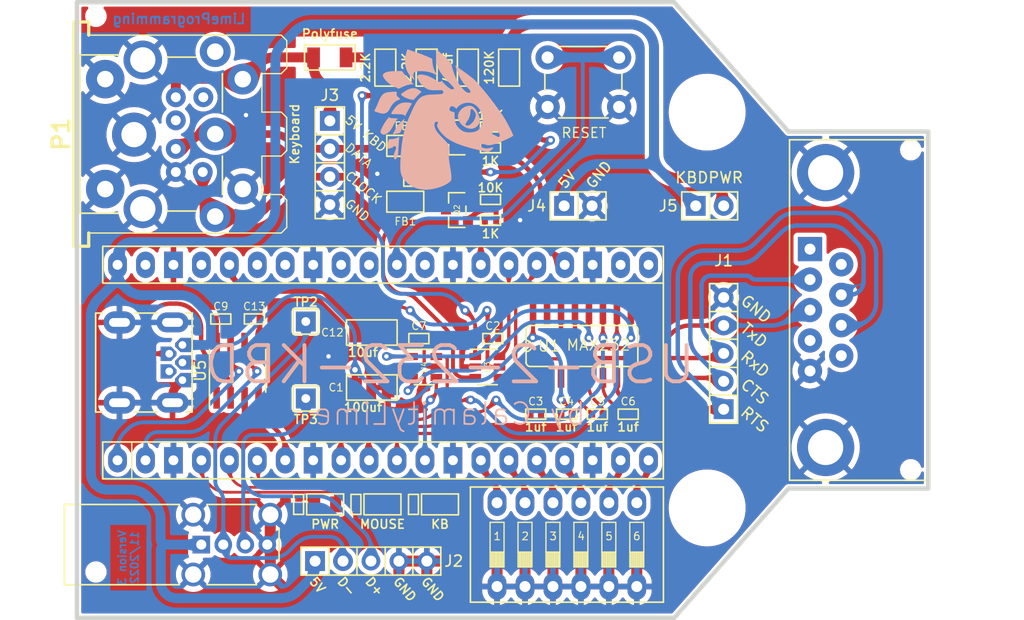
<source format=kicad_pcb>
(kicad_pcb (version 20211014) (generator pcbnew)
  (layers (0 "F.Cu" signal) (31 "B.Cu" signal) (34 "B.Paste" user) (35 "F.Paste" user) (36 "B.SilkS" user "B.Silkscreen") (37 "F.SilkS" user "F.Silkscreen") (38 "B.Mask" user) (39 "F.Mask" user) (44 "Edge.Cuts" user))
  (net 0 "")
  (net 1 "+5V")
  (net 2 "Net-(C3-Pad2)")
  (net 3 "Net-(C4-Pad1)")
  (net 4 "Net-(C5-Pad1)")
  (net 5 "Net-(C5-Pad2)")
  (net 6 "Net-(C6-Pad2)")
  (net 7 "+5VD")
  (net 8 "Net-(C10-Pad1)")
  (net 9 "Net-(C11-Pad1)")
  (net 10 "Net-(D1-Pad1)")
  (net 11 "Net-(C9-Pad2)")
  (net 12 "Net-(D2-Pad1)")
  (net 13 "Net-(D1-Pad2)")
  (net 14 "Net-(D3-Pad1)")
  (net 15 "Net-(J2-Pad3)")
  (net 16 "Net-(J2-Pad2)")
  (net 17 "Net-(Q2-Pad1)")
  (net 18 "Net-(R1-Pad1)")
  (net 19 "Net-(R2-Pad1)")
  (net 21 "Net-(P2-Pad3)")
  (net 22 "Net-(P2-Pad2)")
  (net 24 "Net-(SW1-Pad6)")
  (net 25 "Net-(SW1-Pad5)")
  (net 26 "Net-(SW1-Pad4)")
  (net 27 "Net-(SW1-Pad3)")
  (net 28 "Net-(SW1-Pad2)")
  (net 29 "Net-(SW1-Pad1)")
  (net 30 "Net-(SW2-Pad1)")
  (net 31 "Net-(U1-Pad9)")
  (net 32 "Net-(U1-Pad10)")
  (net 33 "Net-(U1-Pad11)")
  (net 34 "Net-(U1-Pad12)")
  (net 40 "Net-(U2-Pad12)")
  (net 41 "Net-(J1-Pad1)")
  (net 44 "Net-(J1-Pad2)")
  (net 45 "Net-(U2-Pad9)")
  (net 46 "Net-(U2-Pad7)")
  (net 48 "+3V3")
  (net 49 "GND")
  (net 50 "Net-(F1-Pad1)")
  (net 51 "Net-(FB1-Pad2)")
  (net 52 "Net-(FB2-Pad1)")
  (net 53 "Net-(C3-Pad1)")
  (net 54 "Net-(D2-Pad2)")
  (net 55 "Net-(U2-Pad1)")
  (net 56 "Net-(U2-Pad2)")
  (net 57 "Net-(Q1-Pad1)")
  (net 60 "Net-(D3-Pad2)")
  (net 62 "Net-(J1-Pad3)")
  (net 63 "Net-(J1-Pad4)")
  (net 64 "Net-(U2-Pad25)")
  (net 65 "Net-(U2-Pad26)")
  (footprint "USB-2-232-KBD:FB_0805_2012Metric" (layer "F.Cu") (at 137.564 82.538)
    (fp_text reference "FB2")
    (fp_text value "Ferrite")
  )
  (footprint "USB-2-232-KBD:R_0402_LEDS" (layer "F.Cu") (at 138.316 115.1516 90)
    (fp_text reference "R9")
    (fp_text value "1K" hide)
  )
  (footprint "USB-2-232-KBD:JLCPCB mounting hole" (layer "F.Cu") (at 109.45 121.3)
    (fp_text reference "REF**" hide)
    (fp_text value "JLCPCB mounting hole")
  )
  (footprint "USB-2-232-KBD:C_0402_1005Metric" (layer "F.Cu") (at 138.8 100.0708 180)
    (fp_text reference "C7")
    (fp_text value "1uf" hide)
  )
  (footprint "USB-2-232-KBD:RPi_Pico_SMD_THv2" (layer "F.Cu") (at 135.54208 102.250098 90)
    (fp_text reference "U2")
    (fp_text value "PICO_RP2040")
  )
  (footprint "USB-2-232-KBD:SOT-23-6" (layer "F.Cu") (at 145.0236 102.6548)
    (fp_text reference "U3")
    (fp_text value "74LVC2G34")
  )
  (footprint "USB-2-232-KBD:C_0402_1005Metric" (layer "F.Cu") (at 138.336 84.35 180)
    (fp_text reference "C11" hide)
    (fp_text value "470pf" hide)
  )
  (footprint "USB-2-232-KBD:AT_Keyboard_pin" (layer "F.Cu") (at 130.706 80.268)
    (fp_text reference "J3")
    (fp_text value "Keyboard Pin put")
  )
  (footprint "USB-2-232-KBD:FB_0805_2012Metric" (layer "F.Cu") (at 137.564 87.618 180)
    (fp_text reference "FB1")
    (fp_text value "Ferrite")
  )
  (footprint "USB-2-232-KBD:JLCPCB mounting hole" (layer "F.Cu") (at 183.5 82.9)
    (fp_text reference "REF**" hide)
    (fp_text value "JLCPCB mounting hole")
  )
  (footprint "USB-2-232-KBD:DIN-PS2-COMBO" (layer "F.Cu") (at 117.29226 81.468 -90)
    (fp_text reference "P1")
    (fp_text value "Keyboard")
  )
  (footprint "USB-2-232-KBD:screw hole" (layer "F.Cu") (at 165.758 115.955)
    (fp_text reference "REF**" hide)
    (fp_text value "screw hole")
  )
  (footprint "USB-2-232-KBD:C_0402_1005Metric" (layer "F.Cu") (at 145.5236 100.0708)
    (fp_text reference "C2")
    (fp_text value "1uf" hide)
  )
  (footprint "USB-2-232-KBD:PolyFuse_1206" (layer "F.Cu") (at 130.706 74.492)
    (fp_text reference "F1" hide)
    (fp_text value "Polyfuse")
  )
  (footprint "USB-2-232-KBD:C_1206_3216Metric" (layer "F.Cu") (at 134.52208 104.518431 180)
    (fp_text reference "C1")
    (fp_text value "100uf")
  )
  (footprint "USB-2-232-KBD:R_0402_LEDS" (layer "F.Cu") (at 145.311 89.33)
    (fp_text reference "R2")
    (fp_text value "1K")
  )
  (footprint "USB-2-232-KBD:C_0402_1005Metric_ref-flip" (layer "F.Cu") (at 157.82208 106.945098 180)
    (fp_text reference "C6")
    (fp_text value "1uf")
  )
  (footprint "USB-2-232-KBD:C_0402_1005Metric" (layer "F.Cu") (at 120.8 98.286 180)
    (fp_text reference "C9")
    (fp_text value "100nf" hide)
  )
  (footprint "USB-2-232-KBD:R_0805_2012Metric" (layer "F.Cu") (at 135.75 75.426 -90)
    (fp_text reference "R7" hide)
    (fp_text value "2.2K")
  )
  (footprint "USB-2-232-KBD:R_0402_LEDS" (layer "F.Cu") (at 127.8816 115.1516 90)
    (fp_text reference "R6")
    (fp_text value "1K" hide)
  )
  (footprint "USB-2-232-KBD:R_0402_LEDS" (layer "F.Cu") (at 145.311 80.826)
    (fp_text reference "R3")
    (fp_text value "10K")
  )
  (footprint "USB-2-232-KBD:JLCPCB mounting hole" (layer "F.Cu") (at 183.5 112)
    (fp_text reference "REF**" hide)
    (fp_text value "JLCPCB mounting hole")
  )
  (footprint "USB-2-232-KBD:LED_0805_KB" (layer "F.Cu") (at 140.716 115.1516)
    (fp_text reference "D3")
    (fp_text value "LED_Small")
  )
  (footprint "USB-2-232-KBD:LED_0805_PWR" (layer "F.Cu") (at 130.2816 115.1516)
    (fp_text reference "D2")
    (fp_text value "LED_Small")
  )
  (footprint "USB-2-232-KBD:C_0402_1005Metric" (layer "F.Cu") (at 138.336 85.75 180)
    (fp_text reference "C10" hide)
    (fp_text value "470pf" hide)
  )
  (footprint "USB-2-232-KBD:C_0402_1005Metric" (layer "F.Cu") (at 155.02208 106.945098)
    (fp_text reference "C5")
    (fp_text value "1uf")
  )
  (footprint "USB-2-232-KBD:R_0805_2012Metric" (layer "F.Cu") (at 147 75.426 -90)
    (fp_text reference "R10")
    (fp_text value "120K")
  )
  (footprint "USB-2-232-KBD:R_0402_LEDS" (layer "F.Cu") (at 133.09 115.1516 90)
    (fp_text reference "R5")
    (fp_text value "1K" hide)
  )
  (footprint "USB-2-232-KBD:TP3_Pad_TH_1.5x1.5" (layer "F.Cu") (at 128.52208 105.518431)
    (fp_text reference "TP3")
    (fp_text value "TestPoint")
  )
  (footprint "USB-2-232-KBD:C_0805_2012Metric" (layer "F.Cu") (at 143.25 75.426 -90)
    (fp_text reference "C8" hide)
    (fp_text value "47uf")
  )
  (footprint "USB-2-232-KBD:USB_A_Wuerth_614004134726_Horizontal" (layer "F.Cu") (at 119.022 118.8092)
    (fp_text reference "P4" hide)
    (fp_text value "USB_A")
  )
  (footprint "USB-2-232-KBD:C_0402_1005Metric" (layer "F.Cu") (at 152.22208 106.945098)
    (fp_text reference "C4")
    (fp_text value "1uf")
  )
  (footprint "USB-2-232-KBD:C_0402_1005Metric_ref-flip" (layer "F.Cu") (at 149.42208 106.945098 180)
    (fp_text reference "C3")
    (fp_text value "1uf")
  )
  (footprint "" (layer "F.Cu") (at 165.25 77.712)
    (fp_text reference "")
    (fp_text value "")
  )
  (footprint "USB-2-232-KBD:R_0402_LEDS" (layer "F.Cu") (at 145.311 87.43)
    (fp_text reference "R4")
    (fp_text value "10K")
  )
  (footprint "USB-2-232-KBD:C_1206_3216Metric" (layer "F.Cu") (at 134.52208 99.518431 180)
    (fp_text reference "C12")
    (fp_text value "10uf")
  )
  (footprint "USB-2-232-KBD:R_0402_LEDS" (layer "F.Cu") (at 145.311 82.726)
    (fp_text reference "R1")
    (fp_text value "1K")
  )
  (footprint "USB-2-232-KBD:SOT-23-6" (layer "F.Cu") (at 139.2844 102.6548)
    (fp_text reference "U4")
    (fp_text value "74LVC2G34")
  )
  (footprint "USB-2-232-KBD:SW_DIP_SPSTx06_Slide_9.78x17.42mm_W7.62mm_P2.54mm" (layer "F.Cu") (at 145.904 122.6217 90)
    (fp_text reference "SW1" hide)
    (fp_text value "SW_DIP_x06")
  )
  (footprint "USB-2-232-KBD:max232_soic-16" (layer "F.Cu") (at 153.62208 100.745098 90)
    (fp_text reference "U1")
    (fp_text value "MAX232")
  )
  (footprint "USB-2-232-KBD:DSUB-9_Female_Horizontal_P2.77x2.84mm_EdgePinOffset7.70mm_Housed_MountingHolesOffset9.12mm" (layer "F.Cu") (at 174.346469 91.9332 90)
    (fp_text reference "P3" hide)
    (fp_text value "DB9_Female_MountingHoles")
  )
  (footprint "USB-2-232-KBD:SOT-23-3" (layer "F.Cu") (at 142.263 88.38 180)
    (fp_text reference "Q2")
    (fp_text value "Q_NPN_BEC")
  )
  (footprint "USB-2-232-KBD:PinHeader_PWR_FROM_AT" (layer "F.Cu") (at 163.96 88 90)
    (fp_text reference "J5")
    (fp_text value "Conn_01x02_Male")
  )
  (footprint "USB-2-232-KBD:LED_0805_MOUSE" (layer "F.Cu") (at 135.49 115.1516)
    (fp_text reference "D1")
    (fp_text value "LED_Small")
  )
  (footprint "USB-2-232-KBD:PinHeader_ALT_PWR_IN" (layer "F.Cu") (at 152 88 90)
    (fp_text reference "J4")
    (fp_text value "PWR-PINH")
  )
  (footprint "USB-2-232-KBD:R_0805_2012Metric" (layer "F.Cu") (at 139.5 75.426 -90)
    (fp_text reference "R8" hide)
    (fp_text value "2.2K")
  )
  (footprint "USB-2-232-KBD:SW_PUSH_6mm" (layer "F.Cu") (at 150.5 74.5)
    (fp_text reference "SW2" hide)
    (fp_text value "SW_MEC_5E")
  )
  (footprint "USB-2-232-KBD:TP2_Pad_TH_1.5x1.5" (layer "F.Cu") (at 128.52208 98.518431)
    (fp_text reference "TP2")
    (fp_text value "TestPoint")
  )
  (footprint "USB-2-232-KBD:USB_Mini-B" (layer "F.Cu") (at 114 102.250098 -90)
    (fp_text reference "P2")
    (fp_text value "USB_B_Mini")
  )
  (footprint "USB-2-232-KBD:SOT-23-3" (layer "F.Cu") (at 142.263 81.776 180)
    (fp_text reference "Q1")
    (fp_text value "Q_NPN_BEC")
  )
  (footprint "USB-2-232-KBD:PinHeader_ALT_USB_IN" (layer "F.Cu") (at 129.3644 120.3092 90)
    (fp_text reference "J2")
    (fp_text value "USB-PINHEADER")
  )
  (footprint "USB-2-232-KBD:PinHeader_ALT_SERIAL_OUT_V2" (layer "F.Cu") (at 166.5 106.5 180)
    (fp_text reference "J1")
    (fp_text value "Conn_01x05_Male")
  )
  (footprint "USB-2-232-KBD:C_0402_1005Metric" (layer "F.Cu") (at 123.848 98.286)
    (fp_text reference "C13")
    (fp_text value "100nf" hide)
  )
  (footprint "USB-2-232-KBD:CH340N" (layer "F.Cu") (at 122.324 102.993098 90)
    (fp_text reference "U5")
    (fp_text value "CH340N")
  )
  (footprint "USB-2-232-KBD:JLCPCB mounting hole" (layer "F.Cu") (at 109.45 70.75)
    (fp_text reference "REF**" hide)
    (fp_text value "JLCPCB mounting hole")
  )
  (footprint "USB-2-232-KBD:pfp-1050-v2" (layer "B.Cu") (at 140.948505 80.3097 180)
    (fp_text reference "G***" hide)
    (fp_text value "LOGO" hide)
  )
  (gr_line (start 107.72 69.473) (end 107.72 125.473) (layer "Edge.Cuts") (width 0.4))
  (gr_line (start 185.094 81.238) (end 185.094 113.708) (layer "Edge.Cuts") (width 0.4))
  (gr_line locked (start 172.394 81.238) (end 162 69.473) (layer "Edge.Cuts") (width 0.4))
  (gr_line (start 107.72 125.473) (end 162 125.473) (layer "Edge.Cuts") (width 0.4))
  (gr_line (start 172.394 113.708) (end 162 125.473) (layer "Edge.Cuts") (width 0.4))
  (gr_line (start 185.094 81.238) (end 172.394 81.238) (layer "Edge.Cuts") (width 0.4))
  (gr_line (start 185.094 113.708) (end 172.394 113.708) (layer "Edge.Cuts") (width 0.4))
  (gr_line (start 107.72 69.473) (end 162 69.473) (layer "Edge.Cuts") (width 0.4))
  (gr_text "Version 3\n11/2022" (at 112.4 120 90) (layer "B.Cu") (effects (font (size 0.7 0.7)) (justify mirror)))
  (gr_text "LimeProgramming" (at 116.996 70.99) (layer "B.Cu") (effects (font (size 0.9 0.9) (thickness 0.18)) (justify mirror)))
  (gr_text "USB-2-232-KBD" (at 141.6 102.450098) (layer "B.SilkS") (effects (font (size 3.3 3.3) (thickness 0.35)) (justify mirror)))
  (gr_text "by CalamityLime" (at 141.6 106.922) (layer "B.SilkS") (effects (font (size 2 2) (thickness 0.16)) (justify mirror)))
  (segment (start 151.71708 105.616298) (end 152.580528 106.479746) (width 0.3) (layer "F.Cu") (net 1))
  (segment (start 149.15878 99.9817) (end 149.14048 100) (width 0.35) (layer "F.Cu") (net 1))
  (segment (start 132.992 102.9088) (end 132.992 104.424403) (width 0.5) (layer "F.Cu") (net 1))
  (segment (start 152.70208 106.773198) (end 152.70208 106.945098) (width 0.3) (layer "F.Cu") (net 1))
  (segment (start 149.17708 99.937519) (end 149.17708 97.845098) (width 0.35) (layer "F.Cu") (net 1))
  (segment (start 133.01954 104.490891) (end 132.98808 104.459431) (width 0.5) (layer "F.Cu") (net 1))
  (via (at 151.71708 105.616298) (size 0.8) (drill 0.4) (layers "F.Cu" "B.Cu") (net 1))
  (via (at 149.14048 100) (size 0.8) (drill 0.4) (layers "F.Cu" "B.Cu") (net 1))
  (via (at 132.992 102.9088) (size 1) (drill 0.5) (layers "F.Cu" "B.Cu") (net 1))
  (arc (start 133.01954 104.490891) (mid 133.01954 104.490891) (end 133.01954 104.490891) (width 0.5) (layer "F.Cu") (net 1))
  (arc (start 132.992 104.424403) (mid 132.999157 104.460386) (end 133.01954 104.490891) (width 0.5) (layer "F.Cu") (net 1))
  (arc (start 149.17708 99.937519) (mid 149.172323 99.961429) (end 149.15878 99.9817) (width 0.35) (layer "F.Cu") (net 1))
  (arc (start 152.580528 106.479746) (mid 152.670489 106.614383) (end 152.70208 106.773198) (width 0.3) (layer "F.Cu") (net 1))
  (segment (start 119.777678 100.650098) (end 117.285 100.650098) (width 0.9) (layer "B.Cu") (net 1))
  (segment (start 139.558482 104.546517) (end 138.942517 105.162482) (width 0.35) (layer "B.Cu") (net 1))
  (segment (start 132.992 102.9088) (end 132.992 100.127385) (width 0.35) (layer "B.Cu") (net 1))
  (segment (start 112.634414 113.82) (end 110.503203 113.82) (width 0.9) (layer "B.Cu") (net 1))
  (segment (start 141.097585 103.909) (end 144.063414 103.909) (width 0.35) (layer "B.Cu") (net 1))
  (segment (start 112.695687 91.301) (end 122.692414 91.301) (width 0.9) (layer "B.Cu") (net 1))
  (segment (start 114.688482 114.972482) (end 114.173517 114.457517) (width 0.9) (layer "B.Cu") (net 1))
  (segment (start 136.784785 105.8) (end 137.403414 105.8) (width 0.35) (layer "B.Cu") (net 1))
  (segment (start 128.953429 121.88257) (end 127.787517 123.048482) (width 0.9) (layer "B.Cu") (net 1))
  (segment (start 111.41208 92.706509) (end 111.41208 92.584607) (width 0.9) (layer "B.Cu") (net 1))
  (segment (start 115.4906 118.6646) (end 115.4806 118.6546) (width 0.9) (layer "B.Cu") (net 1))
  (segment (start 115.326 116.511585) (end 115.326 118.281362) (width 0.9) (layer "B.Cu") (net 1))
  (segment (start 115.346 122.241787) (end 115.346 119.302895) (width 0.9) (layer "B.Cu") (net 1))
  (segment (start 135.245682 105.162482) (end 132.992 102.9088) (width 0.35) (layer "B.Cu") (net 1))
  (segment (start 151.71708 102.672665) (end 151.71708 105.616298) (width 0.35) (layer "B.Cu") (net 1))
  (segment (start 130.530717 96.764517) (end 132.354482 98.588282) (width 0.35) (layer "B.Cu") (net 1))
  (segment (start 115.839695 118.8092) (end 119.022 118.8092) (width 0.9) (layer "B.Cu") (net 1))
  (segment (start 153.563482 84.826517) (end 152.56922 85.820779) (width 0.9) (layer "B.Cu") (net 1))
  (segment (start 129.3644 120.8904) (end 129.3644 120.3092) (width 0.9) (layer "B.Cu") (net 1))
  (segment (start 148.779785 100.094214) (end 145.602517 103.271482) (width 0.35) (layer "B.Cu") (net 1))
  (segment (start 163.96 87.9895) (end 163.96 88) (width 0.9) (layer "B.Cu") (net 1))
  (segment (start 155.102585 84.189) (end 159.37 84.189) (width 0.9) (layer "B.Cu") (net 1))
  (segment (start 160.807517 84.826517) (end 163.952575 87.971575) (width 0.9) (layer "B.Cu") (net 1))
  (segment (start 160.17 83.287414) (end 160.17 73.657025) (width 0.9) (layer "B.Cu") (net 1))
  (segment (start 150.230794 100.284794) (end 151.079562 101.133562) (width 0.35) (layer "B.Cu") (net 1))
  (segment (start 129.067585 71.489) (end 158.001974 71.489) (width 0.9) (layer "B.Cu") (net 1))
  (segment (start 119.911 100.516776) (end 119.911 98.933585) (width 0.9) (layer "B.Cu") (net 1))
  (segment (start 122.883419 100.01258) (end 126.131482 96.764517) (width 0.35) (layer "B.Cu") (net 1))
  (segment (start 125.115482 89.779517) (end 124.231517 90.663482) (width 0.9) (layer "B.Cu") (net 1))
  (segment (start 110.93131 95.200689) (end 109.626517 96.505482) (width 0.9) (layer "B.Cu") (net 1))
  (segment (start 116.790212 123.686) (end 126.248414 123.686) (width 0.9) (layer "B.Cu") (net 1))
  (segment (start 108.989 98.044585) (end 108.989 112.305796) (width 0.9) (layer "B.Cu") (net 1))
  (segment (start 127.528482 72.126517) (end 126.390517 73.264482) (width 0.9) (layer "B.Cu") (net 1))
  (segment (start 121.344316 100.650098) (end 120.044321 100.650098) (width 0.35) (layer "B.Cu") (net 1))
  (segment (start 113.720745 96.127) (end 117.104414 96.127) (width 0.9) (layer "B.Cu") (net 1))
  (segment (start 125.753 88.240414) (end 125.753 74.803585) (width 0.9) (layer "B.Cu") (net 1))
  (segment (start 111.41208 94.013687) (end 111.41208 94.040009) (width 0.9) (layer "B.Cu") (net 1))
  (segment (start 119.273482 97.394482) (end 118.643517 96.764517) (width 0.9) (layer "B.Cu") (net 1))
  (segment (start 149.54324 100) (end 149.14048 100) (width 0.35) (layer "B.Cu") (net 1))
  (segment (start 152 87.195) (end 152 88) (width 0.9) (layer "B.Cu") (net 1))
  (segment (start 111.892849 95.200689) (end 112.181642 95.489482) (width 0.9) (layer "B.Cu") (net 1))
  (segment (start 111.41208 92.706509) (end 111.41208 94.013687) (width 0.9) (layer "B.Cu") (net 1))
  (segment (start 128.991614 96.127) (end 127.670585 96.127) (width 0.35) (layer "B.Cu") (net 1))
  (segment (start 149.00724 100) (end 149.14048 100) (width 0.35) (layer "B.Cu") (net 1))
  (arc (start 115.4906 118.9538) (mid 115.550495 118.8092) (end 115.4906 118.6646) (width 0.9) (layer "B.Cu") (net 1))
  (arc (start 141.097585 103.909) (mid 140.264628 104.074685) (end 139.558482 104.546517) (width 0.35) (layer "B.Cu") (net 1))
  (arc (start 129.067585 71.489) (mid 128.234628 71.654685) (end 127.528482 72.126517) (width 0.9) (layer "B.Cu") (net 1))
  (arc (start 159.37 84.189) (mid 159.935685 83.924931) (end 160.17 83.287414) (width 0.9) (layer "B.Cu") (net 1))
  (arc (start 155.102585 84.189) (mid 154.269628 84.354685) (end 153.563482 84.826517) (width 0.9) (layer "B.Cu") (net 1))
  (arc (start 159.535 72.124) (mid 158.831641 71.654031) (end 158.001974 71.489) (width 0.9) (layer "B.Cu") (net 1))
  (arc (start 114.173517 114.457517) (mid 113.46737 113.985685) (end 112.634414 113.82) (width 0.9) (layer "B.Cu") (net 1))
  (arc (start 115.769 123.263) (mid 116.237536 123.576065) (end 116.790212 123.686) (width 0.9) (layer "B.Cu") (net 1))
  (arc (start 112.181642 95.489482) (mid 112.887788 95.961314) (end 113.720745 96.127) (width 0.9) (layer "B.Cu") (net 1))
  (arc (start 138.942517 105.162482) (mid 138.23637 105.634314) (end 137.403414 105.8) (width 0.35) (layer "B.Cu") (net 1))
  (arc (start 111.892849 95.200689) (mid 111.412079 95.001547) (end 110.93131 95.200689) (width 0.9) (layer "B.Cu") (net 1))
  (arc (start 130.530717 96.764517) (mid 129.82457 96.292685) (end 128.991614 96.127) (width 0.35) (layer "B.Cu") (net 1))
  (arc (start 119.273482 97.394482) (mid 119.745314 98.100628) (end 119.911 98.933585) (width 0.9) (layer "B.Cu") (net 1))
  (arc (start 118.643517 96.764517) (mid 117.93737 96.292685) (end 117.104414 96.127) (width 0.9) (layer "B.Cu") (net 1))
  (arc (start 163.952575 87.971575) (mid 163.95807 87.979799) (end 163.96 87.9895) (width 0.9) (layer "B.Cu") (net 1))
  (arc (start 127.787517 123.048482) (mid 127.08137 123.520314) (end 126.248414 123.686) (width 0.9) (layer "B.Cu") (net 1))
  (arc (start 111.41208 94.040009) (mid 111.537027 94.668164) (end 111.892849 95.200689) (width 0.9) (layer "B.Cu") (net 1))
  (arc (start 108.989 112.305796) (mid 109.104261 112.885256) (end 109.4325 113.3765) (width 0.9) (layer "B.Cu") (net 1))
  (arc (start 119.911 100.516776) (mid 119.921148 100.567796) (end 119.950049 100.611049) (width 0.9) (layer "B.Cu") (net 1))
  (arc (start 109.4325 113.3765) (mid 109.923742 113.704738) (end 110.503203 113.82) (width 0.9) (layer "B.Cu") (net 1))
  (arc (start 122.883419 100.01258) (mid 122.177272 100.484412) (end 121.344316 100.650098) (width 0.35) (layer "B.Cu") (net 1))
  (arc (start 151.079562 101.133562) (mid 151.551394 101.839708) (end 151.71708 102.672665) (width 0.35) (layer "B.Cu") (net 1))
  (arc (start 127.670585 96.127) (mid 126.837628 96.292685) (end 126.131482 96.764517) (width 0.35) (layer "B.Cu") (net 1))
  (arc (start 150.230794 100.284794) (mid 149.915341 100.074015) (end 149.54324 100) (width 0.35) (layer "B.Cu") (net 1))
  (arc (start 152.56922 85.820779) (mid 152.147935 86.451276) (end 152 87.195) (width 0.9) (layer "B.Cu") (net 1))
  (arc (start 110.93131 95.200689) (mid 111.287131 94.668164) (end 111.41208 94.040009) (width 0.9) (layer "B.Cu") (net 1))
  (arc (start 160.807517 84.826517) (mid 160.127772 84.354685) (end 159.37 84.189) (width 0.9) (layer "B.Cu") (net 1))
  (arc (start 145.602517 103.271482) (mid 144.89637 103.743314) (end 144.063414 103.909) (width 0.35) (layer "B.Cu") (net 1))
  (arc (start 126.390517 73.264482) (mid 125.918685 73.970628) (end 125.753 74.803585) (width 0.9) (layer "B.Cu") (net 1))
  (arc (start 114.688482 114.972482) (mid 115.160314 115.678628) (end 115.326 116.511585) (width 0.9) (layer "B.Cu") (net 1))
  (arc (start 119.950049 100.611049) (mid 119.911 100.594874) (end 119.871951 100.611049) (width 0.5) (layer "B.Cu") (net 1))
  (arc (start 124.231517 90.663482) (mid 123.52537 91.135314) (end 122.692414 91.301) (width 0.9) (layer "B.Cu") (net 1))
  (arc (start 119.871951 100.611049) (mid 119.900851 100.567796) (end 119.911 100.516776) (width 0.9) (layer "B.Cu") (net 1))
  (arc (start 115.326 118.281362) (mid 115.366179 118.483357) (end 115.4806 118.6546) (width 0.9) (layer "B.Cu") (net 1))
  (arc (start 129.3644 120.8904) (mid 129.257592 121.427358) (end 128.953429 121.88257) (width 0.9) (layer "B.Cu") (net 1))
  (arc (start 132.354482 98.588282) (mid 132.826314 99.294428) (end 132.992 100.127385) (width 0.35) (layer "B.Cu") (net 1))
  (arc (start 115.4906 118.6646) (mid 115.650766 118.771619) (end 115.839695 118.8092) (width 0.9) (layer "B.Cu") (net 1))
  (arc (start 125.753 88.240414) (mid 125.587314 89.07337) (end 125.115482 89.779517) (width 0.9) (layer "B.Cu") (net 1))
  (arc (start 149.00724 100) (mid 148.884142 100.024485) (end 148.779785 100.094214) (width 0.35) (layer "B.Cu") (net 1))
  (arc (start 115.346 122.241787) (mid 115.455934 122.794463) (end 115.769 123.263) (width 0.9) (layer "B.Cu") (net 1))
  (arc (start 112.695687 91.301) (mid 112.204472 91.398708) (end 111.78804 91.67696) (width 0.9) (layer "B.Cu") (net 1))
  (arc (start 135.245682 105.162482) (mid 135.951828 105.634314) (end 136.784785 105.8) (width 0.35) (layer "B.Cu") (net 1))
  (arc (start 109.626517 96.505482) (mid 109.154685 97.211628) (end 108.989 98.044585) (width 0.9) (layer "B.Cu") (net 1))
  (arc (start 115.4906 118.9538) (mid 115.38358 119.113966) (end 115.346 119.302895) (width 0.9) (layer "B.Cu") (net 1))
  (arc (start 160.17 83.287414) (mid 160.335685 84.12037) (end 160.807517 84.826517) (width 0.9) (layer "B.Cu") (net 1))
  (arc (start 119.950049 100.611049) (mid 119.993301 100.639949) (end 120.044321 100.650098) (width 0.5) (layer "B.Cu") (net 1))
  (arc (start 119.871951 100.611049) (mid 119.828698 100.639949) (end 119.777678 100.650098) (width 0.9) (layer "B.Cu") (net 1))
  (arc (start 159.535 72.124) (mid 160.004968 72.827357) (end 160.17 73.657025) (width 0.9) (layer "B.Cu") (net 1))
  (arc (start 115.839695 118.8092) (mid 115.650766 118.84678) (end 115.4906 118.9538) (width 0.9) (layer "B.Cu") (net 1))
  (arc (start 111.78804 91.67696) (mid 111.509788 92.093392) (end 111.41208 92.584607) (width 0.9) (layer "B.Cu") (net 1))
  (segment (start 151.71708 102.307702) (end 151.71708 103.645098) (width 0.3) (layer "F.Cu") (net 2))
  (segment (start 148.232 102.514398) (end 148.232 105.732915) (width 0.3) (layer "F.Cu") (net 2))
  (segment (start 148.8385 101.907898) (end 151.317275 101.907898) (width 0.3) (layer "F.Cu") (net 2))
  (segment (start 148.58704 106.590058) (end 148.94208 106.945098) (width 0.3) (layer "F.Cu") (net 2))
  (arc (start 151.59998 102.024998) (mid 151.686646 102.154703) (end 151.71708 102.307702) (width 0.3) (layer "F.Cu") (net 2))
  (arc (start 148.232 105.732915) (mid 148.324271 106.196797) (end 148.58704 106.590058) (width 0.3) (layer "F.Cu") (net 2))
  (arc (start 148.40964 102.085538) (mid 148.278167 102.2823) (end 148.232 102.514398) (width 0.3) (layer "F.Cu") (net 2))
  (arc (start 148.8385 101.907898) (mid 148.606402 101.954065) (end 148.40964 102.085538) (width 0.3) (layer "F.Cu") (net 2))
  (arc (start 151.59998 102.024998) (mid 151.470273 101.938331) (end 151.317275 101.907898) (width 0.3) (layer "F.Cu") (net 2))
  (segment (start 151.084597 106.287615) (end 151.74208 106.945098) (width 0.3) (layer "F.Cu") (net 3))
  (segment (start 150.44708 104.748512) (end 150.44708 103.645098) (width 0.3) (layer "F.Cu") (net 3))
  (arc (start 150.44708 104.748512) (mid 150.612765 105.581468) (end 151.084597 106.287615) (width 0.3) (layer "F.Cu") (net 3))
  (segment (start 152.98708 104.517598) (end 152.98708 103.645098) (width 0.3) (layer "F.Cu") (net 4))
  (segment (start 153.60403 106.007048) (end 154.54208 106.945098) (width 0.3) (layer "F.Cu") (net 4))
  (arc (start 152.98708 104.517598) (mid 153.14742 105.323682) (end 153.60403 106.007048) (width 0.3) (layer "F.Cu") (net 4))
  (segment (start 154.25708 104.392598) (end 154.25708 103.645098) (width 0.3) (layer "F.Cu") (net 5))
  (segment (start 155.50208 106.665098) (end 155.50208 106.945098) (width 0.3) (layer "F.Cu") (net 5))
  (segment (start 155.30409 106.187108) (end 154.785642 105.66866) (width 0.3) (layer "F.Cu") (net 5))
  (arc (start 154.25708 104.392598) (mid 154.394448 105.083197) (end 154.785642 105.66866) (width 0.3) (layer "F.Cu") (net 5))
  (arc (start 155.30409 106.187108) (mid 155.450624 106.406411) (end 155.50208 106.665098) (width 0.3) (layer "F.Cu") (net 5))
  (segment (start 155.52708 104.387598) (end 155.52708 103.645098) (width 0.3) (layer "F.Cu") (net 6))
  (segment (start 156.052106 105.655124) (end 157.34208 106.945098) (width 0.3) (layer "F.Cu") (net 6))
  (arc (start 155.52708 104.387598) (mid 155.663529 105.073578) (end 156.052106 105.655124) (width 0.3) (layer "F.Cu") (net 6))
  (segment (start 166.5 87.418) (end 166.5 88) (width 0.9) (layer "F.Cu") (net 7))
  (segment (start 164.221414 85.459) (end 162.338025 85.459) (width 0.9) (layer "F.Cu") (net 7))
  (segment (start 158.001974 71.489) (end 149.128762 71.489) (width 0.9) (layer "F.Cu") (net 7))
  (segment (start 147 73.676) (end 147 73.606) (width 0.9) (layer "F.Cu") (net 7))
  (segment (start 160.17 83.290974) (end 160.17 73.657025) (width 0.9) (layer "F.Cu") (net 7))
  (segment (start 135.631686 74.492) (end 132.181 74.492) (width 0.9) (layer "F.Cu") (net 7))
  (segment (start 165.760517 86.096517) (end 166.088463 86.424463) (width 0.9) (layer "F.Cu") (net 7))
  (segment (start 135.670313 74.476) (end 146.2 74.476) (width 0.9) (layer "F.Cu") (net 7))
  (segment (start 147.623499 72.112499) (end 147.615182 72.120817) (width 0.9) (layer "F.Cu") (net 7))
  (arc (start 159.535 72.124) (mid 160.004968 72.827357) (end 160.17 73.657025) (width 0.9) (layer "F.Cu") (net 7))
  (arc (start 166.088463 86.424463) (mid 166.393045 86.880301) (end 166.5 87.418) (width 0.9) (layer "F.Cu") (net 7))
  (arc (start 159.535 72.124) (mid 158.831641 71.654031) (end 158.001974 71.489) (width 0.9) (layer "F.Cu") (net 7))
  (arc (start 165.760517 86.096517) (mid 165.05437 85.624685) (end 164.221414 85.459) (width 0.9) (layer "F.Cu") (net 7))
  (arc (start 147 73.676) (mid 146.765685 74.241685) (end 146.2 74.476) (width 0.9) (layer "F.Cu") (net 7))
  (arc (start 147.615182 72.120817) (mid 147.15988 72.802224) (end 147 73.606) (width 0.9) (layer "F.Cu") (net 7))
  (arc (start 149.128762 71.489) (mid 148.314119 71.651042) (end 147.623499 72.112499) (width 0.9) (layer "F.Cu") (net 7))
  (arc (start 160.805 84.824) (mid 161.508357 85.293968) (end 162.338025 85.459) (width 0.9) (layer "F.Cu") (net 7))
  (arc (start 160.17 83.290974) (mid 160.335031 84.120641) (end 160.805 84.824) (width 0.9) (layer "F.Cu") (net 7))
  (arc (start 135.670313 74.476) (mid 135.659861 74.478079) (end 135.651 74.484) (width 0.9) (layer "F.Cu") (net 7))
  (arc (start 135.651 74.484) (mid 135.642138 74.48992) (end 135.631686 74.492) (width 0.6) (layer "F.Cu") (net 7))
  (segment (start 135.532 91.501585) (end 135.532 93.831974) (width 0.35) (layer "F.Cu") (net 8))
  (segment (start 140.416854 87.618) (end 139.415585 87.618) (width 0.45) (layer "F.Cu") (net 8))
  (segment (start 140.616 87.733) (end 140.5605 87.6775) (width 0.4) (layer "F.Cu") (net 8))
  (segment (start 150.3565 82.03) (end 150.772 82.03) (width 0.45) (layer "F.Cu") (net 8))
  (segment (start 140.624 87.741) (end 140.616 87.733) (width 0.45) (layer "F.Cu") (net 8))
  (segment (start 136.169517 89.962482) (end 137.876482 88.255517) (width 0.35) (layer "F.Cu") (net 8))
  (segment (start 142.555882 85.563117) (end 140.5605 87.5585) (width 0.45) (layer "F.Cu") (net 8))
  (segment (start 138.521012 96.449012) (end 141.261002 99.189002) (width 0.35) (layer "F.Cu") (net 8))
  (segment (start 139.5 77.208214) (end 139.5 76.376) (width 0.45) (layer "F.Cu") (net 8))
  (segment (start 136.167 95.365) (end 136.352987 95.550987) (width 0.35) (layer "F.Cu") (net 8))
  (segment (start 140.616 87.733) (end 140.624 87.741) (width 0.4) (layer "F.Cu") (net 8))
  (segment (start 140.616 87.733) (end 140.612 87.729) (width 0.4) (layer "F.Cu") (net 8))
  (segment (start 145.311 84.9256) (end 144.094985 84.9256) (width 0.45) (layer "F.Cu") (net 8))
  (segment (start 142.885022 103.6048) (end 143.9236 103.6048) (width 0.35) (layer "F.Cu") (net 8))
  (segment (start 138.785 85.75) (end 138.785 87.316) (width 0.45) (layer "F.Cu") (net 8))
  (segment (start 141.89852 102.618297) (end 141.89852 100.728105) (width 0.35) (layer "F.Cu") (net 8))
  (segment (start 149.647197 81.736197) (end 147.098517 79.187517) (width 0.45) (layer "F.Cu") (net 8))
  (segment (start 140.624 87.741) (end 141.263 88.38) (width 0.45) (layer "F.Cu") (net 8))
  (segment (start 140.841785 78.55) (end 145.559414 78.55) (width 0.45) (layer "F.Cu") (net 8))
  (via (at 150.772 82.03) (size 0.8) (drill 0.4) (layers "F.Cu" "B.Cu") (net 8))
  (via (at 145.311 84.9256) (size 0.8) (drill 0.4) (layers "F.Cu" "B.Cu") (net 8))
  (arc (start 141.261002 99.189002) (mid 141.732834 99.895148) (end 141.89852 100.728105) (width 0.35) (layer "F.Cu") (net 8))
  (arc (start 140.5605 87.6775) (mid 140.494594 87.633463) (end 140.416854 87.618) (width 0.4) (layer "F.Cu") (net 8))
  (arc (start 136.352987 95.550987) (mid 136.850336 95.883305) (end 137.437 96) (width 0.35) (layer "F.Cu") (net 8))
  (arc (start 141.89852 102.618297) (mid 141.973613 102.995815) (end 142.18746 103.31586) (width 0.35) (layer "F.Cu") (net 8))
  (arc (start 139.5 77.208214) (mid 139.602137 77.721693) (end 139.893 78.157) (width 0.45) (layer "F.Cu") (net 8))
  (arc (start 149.647197 81.736197) (mid 149.972628 81.953643) (end 150.3565 82.03) (width 0.45) (layer "F.Cu") (net 8))
  (arc (start 138.521012 96.449012) (mid 138.023663 96.116694) (end 137.437 96) (width 0.35) (layer "F.Cu") (net 8))
  (arc (start 135.532 93.831974) (mid 135.697031 94.661641) (end 136.167 95.365) (width 0.35) (layer "F.Cu") (net 8))
  (arc (start 147.098517 79.187517) (mid 146.39237 78.715685) (end 145.559414 78.55) (width 0.45) (layer "F.Cu") (net 8))
  (arc (start 139.893 78.157) (mid 140.328306 78.447862) (end 140.841785 78.55) (width 0.45) (layer "F.Cu") (net 8))
  (arc (start 142.18746 103.31586) (mid 142.507504 103.529706) (end 142.885022 103.6048) (width 0.35) (layer "F.Cu") (net 8))
  (arc (start 140.616 87.733) (mid 140.616 87.733) (end 140.616 87.733) (width 0.4) (layer "F.Cu") (net 8))
  (arc (start 139.415585 87.618) (mid 138.582628 87.783685) (end 137.876482 88.255517) (width 0.45) (layer "F.Cu") (net 8))
  (arc (start 136.169517 89.962482) (mid 135.697685 90.668628) (end 135.532 91.501585) (width 0.35) (layer "F.Cu") (net 8))
  (arc (start 140.5605 87.5585) (mid 140.535854 87.618) (end 140.5605 87.6775) (width 0.45) (layer "F.Cu") (net 8))
  (arc (start 140.416854 87.618) (mid 140.494594 87.602536) (end 140.5605 87.5585) (width 0.45) (layer "F.Cu") (net 8))
  (arc (start 144.094985 84.9256) (mid 143.262028 85.091285) (end 142.555882 85.563117) (width 0.45) (layer "F.Cu") (net 8))
  (segment (start 146.974814 84.9256) (end 145.311 84.9256) (width 0.35) (layer "B.Cu") (net 8))
  (segment (start 148.513917 84.288082) (end 150.772 82.03) (width 0.35) (layer "B.Cu") (net 8))
  (arc (start 148.513917 84.288082) (mid 147.80777 84.759914) (end 146.974814 84.9256) (width 0.35) (layer "B.Cu") (net 8))
  (segment (start 143.9236 99.076683) (end 143.9236 101.7048) (width 0.35) (layer "F.Cu") (net 9))
  (segment (start 135.698 76.337) (end 135.737 76.298) (width 0.45) (layer "F.Cu") (net 9))
  (segment (start 138.31601 81.78001) (end 136.068061 79.532061) (width 0.45) (layer "F.Cu") (net 9))
  (segment (start 135.659 77.3875) (end 135.659 78.5445) (width 0.45) (layer "F.Cu") (net 9))
  (segment (start 138.785 84.35) (end 138.785 82.84) (width 0.45) (layer "F.Cu") (net 9))
  (segment (start 140.882 82.157) (end 141.263 81.776) (width 0.45) (layer "F.Cu") (net 9))
  (segment (start 138.794 82.538) (end 139.962184 82.538) (width 0.45) (layer "F.Cu") (net 9))
  (segment (start 135.659 76.431154) (end 135.659 77.3875) (width 0.45) (layer "F.Cu") (net 9))
  (segment (start 143 97.5) (end 143.4618 97.9618) (width 0.35) (layer "F.Cu") (net 9))
  (segment (start 133.627 77.966) (end 135.0805 77.966) (width 0.45) (layer "F.Cu") (net 9))
  (via (at 143 97.5) (size 0.8) (drill 0.4) (layers "F.Cu" "B.Cu") (net 9))
  (via (at 133.627 77.966) (size 0.8) (drill 0.4) (layers "F.Cu" "B.Cu") (net 9))
  (arc (start 135.659 78.5445) (mid 135.489561 78.135438) (end 135.0805 77.966) (width 0.45) (layer "F.Cu") (net 9))
  (arc (start 140.882 82.157) (mid 140.459984 82.438981) (end 139.962184 82.538) (width 0.45) (layer "F.Cu") (net 9))
  (arc (start 135.659 78.5445) (mid 135.765311 79.078964) (end 136.068061 79.532061) (width 0.45) (layer "F.Cu") (net 9))
  (arc (start 135.0805 77.966) (mid 135.489561 77.796561) (end 135.659 77.3875) (width 0.45) (layer "F.Cu") (net 9))
  (arc (start 138.514 82.258) (mid 138.59601 82.455989) (end 138.794 82.538) (width 0.45) (layer "F.Cu") (net 9))
  (arc (start 135.698 76.337) (mid 135.669135 76.380198) (end 135.659 76.431154) (width 0.45) (layer "F.Cu") (net 9))
  (arc (start 138.31601 81.78001) (mid 138.462544 81.999313) (end 138.514 82.258) (width 0.45) (layer "F.Cu") (net 9))
  (arc (start 143.4618 97.9618) (mid 143.803582 98.473312) (end 143.9236 99.076683) (width 0.35) (layer "F.Cu") (net 9))
  (segment (start 137.26642 96) (end 140.598414 96) (width 0.35) (layer "B.Cu") (net 9))
  (segment (start 135.532 94.265579) (end 135.532 91.948585) (width 0.35) (layer "B.Cu") (net 9))
  (segment (start 133.627 88.240414) (end 133.627 77.966) (width 0.35) (layer "B.Cu") (net 9))
  (segment (start 134.264517 89.779517) (end 134.894482 90.409482) (width 0.35) (layer "B.Cu") (net 9))
  (segment (start 142.137517 96.637517) (end 143 97.5) (width 0.35) (layer "B.Cu") (net 9))
  (arc (start 135.532 94.265579) (mid 135.664024 94.929313) (end 136.04 95.492) (width 0.35) (layer "B.Cu") (net 9))
  (arc (start 134.894482 90.409482) (mid 135.366314 91.115628) (end 135.532 91.948585) (width 0.35) (layer "B.Cu") (net 9))
  (arc (start 136.04 95.492) (mid 136.602686 95.867975) (end 137.26642 96) (width 0.35) (layer "B.Cu") (net 9))
  (arc (start 133.627 88.240414) (mid 133.792685 89.07337) (end 134.264517 89.779517) (width 0.35) (layer "B.Cu") (net 9))
  (arc (start 142.137517 96.637517) (mid 141.43137 96.165685) (end 140.598414 96) (width 0.35) (layer "B.Cu") (net 9))
  (segment (start 133.669375 114.6416) (end 133.09 114.6416) (width 0.25) (layer "F.Cu") (net 10))
  (segment (start 134.285 114.8966) (end 134.54 115.1516) (width 0.25) (layer "F.Cu") (net 10))
  (arc (start 134.285 114.8966) (mid 134.002548 114.707872) (end 133.669375 114.6416) (width 0.25) (layer "F.Cu") (net 10))
  (segment (start 120.419 98.455003) (end 120.419 100.518098) (width 0.4) (layer "F.Cu") (net 11))
  (segment (start 120.3695 98.3355) (end 120.32 98.286) (width 0.4) (layer "F.Cu") (net 11))
  (arc (start 120.3695 98.3355) (mid 120.406135 98.390328) (end 120.419 98.455003) (width 0.4) (layer "F.Cu") (net 11))
  (segment (start 129.0766 114.8966) (end 129.3316 115.1516) (width 0.25) (layer "F.Cu") (net 12))
  (segment (start 128.460975 114.6416) (end 127.8816 114.6416) (width 0.25) (layer "F.Cu") (net 12))
  (arc (start 129.0766 114.8966) (mid 128.794148 114.707872) (end 128.460975 114.6416) (width 0.25) (layer "F.Cu") (net 12))
  (segment (start 121.57208 111.931622) (end 121.57208 111.140098) (width 0.25) (layer "F.Cu") (net 13))
  (segment (start 136.44 114.59184) (end 136.44 115.1516) (width 0.25) (layer "F.Cu") (net 13))
  (segment (start 123.238026 113.597569) (end 135.445728 113.597569) (width 0.25) (layer "F.Cu") (net 13))
  (arc (start 121.57208 111.931622) (mid 121.698892 112.569152) (end 122.060024 113.109624) (width 0.25) (layer "F.Cu") (net 13))
  (arc (start 136.148784 113.888784) (mid 136.364315 114.211349) (end 136.44 114.59184) (width 0.25) (layer "F.Cu") (net 13))
  (arc (start 136.148784 113.888784) (mid 135.826219 113.673253) (end 135.445728 113.597569) (width 0.25) (layer "F.Cu") (net 13))
  (arc (start 122.060024 113.109624) (mid 122.600496 113.470756) (end 123.238026 113.597569) (width 0.25) (layer "F.Cu") (net 13))
  (segment (start 139.511 114.8966) (end 139.766 115.1516) (width 0.25) (layer "F.Cu") (net 14))
  (segment (start 138.895375 114.6416) (end 138.316 114.6416) (width 0.25) (layer "F.Cu") (net 14))
  (arc (start 139.511 114.8966) (mid 139.228548 114.707872) (end 138.895375 114.6416) (width 0.25) (layer "F.Cu") (net 14))
  (segment (start 122.832 114.080223) (end 122.832 112.463776) (width 0.35) (layer "B.Cu") (net 15))
  (segment (start 129.677414 114.415) (end 124.783223 114.415) (width 0.35) (layer "B.Cu") (net 15))
  (segment (start 122.832 109.69421) (end 122.832 112.463776) (width 0.35) (layer "B.Cu") (net 15))
  (segment (start 123.29018 113.73018) (end 123.4035 113.8435) (width 0.35) (layer "B.Cu") (net 15))
  (segment (start 127.533517 108.189482) (end 127.92723 107.795769) (width 0.35) (layer "B.Cu") (net 15))
  (segment (start 125.994414 108.827) (end 123.69921 108.827) (width 0.35) (layer "B.Cu") (net 15))
  (segment (start 131.216517 115.052517) (end 133.806882 117.642882) (width 0.35) (layer "B.Cu") (net 15))
  (segment (start 122.832 118.484849) (end 122.832 114.080223) (width 0.35) (layer "B.Cu") (net 15))
  (segment (start 122.927 118.7142) (end 123.022 118.8092) (width 0.35) (layer "B.Cu") (net 15))
  (segment (start 128.52208 106.359675) (end 128.52208 105.518431) (width 0.35) (layer "B.Cu") (net 15))
  (segment (start 134.4444 119.181985) (end 134.4444 120.3092) (width 0.35) (layer "B.Cu") (net 15))
  (arc (start 127.533517 108.189482) (mid 126.82737 108.661314) (end 125.994414 108.827) (width 0.35) (layer "B.Cu") (net 15))
  (arc (start 131.216517 115.052517) (mid 130.51037 114.580685) (end 129.677414 114.415) (width 0.35) (layer "B.Cu") (net 15))
  (arc (start 123.69921 108.827) (mid 123.367343 108.893012) (end 123.086 109.081) (width 0.35) (layer "B.Cu") (net 15))
  (arc (start 122.832 112.463776) (mid 122.951077 113.181026) (end 123.29018 113.73018) (width 0.35) (layer "B.Cu") (net 15))
  (arc (start 123.4035 113.8435) (mid 124.036522 114.266471) (end 124.783223 114.415) (width 0.35) (layer "B.Cu") (net 15))
  (arc (start 123.086 109.081) (mid 122.898012 109.362343) (end 122.832 109.69421) (width 0.35) (layer "B.Cu") (net 15))
  (arc (start 123.29018 113.73018) (mid 122.997685 113.729951) (end 122.832 114.080223) (width 0.35) (layer "B.Cu") (net 15))
  (arc (start 133.806882 117.642882) (mid 134.278714 118.349028) (end 134.4444 119.181985) (width 0.35) (layer "B.Cu") (net 15))
  (arc (start 128.52208 106.359675) (mid 128.367483 107.136883) (end 127.92723 107.795769) (width 0.35) (layer "B.Cu") (net 15))
  (arc (start 122.832 118.484849) (mid 122.856689 118.608973) (end 122.927 118.7142) (width 0.35) (layer "B.Cu") (net 15))
  (segment (start 128.52208 99.367175) (end 128.52208 98.518431) (width 0.35) (layer "B.Cu") (net 16))
  (segment (start 127.655482 118.735517) (end 127.000117 119.390882) (width 0.35) (layer "B.Cu") (net 16))
  (segment (start 120.292 113.009812) (end 120.292 109.347585) (width 0.35) (layer "B.Cu") (net 16))
  (segment (start 120.929517 107.808482) (end 127.921927 100.816072) (width 0.35) (layer "B.Cu") (net 16))
  (segment (start 121.022 118.4188) (end 121.022 119.1996) (width 0.35) (layer "B.Cu") (net 16))
  (segment (start 121.022 118.4188) (end 121.022 114.772187) (width 0.35) (layer "B.Cu") (net 16))
  (segment (start 130.725813 118.098) (end 129.194585 118.098) (width 0.35) (layer "B.Cu") (net 16))
  (segment (start 121.770395 120.0284) (end 125.461014 120.0284) (width 0.35) (layer "B.Cu") (net 16))
  (segment (start 121.022 119.1996) (end 121.022 119.280004) (width 0.35) (layer "B.Cu") (net 16))
  (segment (start 131.9044 119.276586) (end 131.9044 120.3092) (width 0.35) (layer "B.Cu") (net 16))
  (arc (start 129.194585 118.098) (mid 128.361628 118.263685) (end 127.655482 118.735517) (width 0.35) (layer "B.Cu") (net 16))
  (arc (start 120.292 113.009812) (mid 120.38686 113.486707) (end 120.657 113.891) (width 0.35) (layer "B.Cu") (net 16))
  (arc (start 120.657 113.891) (mid 120.927139 114.295292) (end 121.022 114.772187) (width 0.35) (layer "B.Cu") (net 16))
  (arc (start 121.022 119.280004) (mid 121.078968 119.566402) (end 121.2412 119.8092) (width 0.35) (layer "B.Cu") (net 16))
  (arc (start 120.929517 107.808482) (mid 120.457685 108.514628) (end 120.292 109.347585) (width 0.35) (layer "B.Cu") (net 16))
  (arc (start 128.52208 99.367175) (mid 128.366105 100.151312) (end 127.921927 100.816072) (width 0.35) (layer "B.Cu") (net 16))
  (arc (start 131.5592 118.4432) (mid 131.176838 118.187714) (end 130.725813 118.098) (width 0.35) (layer "B.Cu") (net 16))
  (arc (start 121.2412 119.8092) (mid 121.483996 119.971431) (end 121.770395 120.0284) (width 0.35) (layer "B.Cu") (net 16))
  (arc (start 127.000117 119.390882) (mid 126.29397 119.862714) (end 125.461014 120.0284) (width 0.35) (layer "B.Cu") (net 16))
  (arc (start 131.5592 118.4432) (mid 131.814685 118.82556) (end 131.9044 119.276586) (width 0.35) (layer "B.Cu") (net 16))
  (segment (start 145.821 88.426774) (end 145.821 89.33) (width 0.45) (layer "F.Cu") (net 17))
  (segment (start 144.934751 88.38) (end 145.774225 88.38) (width 0.45) (layer "F.Cu") (net 17))
  (segment (start 143.787999 88.854999) (end 143.330677 89.312322) (width 0.45) (layer "F.Cu") (net 17))
  (segment (start 143.288 89.33) (end 143.263 89.33) (width 0.4) (layer "F.Cu") (net 17))
  (segment (start 145.821 88.333225) (end 145.821 87.43) (width 0.45) (layer "F.Cu") (net 17))
  (arc (start 145.821 88.333225) (mid 145.817439 88.351125) (end 145.8073 88.3663) (width 0.45) (layer "F.Cu") (net 17))
  (arc (start 145.8073 88.3663) (mid 145.801625 88.38) (end 145.8073 88.3937) (width 0.4) (layer "F.Cu") (net 17))
  (arc (start 143.330677 89.312322) (mid 143.311096 89.325405) (end 143.288 89.33) (width 0.45) (layer "F.Cu") (net 17))
  (arc (start 145.774225 88.38) (mid 145.792125 88.376439) (end 145.8073 88.3663) (width 0.45) (layer "F.Cu") (net 17))
  (arc (start 144.934751 88.38) (mid 144.314133 88.503448) (end 143.787999 88.854999) (width 0.45) (layer "F.Cu") (net 17))
  (arc (start 145.8073 88.3937) (mid 145.792125 88.38356) (end 145.774225 88.38) (width 0.4) (layer "F.Cu") (net 17))
  (arc (start 145.8073 88.3937) (mid 145.817439 88.408874) (end 145.821 88.426774) (width 0.4) (layer "F.Cu") (net 17))
  (segment (start 149.883 90.289432) (end 149.883 86.741585) (width 0.45) (layer "F.Cu") (net 18))
  (segment (start 145.093989 83.388011) (end 144.931468 83.22549) (width 0.45) (layer "F.Cu") (net 18))
  (segment (start 146.822414 83.681) (end 145.801327 83.681) (width 0.45) (layer "F.Cu") (net 18))
  (segment (start 148.361517 84.318517) (end 149.245482 85.202482) (width 0.45) (layer "F.Cu") (net 18))
  (segment (start 144.801 82.910511) (end 144.801 82.726) (width 0.45) (layer "F.Cu") (net 18))
  (segment (start 150.520517 91.828535) (end 152.05208 93.360098) (width 0.45) (layer "F.Cu") (net 18))
  (arc (start 149.245482 85.202482) (mid 149.717314 85.908628) (end 149.883 86.741585) (width 0.45) (layer "F.Cu") (net 18))
  (arc (start 148.361517 84.318517) (mid 147.65537 83.846685) (end 146.822414 83.681) (width 0.45) (layer "F.Cu") (net 18))
  (arc (start 145.093989 83.388011) (mid 145.418518 83.604854) (end 145.801327 83.681) (width 0.45) (layer "F.Cu") (net 18))
  (arc (start 144.801 82.910511) (mid 144.834907 83.080976) (end 144.931468 83.22549) (width 0.45) (layer "F.Cu") (net 18))
  (arc (start 149.883 90.289432) (mid 150.048685 91.122388) (end 150.520517 91.828535) (width 0.45) (layer "F.Cu") (net 18))
  (segment (start 144.801 90.789585) (end 144.801 89.33) (width 0.45) (layer "F.Cu") (net 19))
  (segment (start 144.61754 90.97846) (end 144.802 90.794) (width 0.45) (layer "F.Cu") (net 19))
  (segment (start 144.43208 91.4262) (end 144.43208 93.360098) (width 0.45) (layer "F.Cu") (net 19))
  (arc (start 144.802 90.792) (mid 144.802414 90.793) (end 144.802 90.794) (width 0.4) (layer "F.Cu") (net 19))
  (arc (start 144.801 90.789585) (mid 144.801259 90.790892) (end 144.802 90.792) (width 0.45) (layer "F.Cu") (net 19))
  (arc (start 144.61754 90.97846) (mid 144.480279 91.183884) (end 144.43208 91.4262) (width 0.45) (layer "F.Cu") (net 19))
  (segment (start 117.998049 102.250098) (end 117.285 102.250098) (width 0.4) (layer "F.Cu") (net 21))
  (segment (start 120.419 104.713049) (end 120.419 105.468098) (width 0.4) (layer "F.Cu") (net 21))
  (segment (start 119.885099 103.424099) (end 119.215299 102.754299) (width 0.4) (layer "F.Cu") (net 21))
  (arc (start 119.215299 102.754299) (mid 118.65682 102.381135) (end 117.998049 102.250098) (width 0.4) (layer "F.Cu") (net 21))
  (arc (start 119.885099 103.424099) (mid 120.280243 104.015474) (end 120.419 104.713049) (width 0.4) (layer "F.Cu") (net 21))
  (segment (start 121.689 104.673049) (end 121.689 105.468098) (width 0.4) (layer "F.Cu") (net 22))
  (segment (start 119.011 100.298414) (end 119.011 99.176585) (width 0.4) (layer "F.Cu") (net 22))
  (segment (start 119.648517 101.837517) (end 121.126815 103.315815) (width 0.4) (layer "F.Cu") (net 22))
  (segment (start 114.39544 101.15244) (end 114.352049 101.109049) (width 0.4) (layer "F.Cu") (net 22))
  (segment (start 116.723414 96.889) (end 116.240585 96.889) (width 0.4) (layer "F.Cu") (net 22))
  (segment (start 114.648516 97.579482) (end 114.701482 97.526517) (width 0.4) (layer "F.Cu") (net 22))
  (segment (start 114.011 99.118585) (end 114.011 100.285683) (width 0.4) (layer "F.Cu") (net 22))
  (segment (start 118.262517 97.526517) (end 118.373482 97.637482) (width 0.4) (layer "F.Cu") (net 22))
  (segment (start 115.114049 101.450098) (end 115.535 101.450098) (width 0.4) (layer "F.Cu") (net 22))
  (arc (start 116.240585 96.889) (mid 115.407628 97.054685) (end 114.701482 97.526517) (width 0.4) (layer "F.Cu") (net 22))
  (arc (start 119.011 100.298414) (mid 119.176685 101.13137) (end 119.648517 101.837517) (width 0.4) (layer "F.Cu") (net 22))
  (arc (start 114.011 100.285683) (mid 114.099635 100.731285) (end 114.352049 101.109049) (width 0.4) (layer "F.Cu") (net 22))
  (arc (start 114.39544 101.15244) (mid 114.72514 101.372739) (end 115.114049 101.450098) (width 0.4) (layer "F.Cu") (net 22))
  (arc (start 118.373482 97.637482) (mid 118.845314 98.343628) (end 119.011 99.176585) (width 0.4) (layer "F.Cu") (net 22))
  (arc (start 121.126815 103.315815) (mid 121.542892 103.938519) (end 121.689 104.673049) (width 0.4) (layer "F.Cu") (net 22))
  (arc (start 118.262517 97.526517) (mid 117.55637 97.054685) (end 116.723414 96.889) (width 0.4) (layer "F.Cu") (net 22))
  (arc (start 114.648516 97.579482) (mid 114.176684 98.285628) (end 114.011 99.118585) (width 0.4) (layer "F.Cu") (net 22))
  (segment (start 159.25106 112.751939) (end 159.13804 112.86496) (width 0.5) (layer "F.Cu") (net 24))
  (segment (start 159.67208 111.735509) (end 159.67208 111.140098) (width 0.5) (layer "F.Cu") (net 24))
  (segment (start 158.604 114.154246) (end 158.604 115.0017) (width 0.5) (layer "F.Cu") (net 24))
  (arc (start 159.13804 112.86496) (mid 158.742792 113.456489) (end 158.604 114.154246) (width 0.5) (layer "F.Cu") (net 24))
  (arc (start 159.67208 111.735509) (mid 159.56266 112.285596) (end 159.25106 112.751939) (width 0.5) (layer "F.Cu") (net 24))
  (segment (start 157.13208 111.735509) (end 157.13208 111.140098) (width 0.5) (layer "F.Cu") (net 25))
  (segment (start 156.71106 112.751939) (end 156.59804 112.86496) (width 0.5) (layer "F.Cu") (net 25))
  (segment (start 156.064 114.154246) (end 156.064 115.0017) (width 0.5) (layer "F.Cu") (net 25))
  (arc (start 157.13208 111.735509) (mid 157.02266 112.285596) (end 156.71106 112.751939) (width 0.5) (layer "F.Cu") (net 25))
  (arc (start 156.59804 112.86496) (mid 156.202792 113.456489) (end 156.064 114.154246) (width 0.5) (layer "F.Cu") (net 25))
  (segment (start 152.05208 111.533589) (end 152.05208 111.140098) (width 0.5) (layer "F.Cu") (net 26))
  (segment (start 152.957359 112.832359) (end 152.33032 112.20532) (width 0.5) (layer "F.Cu") (net 26))
  (segment (start 153.524 114.20035) (end 153.524 115.0017) (width 0.5) (layer "F.Cu") (net 26))
  (arc (start 152.05208 111.533589) (mid 152.124392 111.897127) (end 152.33032 112.20532) (width 0.5) (layer "F.Cu") (net 26))
  (arc (start 152.957359 112.832359) (mid 153.376734 113.459998) (end 153.524 114.20035) (width 0.5) (layer "F.Cu") (net 26))
  (segment (start 150.984 114.20035) (end 150.984 115.0017) (width 0.5) (layer "F.Cu") (net 27))
  (segment (start 150.417359 112.832359) (end 149.79032 112.20532) (width 0.5) (layer "F.Cu") (net 27))
  (segment (start 149.51208 111.533589) (end 149.51208 111.140098) (width 0.5) (layer "F.Cu") (net 27))
  (arc (start 149.51208 111.533589) (mid 149.584392 111.897127) (end 149.79032 112.20532) (width 0.5) (layer "F.Cu") (net 27))
  (arc (start 150.417359 112.832359) (mid 150.836734 113.459998) (end 150.984 114.20035) (width 0.5) (layer "F.Cu") (net 27))
  (segment (start 148.444 114.20035) (end 148.444 115.0017) (width 0.5) (layer "F.Cu") (net 28))
  (segment (start 146.97208 111.533589) (end 146.97208 111.140098) (width 0.5) (layer "F.Cu") (net 28))
  (segment (start 147.877359 112.832359) (end 147.25032 112.20532) (width 0.5) (layer "F.Cu") (net 28))
  (arc (start 146.97208 111.533589) (mid 147.044392 111.897127) (end 147.25032 112.20532) (width 0.5) (layer "F.Cu") (net 28))
  (arc (start 147.877359 112.832359) (mid 148.296734 113.459998) (end 148.444 114.20035) (width 0.5) (layer "F.Cu") (net 28))
  (segment (start 144.43208 111.533589) (end 144.43208 111.140098) (width 0.5) (layer "F.Cu") (net 29))
  (segment (start 145.904 114.20035) (end 145.904 115.0017) (width 0.5) (layer "F.Cu") (net 29))
  (segment (start 144.71032 112.20532) (end 145.337359 112.832359) (width 0.5) (layer "F.Cu") (net 29))
  (arc (start 145.337359 112.832359) (mid 145.756734 113.459998) (end 145.904 114.20035) (width 0.5) (layer "F.Cu") (net 29))
  (arc (start 144.43208 111.533589) (mid 144.504392 111.897127) (end 144.71032 112.20532) (width 0.5) (layer "F.Cu") (net 29))
  (segment (start 138.196482 89.779517) (end 137.449597 90.526402) (width 0.35) (layer "B.Cu") (net 30))
  (segment (start 153.055482 82.413517) (end 146.964517 88.504482) (width 0.35) (layer "B.Cu") (net 30))
  (segment (start 139.735585 89.142) (end 145.425414 89.142) (width 0.35) (layer "B.Cu") (net 30))
  (segment (start 150.5 74.5) (end 157 74.5) (width 0.9) (layer "B.Cu") (net 30))
  (segment (start 153.693 80.874414) (end 153.693 74.537) (width 0.35) (layer "B.Cu") (net 30))
  (segment (start 136.81208 92.065505) (end 136.81208 93.360098) (width 0.35) (layer "B.Cu") (net 30))
  (arc (start 153.693 80.874414) (mid 153.527314 81.70737) (end 153.055482 82.413517) (width 0.35) (layer "B.Cu") (net 30))
  (arc (start 137.449597 90.526402) (mid 136.977765 91.232548) (end 136.81208 92.065505) (width 0.35) (layer "B.Cu") (net 30))
  (arc (start 139.735585 89.142) (mid 138.902628 89.307685) (end 138.196482 89.779517) (width 0.35) (layer "B.Cu") (net 30))
  (arc (start 146.964517 88.504482) (mid 146.25837 88.976314) (end 145.425414 89.142) (width 0.35) (layer "B.Cu") (net 30))
  (segment (start 135.8556 101.6972) (end 135.848 101.6896) (width 0.3) (layer "F.Cu") (net 31))
  (segment (start 135.873948 101.7048) (end 138.1844 101.7048) (width 0.35) (layer "F.Cu") (net 31))
  (segment (start 158.06708 100) (end 158.06708 97.845098) (width 0.3) (layer "F.Cu") (net 31))
  (via (at 158.06708 100) (size 0.8) (drill 0.4) (layers "F.Cu" "B.Cu") (net 31))
  (via (at 135.848 101.6896) (size 0.8) (drill 0.4) (layers "F.Cu" "B.Cu") (net 31))
  (arc (start 135.8556 101.6972) (mid 135.864018 101.702824) (end 135.873948 101.7048) (width 0.3) (layer "F.Cu") (net 31))
  (segment (start 143.101314 101.6896) (end 135.848 101.6896) (width 0.35) (layer "B.Cu") (net 31))
  (segment (start 158.06708 99.36154) (end 158.06708 100) (width 0.35) (layer "B.Cu") (net 31))
  (segment (start 149.070085 97.524) (end 156.020122 97.524) (width 0.35) (layer "B.Cu") (net 31))
  (segment (start 144.640417 101.052082) (end 147.530982 98.161517) (width 0.35) (layer "B.Cu") (net 31))
  (segment (start 157.61562 98.27162) (end 157.46754 98.12354) (width 0.35) (layer "B.Cu") (net 31))
  (arc (start 157.61562 98.27162) (mid 157.949749 98.771679) (end 158.06708 99.36154) (width 0.35) (layer "B.Cu") (net 31))
  (arc (start 157.46754 98.12354) (mid 156.803459 97.679815) (end 156.020122 97.524) (width 0.35) (layer "B.Cu") (net 31))
  (arc (start 149.070085 97.524) (mid 148.237128 97.689685) (end 147.530982 98.161517) (width 0.35) (layer "B.Cu") (net 31))
  (arc (start 144.640417 101.052082) (mid 143.93427 101.523914) (end 143.101314 101.6896) (width 0.35) (layer "B.Cu") (net 31))
  (segment (start 134.27208 109.782212) (end 134.27208 111.140098) (width 0.3) (layer "F.Cu") (net 32))
  (segment (start 140.932017 107.427482) (end 142.427308 105.932191) (width 0.3) (layer "F.Cu") (net 32))
  (segment (start 156.79708 100) (end 156.79708 97.845098) (width 0.3) (layer "F.Cu") (net 32))
  (segment (start 135.989292 108.065) (end 139.392914 108.065) (width 0.3) (layer "F.Cu") (net 32))
  (segment (start 143.10375 105.652) (end 143.5 105.652) (width 0.3) (layer "F.Cu") (net 32))
  (via (at 143.5 105.652) (size 0.8) (drill 0.4) (layers "F.Cu" "B.Cu") (net 32))
  (via (at 156.79708 100) (size 0.8) (drill 0.4) (layers "F.Cu" "B.Cu") (net 32))
  (arc (start 140.932017 107.427482) (mid 140.22587 107.899314) (end 139.392914 108.065) (width 0.3) (layer "F.Cu") (net 32))
  (arc (start 134.77504 108.56796) (mid 134.402795 109.125063) (end 134.27208 109.782212) (width 0.3) (layer "F.Cu") (net 32))
  (arc (start 135.989292 108.065) (mid 135.332143 108.195715) (end 134.77504 108.56796) (width 0.3) (layer "F.Cu") (net 32))
  (arc (start 143.10375 105.652) (mid 142.737662 105.724819) (end 142.427308 105.932191) (width 0.3) (layer "F.Cu") (net 32))
  (segment (start 146.451482 108.062482) (end 144.232272 105.843272) (width 0.35) (layer "B.Cu") (net 32))
  (segment (start 153.441517 108.062482) (end 156.159562 105.344437) (width 0.35) (layer "B.Cu") (net 32))
  (segment (start 143.7705 105.652) (end 143.5 105.652) (width 0.35) (layer "B.Cu") (net 32))
  (segment (start 151.902414 108.7) (end 147.990585 108.7) (width 0.35) (layer "B.Cu") (net 32))
  (segment (start 156.79708 100) (end 156.79708 103.805334) (width 0.35) (layer "B.Cu") (net 32))
  (arc (start 153.441517 108.062482) (mid 152.73537 108.534314) (end 151.902414 108.7) (width 0.35) (layer "B.Cu") (net 32))
  (arc (start 156.79708 103.805334) (mid 156.631394 104.63829) (end 156.159562 105.344437) (width 0.35) (layer "B.Cu") (net 32))
  (arc (start 146.451482 108.062482) (mid 147.157628 108.534314) (end 147.990585 108.7) (width 0.35) (layer "B.Cu") (net 32))
  (arc (start 144.232272 105.843272) (mid 144.020409 105.701709) (end 143.7705 105.652) (width 0.35) (layer "B.Cu") (net 32))
  (segment (start 155.52708 100) (end 155.52708 97.845098) (width 0.3) (layer "F.Cu") (net 33))
  (segment (start 145.819 105.652) (end 145.2475 106.2235) (width 0.3) (layer "F.Cu") (net 33))
  (segment (start 136.81208 109.3332) (end 136.81208 111.140098) (width 0.3) (layer "F.Cu") (net 33))
  (segment (start 137.44528 108.7) (end 139.964414 108.7) (width 0.3) (layer "F.Cu") (net 33))
  (segment (start 143.672585 106.795) (end 143.867776 106.795) (width 0.3) (layer "F.Cu") (net 33))
  (segment (start 142.133482 107.432517) (end 141.503517 108.062482) (width 0.3) (layer "F.Cu") (net 33))
  (via (at 145.819 105.652) (size 0.8) (drill 0.4) (layers "F.Cu" "B.Cu") (net 33))
  (via (at 155.52708 100) (size 0.8) (drill 0.4) (layers "F.Cu" "B.Cu") (net 33))
  (arc (start 143.672585 106.795) (mid 142.839628 106.960685) (end 142.133482 107.432517) (width 0.3) (layer "F.Cu") (net 33))
  (arc (start 137.44528 108.7) (mid 137.202964 108.748199) (end 136.99754 108.88546) (width 0.3) (layer "F.Cu") (net 33))
  (arc (start 141.503517 108.062482) (mid 140.79737 108.534314) (end 139.964414 108.7) (width 0.3) (layer "F.Cu") (net 33))
  (arc (start 136.99754 108.88546) (mid 136.860279 109.090884) (end 136.81208 109.3332) (width 0.3) (layer "F.Cu") (net 33))
  (arc (start 145.2475 106.2235) (mid 144.614477 106.646471) (end 143.867776 106.795) (width 0.3) (layer "F.Cu") (net 33))
  (segment (start 153.060517 106.792482) (end 154.889562 104.963437) (width 0.35) (layer "B.Cu") (net 33))
  (segment (start 151.521414 107.43) (end 148.498585 107.43) (width 0.35) (layer "B.Cu") (net 33))
  (segment (start 146.959482 106.792482) (end 145.819 105.652) (width 0.35) (layer "B.Cu") (net 33))
  (segment (start 155.52708 100) (end 155.52708 103.424334) (width 0.35) (layer "B.Cu") (net 33))
  (arc (start 155.52708 103.424334) (mid 155.361394 104.25729) (end 154.889562 104.963437) (width 0.35) (layer "B.Cu") (net 33))
  (arc (start 153.060517 106.792482) (mid 152.35437 107.264314) (end 151.521414 107.43) (width 0.35) (layer "B.Cu") (net 33))
  (arc (start 146.959482 106.792482) (mid 147.665628 107.264314) (end 148.498585 107.43) (width 0.35) (layer "B.Cu") (net 33))
  (segment (start 137.9922 104.6248) (end 137.8 104.817) (width 0.3) (layer "F.Cu") (net 34))
  (segment (start 154.25708 100) (end 154.25708 97.845098) (width 0.3) (layer "F.Cu") (net 34))
  (segment (start 138.1844 104.160788) (end 138.1844 103.6048) (width 0.3) (layer "F.Cu") (net 34))
  (via (at 137.8 104.817) (size 0.8) (drill 0.4) (layers "F.Cu" "B.Cu") (net 34))
  (via (at 154.25708 100) (size 0.8) (drill 0.4) (layers "F.Cu" "B.Cu") (net 34))
  (arc (start 138.1844 104.160788) (mid 138.134448 104.411909) (end 137.9922 104.6248) (width 0.3) (layer "F.Cu") (net 34))
  (segment (start 154.25708 100) (end 154.25708 99.93304) (width 0.3) (layer "B.Cu") (net 34))
  (segment (start 144.805517 102.347482) (end 147.975482 99.177517) (width 0.35) (layer "B.Cu") (net 34))
  (segment (start 153.077332 98.54) (end 149.514585 98.54) (width 0.35) (layer "B.Cu") (net 34))
  (segment (start 154.25708 99.79912) (end 154.25708 99.93304) (width 0.35) (layer "B.Cu") (net 34))
  (segment (start 137.8455 104.817) (end 137.8 104.817) (width 0.3) (layer "B.Cu") (net 34))
  (segment (start 154.032573 99.006573) (end 153.91154 98.88554) (width 0.35) (layer "B.Cu") (net 34))
  (segment (start 137.923173 104.784826) (end 139.085482 103.622517) (width 0.35) (layer "B.Cu") (net 34))
  (segment (start 143.266414 102.985) (end 140.624585 102.985) (width 0.35) (layer "B.Cu") (net 34))
  (segment (start 154.25708 99.54858) (end 154.25708 99.79912) (width 0.35) (layer "B.Cu") (net 34))
  (arc (start 149.514585 98.54) (mid 148.681628 98.705685) (end 147.975482 99.177517) (width 0.35) (layer "B.Cu") (net 34))
  (arc (start 153.91154 98.88554) (mid 153.528802 98.629802) (end 153.077332 98.54) (width 0.35) (layer "B.Cu") (net 34))
  (arc (start 137.923173 104.784826) (mid 137.887536 104.808638) (end 137.8455 104.817) (width 0.35) (layer "B.Cu") (net 34))
  (arc (start 154.032573 99.006573) (mid 154.198732 99.255248) (end 154.25708 99.54858) (width 0.35) (layer "B.Cu") (net 34))
  (arc (start 140.624585 102.985) (mid 139.791628 103.150685) (end 139.085482 103.622517) (width 0.35) (layer "B.Cu") (net 34))
  (arc (start 144.805517 102.347482) (mid 144.09937 102.819314) (end 143.266414 102.985) (width 0.35) (layer "B.Cu") (net 34))
  (segment (start 140.3844 104.739722) (end 140.3844 103.6048) (width 0.3) (layer "F.Cu") (net 40))
  (segment (start 140.1172 105.3848) (end 139.85 105.652) (width 0.3) (layer "F.Cu") (net 40))
  (via (at 139.85 105.652) (size 0.8) (drill 0.4) (layers "F.Cu" "B.Cu") (net 40))
  (arc (start 140.3844 104.739722) (mid 140.314956 105.088835) (end 140.1172 105.3848) (width 0.3) (layer "F.Cu") (net 40))
  (segment (start 139.35208 106.502002) (end 139.35208 111.140098) (width 0.35) (layer "B.Cu") (net 40))
  (segment (start 139.85 105.652) (end 139.60104 105.90096) (width 0.35) (layer "B.Cu") (net 40))
  (arc (start 139.60104 105.90096) (mid 139.416782 106.17672) (end 139.35208 106.502002) (width 0.35) (layer "B.Cu") (net 40))
  (segment (start 163.03657 105.525) (end 157.785358 105.525) (width 0.4) (layer "F.Cu") (net 41))
  (segment (start 165.390429 106.5) (end 166.5 106.5) (width 0.4) (layer "F.Cu") (net 41))
  (segment (start 156.79708 104.536721) (end 156.79708 103.645098) (width 0.4) (layer "F.Cu") (net 41))
  (arc (start 164.2135 106.0125) (mid 164.753479 106.373302) (end 165.390429 106.5) (width 0.4) (layer "F.Cu") (net 41))
  (arc (start 164.2135 106.0125) (mid 163.67352 105.651697) (end 163.03657 105.525) (width 0.4) (layer "F.Cu") (net 41))
  (arc (start 156.79708 104.536721) (mid 156.872308 104.914919) (end 157.08654 105.23554) (width 0.4) (layer "F.Cu") (net 41))
  (arc (start 157.08654 105.23554) (mid 157.40716 105.449771) (end 157.785358 105.525) (width 0.4) (layer "F.Cu") (net 41))
  (segment (start 169.316517 91.425482) (end 171.470482 89.271517) (width 0.4) (layer "B.Cu") (net 41))
  (segment (start 178.30218 98.8582) (end 177.186469 98.8582) (width 0.4) (layer "B.Cu") (net 41))
  (segment (start 162.966517 102.966517) (end 166.5 106.5) (width 0.4) (layer "B.Cu") (net 41))
  (segment (start 173.009585 88.634) (end 176.540414 88.634) (width 0.4) (layer "B.Cu") (net 41))
  (segment (start 163.215482 92.700517) (end 162.966517 92.949482) (width 0.4) (layer "B.Cu") (net 41))
  (segment (start 179.725482 90.917482) (end 178.079517 89.271517) (width 0.4) (layer "B.Cu") (net 41))
  (segment (start 167.777414 92.063) (end 164.754585 92.063) (width 0.4) (layer "B.Cu") (net 41))
  (segment (start 162.329 101.427414) (end 162.329 94.488585) (width 0.4) (layer "B.Cu") (net 41))
  (segment (start 180.363 96.79738) (end 180.363 92.456585) (width 0.4) (layer "B.Cu") (net 41))
  (arc (start 179.725482 90.917482) (mid 180.197314 91.623628) (end 180.363 92.456585) (width 0.4) (layer "B.Cu") (net 41))
  (arc (start 178.079517 89.271517) (mid 177.37337 88.799685) (end 176.540414 88.634) (width 0.4) (layer "B.Cu") (net 41))
  (arc (start 162.329 101.427414) (mid 162.494685 102.26037) (end 162.966517 102.966517) (width 0.4) (layer "B.Cu") (net 41))
  (arc (start 180.363 96.79738) (mid 180.206129 97.586021) (end 179.7594 98.2546) (width 0.4) (layer "B.Cu") (net 41))
  (arc (start 173.009585 88.634) (mid 172.176628 88.799685) (end 171.470482 89.271517) (width 0.4) (layer "B.Cu") (net 41))
  (arc (start 162.966517 92.949482) (mid 162.494685 93.655628) (end 162.329 94.488585) (width 0.4) (layer "B.Cu") (net 41))
  (arc (start 169.316517 91.425482) (mid 168.61037 91.897314) (end 167.777414 92.063) (width 0.4) (layer "B.Cu") (net 41))
  (arc (start 164.754585 92.063) (mid 163.921628 92.228685) (end 163.215482 92.700517) (width 0.4) (layer "B.Cu") (net 41))
  (arc (start 179.7594 98.2546) (mid 179.090821 98.701329) (end 178.30218 98.8582) (width 0.4) (layer "B.Cu") (net 41))
  (segment (start 165.962428 103.645098) (end 158.06708 103.645098) (width 0.4) (layer "F.Cu") (net 44))
  (segment (start 166.342549 103.802549) (end 166.5 103.96) (width 0.3) (layer "F.Cu") (net 44))
  (arc (start 166.342549 103.802549) (mid 166.168148 103.686018) (end 165.962428 103.645098) (width 0.3) (layer "F.Cu") (net 44))
  (segment (start 179.22 92.837585) (end 179.22 94.85362) (width 0.4) (layer "B.Cu") (net 44))
  (segment (start 163.472 100.030414) (end 163.472 94.506815) (width 0.4) (layer "B.Cu") (net 44))
  (segment (start 178.582482 91.298482) (end 177.698517 90.414517) (width 0.4) (layer "B.Cu") (net 44))
  (segment (start 168.031414 93.206) (end 164.772815 93.206) (width 0.4) (layer "B.Cu") (net 44))
  (segment (start 169.570517 92.568482) (end 171.724482 90.414517) (width 0.4) (layer "B.Cu") (net 44))
  (segment (start 176.159414 89.777) (end 173.263585 89.777) (width 0.4) (layer "B.Cu") (net 44))
  (segment (start 164.109517 101.569517) (end 166.5 103.96) (width 0.4) (layer "B.Cu") (net 44))
  (segment (start 177.98542 96.0882) (end 177.186469 96.0882) (width 0.4) (layer "B.Cu") (net 44))
  (arc (start 163.472 100.030414) (mid 163.637685 100.86337) (end 164.109517 101.569517) (width 0.4) (layer "B.Cu") (net 44))
  (arc (start 164.772815 93.206) (mid 164.275014 93.305018) (end 163.853 93.587) (width 0.4) (layer "B.Cu") (net 44))
  (arc (start 169.570517 92.568482) (mid 168.86437 93.040314) (end 168.031414 93.206) (width 0.4) (layer "B.Cu") (net 44))
  (arc (start 177.698517 90.414517) (mid 176.99237 89.942685) (end 176.159414 89.777) (width 0.4) (layer "B.Cu") (net 44))
  (arc (start 173.263585 89.777) (mid 172.430628 89.942685) (end 171.724482 90.414517) (width 0.4) (layer "B.Cu") (net 44))
  (arc (start 179.22 94.85362) (mid 179.126023 95.326073) (end 178.8584 95.7266) (width 0.4) (layer "B.Cu") (net 44))
  (arc (start 163.853 93.587) (mid 163.571018 94.009014) (end 163.472 94.506815) (width 0.4) (layer "B.Cu") (net 44))
  (arc (start 178.8584 95.7266) (mid 178.457873 95.994223) (end 177.98542 96.0882) (width 0.4) (layer "B.Cu") (net 44))
  (arc (start 178.582482 91.298482) (mid 179.054314 92.004628) (end 179.22 92.837585) (width 0.4) (layer "B.Cu") (net 44))
  (segment (start 141.374 101.977254) (end 141.374 104.74645) (width 0.3) (layer "F.Cu") (net 45))
  (segment (start 141.101545 101.7048) (end 140.3844 101.7048) (width 0.3) (layer "F.Cu") (net 45))
  (segment (start 131.73208 109.972505) (end 131.73208 111.140098) (width 0.3) (layer "F.Cu") (net 45))
  (segment (start 132.735482 108.067517) (end 132.369597 108.433402) (width 0.3) (layer "F.Cu") (net 45))
  (segment (start 140.736482 106.285553) (end 140.229553 106.792482) (width 0.3) (layer "F.Cu") (net 45))
  (segment (start 134.274585 107.43) (end 138.69045 107.43) (width 0.3) (layer "F.Cu") (net 45))
  (arc (start 141.2942 101.7846) (mid 141.35326 101.87299) (end 141.374 101.977254) (width 0.3) (layer "F.Cu") (net 45))
  (arc (start 141.2942 101.7846) (mid 141.205809 101.725539) (end 141.101545 101.7048) (width 0.3) (layer "F.Cu") (net 45))
  (arc (start 141.374 104.74645) (mid 141.208314 105.579406) (end 140.736482 106.285553) (width 0.3) (layer "F.Cu") (net 45))
  (arc (start 132.369597 108.433402) (mid 131.897765 109.139548) (end 131.73208 109.972505) (width 0.3) (layer "F.Cu") (net 45))
  (arc (start 134.274585 107.43) (mid 133.441628 107.595685) (end 132.735482 108.067517) (width 0.3) (layer "F.Cu") (net 45))
  (arc (start 140.229553 106.792482) (mid 139.523406 107.264314) (end 138.69045 107.43) (width 0.3) (layer "F.Cu") (net 45))
  (segment (start 124.688584 107.227584) (end 126.014562 108.553562) (width 0.4) (layer "F.Cu") (net 46))
  (segment (start 124.229 106.118049) (end 124.229 105.468098) (width 0.4) (layer "F.Cu") (net 46))
  (segment (start 126.65208 110.092665) (end 126.65208 111.140098) (width 0.4) (layer "F.Cu") (net 46))
  (arc (start 126.014562 108.553562) (mid 126.486394 109.259708) (end 126.65208 110.092665) (width 0.4) (layer "F.Cu") (net 46))
  (arc (start 124.229 106.118049) (mid 124.348441 106.718525) (end 124.688584 107.227584) (width 0.4) (layer "F.Cu") (net 46))
  (segment (start 123.265605 95.746) (end 129.885746 95.746) (width 0.5) (layer "F.Cu") (net 48))
  (segment (start 139.28 100.7162) (end 139.28 102.186369) (width 0.3) (layer "F.Cu") (net 48))
  (segment (start 124.328 99.209196) (end 124.328 98.7826) (width 0.5) (layer "F.Cu") (net 48))
  (segment (start 145.478861 102.6548) (end 146.1236 102.6548) (width 0.35) (layer "F.Cu") (net 48))
  (segment (start 130.2515 95.8975) (end 130.5545 96.2005) (width 0.5) (layer "F.Cu") (net 48))
  (segment (start 123.213 95.873) (end 123.869087 96.529087) (width 0.5) (layer "F.Cu") (net 48))
  (segment (start 136.741414 97.143) (end 131.468 97.143) (width 0.3) (layer "F.Cu") (net 48))
  (segment (start 124.328 97.7894) (end 124.328 98.7826) (width 0.5) (layer "F.Cu") (net 48))
  (segment (start 145.0316 100.091285) (end 145.0316 102.207538) (width 0.35) (layer "F.Cu") (net 48))
  (segment (start 130.5808 96.2268) (end 130.9364 96.5824) (width 0.5) (layer "F.Cu") (net 48))
  (segment (start 139.28 99.4254) (end 139.28 100.7162) (width 0.3) (layer "F.Cu") (net 48))
  (segment (start 124.229 99.448203) (end 124.229 100.518098) (width 0.5) (layer "F.Cu") (net 48))
  (segment (start 124.328 97.637) (end 124.328 97.7894) (width 0.5) (layer "F.Cu") (net 48))
  (segment (start 138.823633 98.323633) (end 138.280517 97.780517) (width 0.3) (layer "F.Cu") (net 48))
  (segment (start 122.705 95.365) (end 121.880372 94.540372) (width 0.5) (layer "F.Cu") (net 48))
  (segment (start 133.04708 99.105755) (end 133.04708 99.518431) (width 0.5) (layer "F.Cu") (net 48))
  (segment (start 132.755274 98.401274) (end 130.9364 96.5824) (width 0.5) (layer "F.Cu") (net 48))
  (segment (start 130.5808 96.2268) (end 130.5545 96.2005) (width 0.5) (layer "F.Cu") (net 48))
  (segment (start 122.705 95.365) (end 122.959 95.619) (width 0.5) (layer "F.Cu") (net 48))
  (segment (start 145.0436 100.062314) (end 145.0436 97.5436) (width 0.35) (layer "F.Cu") (net 48))
  (segment (start 121.57208 93.796089) (end 121.57208 93.360098) (width 0.4) (layer "F.Cu") (net 48))
  (segment (start 123.213 95.873) (end 122.959 95.619) (width 0.5) (layer "F.Cu") (net 48))
  (segment (start 139.74843 102.6548) (end 140.3844 102.6548) (width 0.3) (layer "F.Cu") (net 48))
  (via (at 138 97.5) (size 0.8) (drill 0.4) (layers "F.Cu" "B.Cu") (net 48))
  (via (at 145 97.5) (size 0.8) (drill 0.4) (layers "F.Cu" "B.Cu") (net 48))
  (arc (start 121.57208 93.796089) (mid 121.652202 94.198892) (end 121.880372 94.540372) (width 0.4) (layer "F.Cu") (net 48))
  (arc (start 145.0376 100.0768) (mid 145.033159 100.083445) (end 145.0316 100.091285) (width 0.35) (layer "F.Cu") (net 48))
  (arc (start 145.0316 102.207538) (mid 145.065645 102.378697) (end 145.1626 102.5238) (width 0.35) (layer "F.Cu") (net 48))
  (arc (start 124.2785 99.3287) (mid 124.241864 99.383528) (end 124.229 99.448203) (width 0.5) (layer "F.Cu") (net 48))
  (arc (start 123.869087 96.529087) (mid 124.208732 97.037402) (end 124.328 97.637) (width 0.5) (layer "F.Cu") (net 48))
  (arc (start 123.265605 95.746) (mid 123.196873 95.791925) (end 123.213 95.873) (width 0.5) (layer "F.Cu") (net 48))
  (arc (start 145.1626 102.5238) (mid 145.307701 102.620754) (end 145.478861 102.6548) (width 0.35) (layer "F.Cu") (net 48))
  (arc (start 145.0436 100.062314) (mid 145.04204 100.070153) (end 145.0376 100.0768) (width 0.35) (layer "F.Cu") (net 48))
  (arc (start 124.328 99.209196) (mid 124.315135 99.273871) (end 124.2785 99.3287) (width 0.5) (layer "F.Cu") (net 48))
  (arc (start 139.28 102.186369) (mid 139.315657 102.36563) (end 139.4172 102.5176) (width 0.3) (layer "F.Cu") (net 48))
  (arc (start 138.280517 97.780517) (mid 137.57437 97.308685) (end 136.741414 97.143) (width 0.3) (layer "F.Cu") (net 48))
  (arc (start 138.823633 98.323633) (mid 139.161394 98.829128) (end 139.28 99.4254) (width 0.3) (layer "F.Cu") (net 48))
  (arc (start 130.2515 95.8975) (mid 130.08369 95.785373) (end 129.885746 95.746) (width 0.5) (layer "F.Cu") (net 48))
  (arc (start 132.755274 98.401274) (mid 132.971242 98.724492) (end 133.04708 99.105755) (width 0.5) (layer "F.Cu") (net 48))
  (arc (start 122.959 95.619) (mid 123.099671 95.712993) (end 123.265605 95.746) (width 0.5) (layer "F.Cu") (net 48))
  (arc (start 139.4172 102.5176) (mid 139.569169 102.619142) (end 139.74843 102.6548) (width 0.3) (layer "F.Cu") (net 48))
  (segment (start 142.804414 98.794) (end 140.195585 98.794) (width 0.35) (layer "B.Cu") (net 48))
  (segment (start 145 97.5) (end 144.343517 98.156482) (width 0.35) (layer "B.Cu") (net 48))
  (segment (start 138.656482 98.156482) (end 138 97.5) (width 0.35) (layer "B.Cu") (net 48))
  (arc (start 144.343517 98.156482) (mid 143.63737 98.628314) (end 142.804414 98.794) (width 0.35) (layer "B.Cu") (net 48))
  (arc (start 138.656482 98.156482) (mid 139.362628 98.628314) (end 140.195585 98.794) (width 0.35) (layer "B.Cu") (net 48))
  (segment (start 139.5244 123.480197) (end 139.5244 120.3092) (width 1) (layer "F.Cu") (net 49))
  (segment (start 148.475573 120.3092) (end 148.628026 120.3092) (width 1) (layer "F.Cu") (net 49))
  (segment (start 150.950668 120.3092) (end 153.474835 120.3092) (width 1) (layer "F.Cu") (net 49))
  (segment (start 136.944453 123.625) (end 128.289385 123.625) (width 1) (layer "F.Cu") (net 49))
  (segment (start 137.784399 120.3092) (end 145.473467 120.3092) (width 1) (layer "F.Cu") (net 49))
  (segment (start 112.511 103.525) (end 112.351369 103.525) (width 0.4) (layer "F.Cu") (net 49))
  (segment (start 125.292 118.348281) (end 125.292 116.0892) (width 1) (layer "F.Cu") (net 49))
  (segment (start 113.336 103.875) (end 113.321875 103.860875) (width 0.4) (layer "F.Cu") (net 49))
  (segment (start 155.573718 120.3092) (end 153.515564 120.3092) (width 1) (layer "F.Cu") (net 49))
  (segment (start 117.122548 104.037548) (end 116.816586 104.343511) (width 0.8) (layer "F.Cu") (net 49))
  (segment (start 137.000946 123.6016) (end 139.362557 123.6016) (width 1) (layer "F.Cu") (net 49))
  (segment (start 148.444 120.493226) (end 148.444 122.6217) (width 1) (layer "F.Cu") (net 49))
  (segment (start 111.59 104.286369) (end 111.59 105.900098) (width 0.4) (layer "F.Cu") (net 49))
  (segment (start 136.9844 121.109199) (end 136.9844 123.585053) (width 1) (layer "F.Cu") (net 49))
  (segment (start 148.475573 120.3092) (end 145.830132 120.3092) (width 1) (layer "F.Cu") (net 49))
  (segment (start 153.524 120.358364) (end 153.524 122.6217) (width 1) (layer "F.Cu") (net 49))
  (segment (start 125.929517 122.166717) (end 126.750282 122.987482) (width 1) (layer "F.Cu") (net 49))
  (segment (start 134.5225 84.5765) (end 135.024 85.078) (width 0.25) (layer "F.Cu") (net 49))
  (segment (start 156.064 120.799481) (end 156.064 122.6217) (width 1) (layer "F.Cu") (net 49))
  (segment (start 116.41 105.325098) (end 116.41 105.900098) (width 0.8) (layer "F.Cu") (net 49))
  (segment (start 139.4852 123.5508) (end 139.5302 123.5058) (width 1) (layer "F.Cu") (net 49))
  (segment (start 125.292 119.270118) (end 125.292 120.627614) (width 1) (layer "F.Cu") (net 49))
  (segment (start 114.180974 104.225) (end 116.670002 104.225) (width 0.4) (layer "F.Cu") (net 49))
  (segment (start 158.2395 119.7465) (end 158.0189 119.9671) (width 1) (layer "F.Cu") (net 49))
  (segment (start 153.474835 120.3092) (end 153.515564 120.3092) (width 1) (layer "F.Cu") (net 49))
  (segment (start 133.311771 84.075) (end 126.082125 84.075) (width 0.25) (layer "F.Cu") (net 49))
  (segment (start 145.473467 120.3092) (end 145.830132 120.3092) (width 1) (layer "F.Cu") (net 49))
  (segment (start 145.904 120.739732) (end 145.904 122.6217) (width 1) (layer "F.Cu") (net 49))
  (segment (start 150.984 120.503468) (end 150.984 122.6217) (width 1) (layer "F.Cu") (net 49))
  (segment (start 158.604 120.039826) (end 158.604 122.6217) (width 1) (layer "F.Cu") (net 49))
  (segment (start 150.789731 120.3092) (end 148.628026 120.3092) (width 1) (layer "F.Cu") (net 49))
  (segment (start 155.573718 120.3092) (end 155.979881 120.3092) (width 1) (layer "F.Cu") (net 49))
  (segment (start 150.789731 120.3092) (end 150.950668 120.3092) (width 1) (layer "F.Cu") (net 49))
  (segment (start 124.543022 84.712517) (end 122.79136 86.46418) (width 0.25) (layer "F.Cu") (net 49))
  (segment (start 155.979881 120.3092) (end 157.192997 120.3092) (width 1) (layer "F.Cu") (net 49))
  (via (at 130.586 101.6896) (size 0.8) (drill 0.4) (layers "F.Cu" "B.Cu") (net 49))
  (via (at 123.086 79.744) (size 0.8) (drill 0.4) (layers "F.Cu" "B.Cu") (net 49))
  (via (at 135.024 85.078) (size 0.8) (drill 0.4) (layers "F.Cu" "B.Cu") (net 49))
  (via (at 148 89.3) (size 0.8) (drill 0.4) (layers "F.Cu" "B.Cu") (net 49))
  (arc (start 136.9844 123.585053) (mid 136.989246 123.596753) (end 137.000946 123.6016) (width 1) (layer "F.Cu") (net 49))
  (arc (start 150.950668 120.3092) (mid 150.919874 120.329775) (end 150.9271 120.3661) (width 1) (layer "F.Cu") (net 49))
  (arc (start 125.157 118.9442) (mid 125.256914 119.093732) (end 125.292 119.270118) (width 1) (layer "F.Cu") (net 49))
  (arc (start 145.7779 120.4353) (mid 145.638225 120.341972) (end 145.473467 120.3092) (width 1) (layer "F.Cu") (net 49))
  (arc (start 112.351369 103.525) (mid 112.060005 103.582955) (end 111.813 103.748) (width 0.4) (layer "F.Cu") (net 49))
  (arc (start 113.321875 103.860875) (mid 112.949842 103.612291) (end 112.511 103.525) (width 0.4) (layer "F.Cu") (net 49))
  (arc (start 155.979881 120.3092) (mid 155.902165 120.361128) (end 155.9204 120.4528) (width 1) (layer "F.Cu") (net 49))
  (arc (start 153.5096 120.3236) (mid 153.520257 120.339549) (end 153.524 120.358364) (width 1) (layer "F.Cu") (net 49))
  (arc (start 139.4852 123.5508) (mid 139.428931 123.588397) (end 139.362557 123.6016) (width 1) (layer "F.Cu") (net 49))
  (arc (start 126.082125 84.075) (mid 125.249168 84.240685) (end 124.543022 84.712517) (width 0.25) (layer "F.Cu") (net 49))
  (arc (start 158.0189 119.9671) (mid 157.639972 120.220291) (end 157.192997 120.3092) (width 1) (layer "F.Cu") (net 49))
  (arc (start 111.813 103.748) (mid 111.647955 103.995005) (end 111.59 104.286369) (width 0.4) (layer "F.Cu") (net 49))
  (arc (start 139.5244 123.480197) (mid 139.525907 123.487775) (end 139.5302 123.4942) (width 1) (layer "F.Cu") (net 49))
  (arc (start 148.628026 120.3092) (mid 148.557602 120.323208) (end 148.4979 120.3631) (width 1) (layer "F.Cu") (net 49))
  (arc (start 150.9271 120.3661) (mid 150.864074 120.323987) (end 150.789731 120.3092) (width 1) (layer "F.Cu") (net 49))
  (arc (start 158.4825 119.7465) (mid 158.361 119.696173) (end 158.2395 119.7465) (width 1) (layer "F.Cu") (net 49))
  (arc (start 137.784399 120.3092) (mid 137.218714 120.543514) (end 136.9844 121.109199) (width 1) (layer "F.Cu") (net 49))
  (arc (start 137.000946 123.6016) (mid 136.985659 123.60464) (end 136.9727 123.6133) (width 1) (layer "F.Cu") (net 49))
  (arc (start 125.292 118.348281) (mid 125.256914 118.524667) (end 125.157 118.6742) (width 1) (layer "F.Cu") (net 49))
  (arc (start 150.9271 120.3661) (mid 150.969212 120.429125) (end 150.984 120.503468) (width 1) (layer "F.Cu") (net 49))
  (arc (start 116.816586 104.343511) (mid 116.515668 104.793867) (end 116.41 105.325098) (width 0.8) (layer "F.Cu") (net 49))
  (arc (start 148.4979 120.3631) (mid 148.458008 120.422802) (end 148.444 120.493226) (width 1) (layer "F.Cu") (net 49))
  (arc (start 125.292 120.627614) (mid 125.457685 121.46057) (end 125.929517 122.166717) (width 1) (layer "F.Cu") (net 49))
  (arc (start 158.4825 119.7465) (mid 158.572423 119.881079) (end 158.604 120.039826) (width 1) (layer "F.Cu") (net 49))
  (arc (start 155.9204 120.4528) (mid 156.026679 120.611858) (end 156.064 120.799481) (width 1) (layer "F.Cu") (net 49))
  (arc (start 125.157 118.6742) (mid 125.101081 118.8092) (end 125.157 118.9442) (width 1) (layer "F.Cu") (net 49))
  (arc (start 155.9204 120.4528) (mid 155.761341 120.34652) (end 155.573718 120.3092) (width 1) (layer "F.Cu") (net 49))
  (arc (start 153.515564 120.3092) (mid 153.507771 120.314407) (end 153.5096 120.3236) (width 1) (layer "F.Cu") (net 49))
  (arc (start 148.4979 120.3631) (mid 148.504744 120.328691) (end 148.475573 120.3092) (width 1) (layer "F.Cu") (net 49))
  (arc (start 139.5302 123.4942) (mid 139.532602 123.5) (end 139.5302 123.5058) (width 1) (layer "F.Cu") (net 49))
  (arc (start 117.122549 104.037549) (mid 117.122548 104.037548) (end 117.122548 104.037548) (width 0.4) (layer "F.Cu") (net 49))
  (arc (start 145.7779 120.4353) (mid 145.871227 120.574974) (end 145.904 120.739732) (width 1) (layer "F.Cu") (net 49))
  (arc (start 126.750282 122.987482) (mid 127.456428 123.459314) (end 128.289385 123.625) (width 1) (layer "F.Cu") (net 49))
  (arc (start 113.336 103.875) (mid 113.723677 104.134037) (end 114.180974 104.225) (width 0.4) (layer "F.Cu") (net 49))
  (arc (start 136.9727 123.6133) (mid 136.95974 123.621959) (end 136.944453 123.625) (width 1) (layer "F.Cu") (net 49))
  (arc (start 117.122549 104.037549) (mid 116.914918 104.176283) (end 116.670002 104.225) (width 0.4) (layer "F.Cu") (net 49))
  (arc (start 145.830132 120.3092) (mid 145.761887 120.354799) (end 145.7779 120.4353) (width 1) (layer "F.Cu") (net 49))
  (arc (start 153.5096 120.3236) (mid 153.493649 120.312942) (end 153.474835 120.3092) (width 1) (layer "F.Cu") (net 49))
  (arc (start 134.5225 84.5765) (mid 133.967012 84.205335) (end 133.311771 84.075) (width 0.25) (layer "F.Cu") (net 49))
  (arc (start 136.9727 123.6133) (mid 136.981359 123.60034) (end 136.9844 123.585053) (width 1) (layer "F.Cu") (net 49))
  (segment (start 124.133662 75.129517) (end 122.79136 76.47182) (width 0.9) (layer "F.Cu") (net 50))
  (segment (start 129.803049 76.682049) (end 130.068482 76.947482) (width 0.9) (layer "F.Cu") (net 50))
  (segment (start 129.231 75.291999) (end 129.231 75.301) (width 0.9) (layer "F.Cu") (net 50))
  (segment (start 117.18922 76.442) (end 122.417737 76.442) (width 0.9) (layer "F.Cu") (net 50))
  (segment (start 128.431 74.492) (end 125.672765 74.492) (width 0.9) (layer "F.Cu") (net 50))
  (segment (start 122.57104 76.3785) (end 122.63454 76.315) (width 0.8) (layer "F.Cu") (net 50))
  (segment (start 130.706 78.486585) (end 130.706 80.268) (width 0.9) (layer "F.Cu") (net 50))
  (segment (start 116.70826 76.92296) (end 116.70826 78.1188) (width 0.9) (layer "F.Cu") (net 50))
  (arc (start 129.231 75.301) (mid 129.37967 76.048418) (end 129.803049 76.682049) (width 0.9) (layer "F.Cu") (net 50))
  (arc (start 125.672765 74.492) (mid 124.839808 74.657685) (end 124.133662 75.129517) (width 0.9) (layer "F.Cu") (net 50))
  (arc (start 130.068482 76.947482) (mid 130.540314 77.653628) (end 130.706 78.486585) (width 0.9) (layer "F.Cu") (net 50))
  (arc (start 122.57104 76.3785) (mid 122.500704 76.425496) (end 122.417737 76.442) (width 0.8) (layer "F.Cu") (net 50))
  (arc (start 117.18922 76.442) (mid 117.005164 76.47861) (end 116.84913 76.58287) (width 0.9) (layer "F.Cu") (net 50))
  (arc (start 116.84913 76.58287) (mid 116.74487 76.738904) (end 116.70826 76.92296) (width 0.9) (layer "F.Cu") (net 50))
  (arc (start 129.231 75.291999) (mid 128.996685 74.726314) (end 128.431 74.492) (width 0.9) (layer "F.Cu") (net 50))
  (segment (start 131.979414 85.348) (end 131.643258 85.348) (width 0.7) (layer "F.Cu") (net 51))
  (segment (start 127.150482 85.985517) (end 124.807437 88.328562) (width 0.7) (layer "F.Cu") (net 51))
  (segment (start 133.518517 85.985517) (end 134.633751 87.100751) (width 0.7) (layer "F.Cu") (net 51))
  (segment (start 119.15826 87.035) (end 119.15826 84.9188) (width 0.7) (layer "F.Cu") (net 51))
  (segment (start 128.689585 85.348) (end 129.768742 85.348) (width 0.7) (layer "F.Cu") (net 51))
  (segment (start 135.8825 87.618) (end 136.614 87.618) (width 0.7) (layer "F.Cu") (net 51))
  (segment (start 131.643258 85.348) (end 129.768742 85.348) (width 0.7) (layer "F.Cu") (net 51))
  (segment (start 123.268334 88.96608) (end 121.089339 88.96608) (width 0.7) (layer "F.Cu") (net 51))
  (arc (start 133.518517 85.985517) (mid 132.81237 85.513685) (end 131.979414 85.348) (width 0.7) (layer "F.Cu") (net 51))
  (arc (start 124.807437 88.328562) (mid 124.10129 88.800394) (end 123.268334 88.96608) (width 0.7) (layer "F.Cu") (net 51))
  (arc (start 134.633751 87.100751) (mid 135.206682 87.483571) (end 135.8825 87.618) (width 0.7) (layer "F.Cu") (net 51))
  (arc (start 119.72386 88.40048) (mid 120.350347 88.819085) (end 121.089339 88.96608) (width 0.7) (layer "F.Cu") (net 51))
  (arc (start 128.689585 85.348) (mid 127.856628 85.513685) (end 127.150482 85.985517) (width 0.7) (layer "F.Cu") (net 51))
  (arc (start 119.15826 87.035) (mid 119.305254 87.773992) (end 119.72386 88.40048) (width 0.7) (layer "F.Cu") (net 51))
  (segment (start 136.479 82.673) (end 136.614 82.538) (width 0.7) (layer "F.Cu") (net 52))
  (segment (start 127.142482 82.170482) (end 127.077517 82.105517) (width 0.7) (layer "F.Cu") (net 52))
  (segment (start 125.538414 81.468) (end 121.027 81.468) (width 0.7) (layer "F.Cu") (net 52))
  (segment (start 131.643258 82.808) (end 136.153081 82.808) (width 0.7) (layer "F.Cu") (net 52))
  (segment (start 118.302276 81.987723) (end 117.74094 82.549059) (width 0.7) (layer "F.Cu") (net 52))
  (segment (start 117.08973 82.8188) (end 116.70826 82.8188) (width 0.7) (layer "F.Cu") (net 52))
  (segment (start 121.027 81.468) (end 119.557 81.468) (width 0.7) (layer "F.Cu") (net 52))
  (segment (start 131.643258 82.808) (end 129.768742 82.808) (width 0.7) (layer "F.Cu") (net 52))
  (segment (start 129.768742 82.808) (end 128.681585 82.808) (width 0.7) (layer "F.Cu") (net 52))
  (arc (start 117.74094 82.549059) (mid 117.442162 82.748696) (end 117.08973 82.8188) (width 0.7) (layer "F.Cu") (net 52))
  (arc (start 119.557 81.468) (mid 118.877948 81.603071) (end 118.302276 81.987723) (width 0.7) (layer "F.Cu") (net 52))
  (arc (start 127.077517 82.105517) (mid 126.37137 81.633685) (end 125.538414 81.468) (width 0.7) (layer "F.Cu") (net 52))
  (arc (start 127.142482 82.170482) (mid 127.848628 82.642314) (end 128.681585 82.808) (width 0.7) (layer "F.Cu") (net 52))
  (arc (start 136.479 82.673) (mid 136.329467 82.772914) (end 136.153081 82.808) (width 0.7) (layer "F.Cu") (net 52))
  (segment (start 149.90208 106.665098) (end 149.90208 106.945098) (width 0.3) (layer "F.Cu") (net 53))
  (segment (start 149.53958 106.022598) (end 149.70409 106.187108) (width 0.3) (layer "F.Cu") (net 53))
  (segment (start 149.17708 105.147445) (end 149.17708 103.645098) (width 0.3) (layer "F.Cu") (net 53))
  (arc (start 149.70409 106.187108) (mid 149.850624 106.406411) (end 149.90208 106.665098) (width 0.3) (layer "F.Cu") (net 53))
  (arc (start 149.17708 105.147445) (mid 149.27129 105.621074) (end 149.53958 106.022598) (width 0.3) (layer "F.Cu") (net 53))
  (segment (start 131.2316 114.401673) (end 131.2316 115.1516) (width 0.25) (layer "F.Cu") (net 54))
  (segment (start 119.03208 111.880889) (end 119.03208 111.140098) (width 0.25) (layer "F.Cu") (net 54))
  (segment (start 119.819971 113.409571) (end 119.555898 113.145498) (width 0.25) (layer "F.Cu") (net 54))
  (segment (start 121.359074 114.047089) (end 130.877015 114.047089) (width 0.25) (layer "F.Cu") (net 54))
  (arc (start 131.127744 114.150944) (mid 131.204608 114.265979) (end 131.2316 114.401673) (width 0.25) (layer "F.Cu") (net 54))
  (arc (start 119.819971 113.409571) (mid 120.526117 113.881403) (end 121.359074 114.047089) (width 0.25) (layer "F.Cu") (net 54))
  (arc (start 131.127744 114.150944) (mid 131.012708 114.07408) (end 130.877015 114.047089) (width 0.25) (layer "F.Cu") (net 54))
  (arc (start 119.03208 111.880889) (mid 119.168215 112.56529) (end 119.555898 113.145498) (width 0.25) (layer "F.Cu") (net 54))
  (segment (start 122.451 103.05) (end 122.07 102.669) (width 0.35) (layer "F.Cu") (net 55))
  (segment (start 121.689 101.749184) (end 121.689 100.518098) (width 0.35) (layer "F.Cu") (net 55))
  (via (at 122.451 103.05) (size 0.8) (drill 0.4) (layers "F.Cu" "B.Cu") (net 55))
  (arc (start 121.689 101.749184) (mid 121.788018 102.246984) (end 122.07 102.669) (width 0.35) (layer "F.Cu") (net 55))
  (segment (start 113.847745 107.684) (end 117.231414 107.684) (width 0.35) (layer "B.Cu") (net 55))
  (segment (start 122.339277 103.477722) (end 118.770517 107.046482) (width 0.35) (layer "B.Cu") (net 55))
  (segment (start 122.451 103.208) (end 122.451 103.05) (width 0.35) (layer "B.Cu") (net 55))
  (segment (start 112.049597 108.580562) (end 112.308642 108.321517) (width 0.35) (layer "B.Cu") (net 55))
  (segment (start 111.41208 110.119665) (end 111.41208 111.140098) (width 0.35) (layer "B.Cu") (net 55))
  (arc (start 112.049597 108.580562) (mid 111.577765 109.286708) (end 111.41208 110.119665) (width 0.35) (layer "B.Cu") (net 55))
  (arc (start 122.451 103.208) (mid 122.421964 103.353972) (end 122.339277 103.477722) (width 0.35) (layer "B.Cu") (net 55))
  (arc (start 113.847745 107.684) (mid 113.014788 107.849685) (end 112.308642 108.321517) (width 0.35) (layer "B.Cu") (net 55))
  (arc (start 118.770517 107.046482) (mid 118.06437 107.518314) (end 117.231414 107.684) (width 0.35) (layer "B.Cu") (net 55))
  (segment (start 123.450051 102.398051) (end 124.102 103.05) (width 0.35) (layer "F.Cu") (net 56))
  (segment (start 122.959 101.212549) (end 122.959 100.518098) (width 0.35) (layer "F.Cu") (net 56))
  (via (at 124.102 103.05) (size 0.8) (drill 0.4) (layers "F.Cu" "B.Cu") (net 56))
  (arc (start 122.959 101.212549) (mid 123.086619 101.854138) (end 123.450051 102.398051) (width 0.35) (layer "F.Cu") (net 56))
  (segment (start 124.102 103.05) (end 124.102 103.1445) (width 0.35) (layer "B.Cu") (net 56))
  (segment (start 119.405517 107.935482) (end 124.035178 103.305821) (width 0.35) (layer "B.Cu") (net 56))
  (segment (start 117.866414 108.573) (end 115.0533 108.573) (width 0.35) (layer "B.Cu") (net 56))
  (segment (start 113.95208 109.67422) (end 113.95208 111.140098) (width 0.35) (layer "B.Cu") (net 56))
  (arc (start 114.27462 108.89554) (mid 114.035905 109.252801) (end 113.95208 109.67422) (width 0.35) (layer "B.Cu") (net 56))
  (arc (start 119.405517 107.935482) (mid 118.69937 108.407314) (end 117.866414 108.573) (width 0.35) (layer "B.Cu") (net 56))
  (arc (start 124.102 103.1445) (mid 124.084633 103.231806) (end 124.035178 103.305821) (width 0.35) (layer "B.Cu") (net 56))
  (arc (start 115.0533 108.573) (mid 114.631881 108.656825) (end 114.27462 108.89554) (width 0.35) (layer "B.Cu") (net 56))
  (segment (start 143.738 82.251) (end 143.263 82.726) (width 0.45) (layer "F.Cu") (net 57))
  (segment (start 144.884751 81.776) (end 145.781053 81.776) (width 0.45) (layer "F.Cu") (net 57))
  (segment (start 145.821 81.7526) (end 145.821 80.826) (width 0.45) (layer "F.Cu") (net 57))
  (segment (start 145.821 81.815946) (end 145.821 82.726) (width 0.45) (layer "F.Cu") (net 57))
  (arc (start 145.8093 81.7877) (mid 145.817959 81.800659) (end 145.821 81.815946) (width 0.4) (layer "F.Cu") (net 57))
  (arc (start 144.884751 81.776) (mid 144.264133 81.899448) (end 143.738 82.251) (width 0.45) (layer "F.Cu") (net 57))
  (arc (start 145.8093 81.7877) (mid 145.79634 81.77904) (end 145.781053 81.776) (width 0.4) (layer "F.Cu") (net 57))
  (segment (start 141.666 114.6626) (end 141.666 115.1516) (width 0.25) (layer "F.Cu") (net 60))
  (segment (start 124.11208 112.24948) (end 124.11208 111.140098) (width 0.25) (layer "F.Cu") (net 60))
  (segment (start 139.915274 113.148049) (end 125.010648 113.148049) (width 0.25) (layer "F.Cu") (net 60))
  (segment (start 141.320224 113.827824) (end 141.153224 113.660824) (width 0.25) (layer "F.Cu") (net 60))
  (arc (start 124.11208 112.24948) (mid 124.180479 112.593347) (end 124.375264 112.884864) (width 0.25) (layer "F.Cu") (net 60))
  (arc (start 124.375264 112.884864) (mid 124.66678 113.079649) (end 125.010648 113.148049) (width 0.25) (layer "F.Cu") (net 60))
  (arc (start 141.153224 113.660824) (mid 140.585248 113.281314) (end 139.915274 113.148049) (width 0.25) (layer "F.Cu") (net 60))
  (arc (start 141.320224 113.827824) (mid 141.576135 114.210822) (end 141.666 114.6626) (width 0.25) (layer "F.Cu") (net 60))
  (segment (start 166.2685 101.6515) (end 166.5 101.42) (width 0.3) (layer "F.Cu") (net 62))
  (segment (start 166.2685 101.6515) (end 166.1415 101.7785) (width 0.3) (layer "F.Cu") (net 62))
  (segment (start 151.71708 99.769708) (end 151.71708 97.845098) (width 0.4) (layer "F.Cu") (net 62))
  (segment (start 165.988197 101.842) (end 153.789371 101.842) (width 0.4) (layer "F.Cu") (net 62))
  (arc (start 151.71708 99.769708) (mid 151.874823 100.56274) (end 152.32404 101.23504) (width 0.4) (layer "F.Cu") (net 62))
  (arc (start 166.1415 101.7785) (mid 166.071164 101.825496) (end 165.988197 101.842) (width 0.4) (layer "F.Cu") (net 62))
  (arc (start 152.32404 101.23504) (mid 152.996339 101.684256) (end 153.789371 101.842) (width 0.4) (layer "F.Cu") (net 62))
  (segment (start 165.125517 100.045517) (end 166.5 101.42) (width 0.4) (layer "B.Cu") (net 62))
  (segment (start 169.410657 94.7032) (end 174.346469 94.7032) (width 0.4) (layer "B.Cu") (net 62))
  (segment (start 164.488 98.506414) (end 164.488 95.21621) (width 0.4) (layer "B.Cu") (net 62))
  (segment (start 165.35521 94.349) (end 168.555542 94.349) (width 0.4) (layer "B.Cu") (net 62))
  (arc (start 168.9831 94.5261) (mid 168.786934 94.395026) (end 168.555542 94.349) (width 0.4) (layer "B.Cu") (net 62))
  (arc (start 168.9831 94.5261) (mid 169.179264 94.657173) (end 169.410657 94.7032) (width 0.4) (layer "B.Cu") (net 62))
  (arc (start 164.488 98.506414) (mid 164.653685 99.33937) (end 165.125517 100.045517) (width 0.4) (layer "B.Cu") (net 62))
  (arc (start 164.742 94.603) (mid 164.554012 94.884343) (end 164.488 95.21621) (width 0.4) (layer "B.Cu") (net 62))
  (arc (start 165.35521 94.349) (mid 165.023343 94.415012) (end 164.742 94.603) (width 0.4) (layer "B.Cu") (net 62))
  (segment (start 159.522414 100.953) (end 153.758555 100.953) (width 0.4) (layer "F.Cu") (net 63))
  (segment (start 152.98708 100.181524) (end 152.98708 97.845098) (width 0.4) (layer "F.Cu") (net 63))
  (segment (start 163.398585 98.88) (end 166.5 98.88) (width 0.4) (layer "F.Cu") (net 63))
  (segment (start 161.061517 100.315482) (end 161.859482 99.517517) (width 0.4) (layer "F.Cu") (net 63))
  (arc (start 163.398585 98.88) (mid 162.565628 99.045685) (end 161.859482 99.517517) (width 0.4) (layer "F.Cu") (net 63))
  (arc (start 153.21304 100.72704) (mid 153.463324 100.894274) (end 153.758555 100.953) (width 0.4) (layer "F.Cu") (net 63))
  (arc (start 161.061517 100.315482) (mid 160.35537 100.787314) (end 159.522414 100.953) (width 0.4) (layer "F.Cu") (net 63))
  (arc (start 152.98708 100.181524) (mid 153.045805 100.476755) (end 153.21304 100.72704) (width 0.4) (layer "F.Cu") (net 63))
  (segment (start 172.405517 98.242482) (end 172.760552 97.887447) (width 0.4) (layer "B.Cu") (net 63))
  (segment (start 173.760634 97.4732) (end 174.346469 97.4732) (width 0.4) (layer "B.Cu") (net 63))
  (segment (start 170.866414 98.88) (end 166.5 98.88) (width 0.4) (layer "B.Cu") (net 63))
  (arc (start 173.760634 97.4732) (mid 173.219393 97.580859) (end 172.760552 97.887447) (width 0.4) (layer "B.Cu") (net 63))
  (arc (start 172.405517 98.242482) (mid 171.69937 98.714314) (end 170.866414 98.88) (width 0.4) (layer "B.Cu") (net 63))
  (segment (start 147.597 102.11313) (end 147.597 96.926985) (width 0.3) (layer "F.Cu") (net 64))
  (segment (start 149.51208 93.735209) (end 149.51208 93.360098) (width 0.3) (layer "F.Cu") (net 64))
  (segment (start 146.4234 103.6048) (end 146.1236 103.6048) (width 0.3) (layer "F.Cu") (net 64))
  (segment (start 149.246836 94.375563) (end 148.234517 95.387882) (width 0.3) (layer "F.Cu") (net 64))
  (segment (start 146.93519 103.392809) (end 147.1601 103.1679) (width 0.3) (layer "F.Cu") (net 64))
  (arc (start 146.93519 103.392809) (mid 146.700378 103.549705) (end 146.4234 103.6048) (width 0.3) (layer "F.Cu") (net 64))
  (arc (start 147.597 102.11313) (mid 147.483453 102.683967) (end 147.1601 103.1679) (width 0.3) (layer "F.Cu") (net 64))
  (arc (start 148.234517 95.387882) (mid 147.762685 96.094028) (end 147.597 96.926985) (width 0.3) (layer "F.Cu") (net 64))
  (arc (start 149.51208 93.735209) (mid 149.443145 94.081766) (end 149.246836 94.375563) (width 0.3) (layer "F.Cu") (net 64))
  (segment (start 146.54784 101.28056) (end 146.1236 101.7048) (width 0.3) (layer "F.Cu") (net 65))
  (segment (start 146.97208 100.256354) (end 146.97208 93.360098) (width 0.3) (layer "F.Cu") (net 65))
  (arc (start 146.97208 100.256354) (mid 146.861823 100.81065) (end 146.54784 101.28056) (width 0.3) (layer "F.Cu") (net 65))
  (zone (net 44) (net_name "Net-(J1-Pad2)") (layer "F.Cu") (priority 16962) (connect_pads yes (clearance 0)) (min_thickness 0.0254) (fill yes (thermal_gap 0.508) (thermal_bridge_width 0.508))
    (polygon (pts (xy 164.662428 103.845098) (xy 164.836211 103.852755) (xy 164.981701 103.875008) (xy 165.103708 103.910782) (xy 165.207044 103.959001) (xy 165.296518 104.018587) (xy 165.376941 104.088466) (xy 165.453123 104.16756) (xy 165.529876 104.254793) (xy 165.612009 104.34909) (xy 165.704333 104.449373) (xy 165.811658 104.554568) (xy 165.938796 104.663597) (xy 166.921826 104.116723) (xy 166.5 103.06) (xy 166.297247 103.067577) (xy 166.124075 103.088525) (xy 165.974316 103.120171) (xy 165.841803 103.15984) (xy 165.720368 103.204857) (xy 165.603844 103.252549) (xy 165.486062 103.30024) (xy 165.360856 103.345257) (xy 165.222057 103.384926) (xy 165.063497 103.416572) (xy 164.87901 103.43752) (xy 164.662428 103.445098)))
  )
  (zone (net 48) (net_name "+3V3") (layer "F.Cu") (priority 16962) (connect_pads yes (clearance 0)) (min_thickness 0.0254) (fill yes (thermal_gap 0.508) (thermal_bridge_width 0.508))
    (polygon (pts (xy 123.979 99.898098) (xy 123.979412 99.960509) (xy 123.98041 100.016483) (xy 123.981637 100.066939) (xy 123.982736 100.112797) (xy 123.983348 100.154975) (xy 123.983117 100.194393) (xy 123.981685 100.231971) (xy 123.978695 100.268627) (xy 123.973788 100.305281) (xy 123.966609 100.342853) (xy 123.956798 100.38226) (xy 123.944 100.424424) (xy 124.229 100.668098) (xy 124.514 100.424424) (xy 124.501201 100.38226) (xy 124.49139 100.342853) (xy 124.484211 100.305281) (xy 124.479304 100.268627) (xy 124.476314 100.231971) (xy 124.474882 100.194393) (xy 124.474651 100.154975) (xy 124.475263 100.112797) (xy 124.476362 100.066939) (xy 124.477589 100.016483) (xy 124.478587 99.960509) (xy 124.479 99.898098)))
  )
  (zone (net 64) (net_name "Net-(U2-Pad25)") (layer "F.Cu") (priority 16962) (connect_pads yes (clearance 0)) (min_thickness 0.0254) (fill yes (thermal_gap 0.508) (thermal_bridge_width 0.508))
    (polygon (pts (xy 148.841135 94.993396) (xy 148.977439 94.861808) (xy 149.098678 94.753609) (xy 149.207719 94.664269) (xy 149.307427 94.589254) (xy 149.40067 94.524035) (xy 149.490314 94.46408) (xy 149.579225 94.404857) (xy 149.67027 94.341836) (xy 149.766315 94.270484) (xy 149.870228 94.186272) (xy 149.984874 94.084666) (xy 150.11312 93.961138) (xy 149.624935 92.950356) (xy 148.663092 93.401557) (xy 148.67838 93.555383) (xy 148.705429 93.694662) (xy 148.73972 93.821638) (xy 148.776738 93.938557) (xy 148.811964 94.047663) (xy 148.840883 94.151202) (xy 148.858978 94.25142) (xy 148.861732 94.350561) (xy 148.844628 94.450871) (xy 148.80315 94.554594) (xy 148.73278 94.663977) (xy 148.629003 94.781264)))
  )
  (zone (net 41) (net_name "Net-(J1-Pad1)") (layer "F.Cu") (priority 16962) (connect_pads yes (clearance 0)) (min_thickness 0.0254) (fill yes (thermal_gap 0.508) (thermal_bridge_width 0.508))
    (polygon (pts (xy 164.34571 106.379802) (xy 164.526483 106.497168) (xy 164.685719 106.591262) (xy 164.827519 106.666598) (xy 164.955982 106.72769) (xy 165.07521 106.779054) (xy 165.189304 106.825203) (xy 165.302365 106.870654) (xy 165.418492 106.91992) (xy 165.541789 106.977517) (xy 165.676354 107.047958) (xy 165.826289 107.13576) (xy 165.995695 107.245436) (xy 166.95 106.5) (xy 166.218976 105.645) (xy 166.041436 105.714125) (xy 165.88363 105.79404) (xy 165.741825 105.879572) (xy 165.61229 105.965547) (xy 165.491291 106.046791) (xy 165.375098 106.118132) (xy 165.259977 106.174397) (xy 165.142197 106.210411) (xy 165.018026 106.221001) (xy 164.883732 106.200994) (xy 164.735581 106.145218) (xy 164.569844 106.048498)))
  )
  (zone (net 62) (net_name "Net-(J1-Pad3)") (layer "F.Cu") (priority 16962) (connect_pads yes (clearance 0)) (min_thickness 0.0254) (fill yes (thermal_gap 0.508) (thermal_bridge_width 0.508))
    (polygon (pts (xy 164.708197 102.042) (xy 164.917704 102.047469) (xy 165.096809 102.062592) (xy 165.251349 102.085437) (xy 165.387161 102.114074) (xy 165.510083 102.146571) (xy 165.625954 102.181) (xy 165.74061 102.215428) (xy 165.85989 102.247925) (xy 165.989631 102.276562) (xy 166.135671 102.299407) (xy 166.303848 102.31453) (xy 166.5 102.32) (xy 166.898213 101.210415) (xy 165.853104 100.794281) (xy 165.746837 100.911597) (xy 165.656864 101.023416) (xy 165.578889 101.128842) (xy 165.508616 101.226977) (xy 165.441749 101.316925) (xy 165.373992 101.397789) (xy 165.301049 101.468673) (xy 165.218625 101.528679) (xy 165.122423 101.576912) (xy 165.008149 101.612474) (xy 164.871505 101.634469) (xy 164.708197 101.642)))
  )
  (zone (net 0) (net_name "") (layer "F.Cu") (connect_pads (clearance 0)) (min_thickness 0.254)
    (keepout (tracks allowed) (vias allowed) (pads allowed) (copperpour not_allowed) (footprints allowed))
    (fill (thermal_gap 0.508) (thermal_bridge_width 0.508))
    (polygon (pts (xy 122.832 99.048) (xy 122.705 99.302) (xy 122.324 99.429) (xy 121.943 99.302) (xy 121.816 99.048) (xy 122.07 98.54) (xy 122.578 98.54)))
  )
  (zone (net 17) (net_name "Net-(Q2-Pad1)") (layer "F.Cu") (priority 16962) (connect_pads yes (clearance 0)) (min_thickness 0.0254) (fill yes (thermal_gap 0.508) (thermal_bridge_width 0.508))
    (polygon (pts (xy 145.596 88.773) (xy 145.596368 88.829051) (xy 145.597262 88.879322) (xy 145.598358 88.924636) (xy 145.599338 88.965821) (xy 145.59988 89.003701) (xy 145.599665 89.039103) (xy 145.59837 89.072851) (xy 145.595677 89.105772) (xy 145.591263 89.138691) (xy 145.58481 89.172433) (xy 145.575995 89.207825) (xy 145.5645 89.245693) (xy 145.821 89.465) (xy 146.0775 89.245693) (xy 146.066004 89.207825) (xy 146.057189 89.172433) (xy 146.050736 89.138691) (xy 146.046322 89.105772) (xy 146.043629 89.072851) (xy 146.042334 89.039103) (xy 146.042119 89.003701) (xy 146.042661 88.965821) (xy 146.043641 88.924636) (xy 146.044737 88.879322) (xy 146.045631 88.829051) (xy 146.046 88.773)))
  )
  (zone (net 57) (net_name "Net-(Q1-Pad1)") (layer "F.Cu") (priority 16962) (connect_pads yes (clearance 0)) (min_thickness 0.0254) (fill yes (thermal_gap 0.508) (thermal_bridge_width 0.508))
    (polygon (pts (xy 143.976618 81.789693) (xy 143.86964 81.852048) (xy 143.778597 81.908772) (xy 143.700481 81.960785) (xy 143.632281 82.009009) (xy 143.57099 82.054365) (xy 143.513597 82.097776) (xy 143.457095 82.140162) (xy 143.398473 82.182446) (xy 143.334724 82.225548) (xy 143.262837 82.27039) (xy 143.179805 82.317894) (xy 143.082618 82.368982) (xy 143.121579 82.867421) (xy 143.620018 82.906382) (xy 143.662571 82.819498) (xy 143.699078 82.741287) (xy 143.731658 82.67059) (xy 143.762431 82.606251) (xy 143.793516 82.547113) (xy 143.827032 82.492017) (xy 143.8651 82.439806) (xy 143.909839 82.389323) (xy 143.963369 82.339412) (xy 144.027808 82.288913) (xy 144.105277 82.23667) (xy 144.197896 82.181527)))
  )
  (zone (net 0) (net_name "") (layer "F.Cu") (connect_pads (clearance 0)) (min_thickness 0.254)
    (keepout (tracks allowed) (vias allowed) (pads allowed) (copperpour not_allowed) (footprints allowed))
    (fill (thermal_gap 0.508) (thermal_bridge_width 0.508))
    (polygon (pts (xy 142.536 83.05) (xy 142.886 83.5) (xy 143.636 83.5) (xy 144.336 83.3) (xy 144.486 83.55) (xy 142.886 83.55) (xy 142.536 83.15) (xy 139.536 83.15) (xy 139.986 83)))
  )
  (zone (net 5) (net_name "Net-(C5-Pad2)") (layer "F.Cu") (priority 16962) (connect_pads yes (clearance 0)) (min_thickness 0.0254) (fill yes (thermal_gap 0.508) (thermal_bridge_width 0.508))
    (polygon (pts (xy 154.40708 104.265098) (xy 154.408278 104.202106) (xy 154.411778 104.147908) (xy 154.417437 104.100909) (xy 154.425113 104.059515) (xy 154.434665 104.022131) (xy 154.445949 103.987162) (xy 154.458824 103.953014) (xy 154.473147 103.918092) (xy 154.488776 103.880801) (xy 154.50557 103.839547) (xy 154.523385 103.792736) (xy 154.54208 103.738772) (xy 154.25708 103.495098) (xy 153.97208 103.738772) (xy 153.990774 103.792736) (xy 154.008589 103.839547) (xy 154.025383 103.880801) (xy 154.041012 103.918092) (xy 154.055335 103.953014) (xy 154.06821 103.987162) (xy 154.079494 104.022131) (xy 154.089046 104.059515) (xy 154.096722 104.100909) (xy 154.102381 104.147908) (xy 154.105881 104.202106) (xy 154.10708 104.265098)))
  )
  (zone (net 44) (net_name "Net-(J1-Pad2)") (layer "F.Cu") (priority 16962) (connect_pads yes (clearance 0)) (min_thickness 0.0254) (fill yes (thermal_gap 0.508) (thermal_bridge_width 0.508))
    (polygon (pts (xy 158.68708 103.445098) (xy 158.624836 103.444776) (xy 158.570481 103.443714) (xy 158.522651 103.441766) (xy 158.479983 103.438783) (xy 158.441112 103.43462) (xy 158.404673 103.429129) (xy 158.369304 103.422165) (xy 158.33364 103.413579) (xy 158.296317 103.403227) (xy 158.255971 103.39096) (xy 158.211238 103.376633) (xy 158.160754 103.360098) (xy 157.91708 103.645098) (xy 158.160754 103.930098) (xy 158.211238 103.913562) (xy 158.255971 103.899235) (xy 158.296317 103.886968) (xy 158.33364 103.876616) (xy 158.369304 103.86803) (xy 158.404673 103.861066) (xy 158.441112 103.855575) (xy 158.479983 103.851412) (xy 158.522651 103.848429) (xy 158.570481 103.846481) (xy 158.624836 103.845419) (xy 158.68708 103.845098)))
  )
  (zone (net 65) (net_name "Net-(U2-Pad26)") (layer "F.Cu") (priority 16962) (connect_pads yes (clearance 0)) (min_thickness 0.0254) (fill yes (thermal_gap 0.508) (thermal_bridge_width 0.508))
    (polygon (pts (xy 146.638285 100.922378) (xy 146.587236 101.003179) (xy 146.539072 101.070005) (xy 146.492707 101.124877) (xy 146.447054 101.169821) (xy 146.401026 101.206858) (xy 146.353536 101.238012) (xy 146.303498 101.265308) (xy 146.249824 101.290768) (xy 146.191428 101.316416) (xy 146.127223 101.344275) (xy 146.056122 101.37637) (xy 145.977039 101.414723) (xy 146.008696 101.819704) (xy 146.413677 101.851361) (xy 146.457915 101.765962) (xy 146.497965 101.692839) (xy 146.534862 101.629445) (xy 146.56964 101.573231) (xy 146.603334 101.52165) (xy 146.636981 101.472152) (xy 146.671615 101.422191) (xy 146.708271 101.369218) (xy 146.747984 101.310685) (xy 146.79179 101.244043) (xy 146.840724 101.166745) (xy 146.895821 101.076244)))
  )
  (zone (net 4) (net_name "Net-(C5-Pad1)") (layer "F.Cu") (priority 16962) (connect_pads yes (clearance 0)) (min_thickness 0.0254) (fill yes (thermal_gap 0.508) (thermal_bridge_width 0.508))
    (polygon (pts (xy 154.027308 106.642458) (xy 154.068022 106.684503) (xy 154.101767 106.722172) (xy 154.129618 106.756434) (xy 154.152648 106.788259) (xy 154.17193 106.818614) (xy 154.188538 106.84847) (xy 154.203547 106.878794) (xy 154.218029 106.910556) (xy 154.233058 106.944726) (xy 154.249709 106.982271) (xy 154.269054 107.024161) (xy 154.292168 107.071366) (xy 154.641074 107.044092) (xy 154.668348 106.695186) (xy 154.621143 106.672072) (xy 154.579253 106.652727) (xy 154.541708 106.636076) (xy 154.507538 106.621047) (xy 154.475776 106.606565) (xy 154.445452 106.591556) (xy 154.415596 106.574948) (xy 154.385241 106.555666) (xy 154.353416 106.532636) (xy 154.319154 106.504785) (xy 154.281485 106.47104) (xy 154.23944 106.430326)))
  )
  (zone (net 25) (net_name "Net-(SW1-Pad5)") (layer "F.Cu") (priority 16962) (connect_pads yes (clearance 0)) (min_thickness 0.0254) (fill yes (thermal_gap 0.508) (thermal_bridge_width 0.508))
    (polygon (pts (xy 156.834076 112.982476) (xy 156.955985 112.85383) (xy 157.053863 112.737331) (xy 157.132357 112.630709) (xy 157.196112 112.531695) (xy 157.249776 112.438018) (xy 157.297993 112.347411) (xy 157.345411 112.257604) (xy 157.396675 112.166326) (xy 157.456432 112.07131) (xy 157.529328 111.970286) (xy 157.62001 111.860984) (xy 157.733123 111.741136) (xy 157.171079 110.716892) (xy 156.303632 111.330291) (xy 156.344582 111.47166) (xy 156.39622 111.600368) (xy 156.453911 111.718404) (xy 156.513017 111.827759) (xy 156.568903 111.930423) (xy 156.616933 112.028387) (xy 156.652472 112.123641) (xy 156.670882 112.218175) (xy 156.667528 112.31398) (xy 156.637774 112.413046) (xy 156.576984 112.517364) (xy 156.480522 112.628925)))
  )
  (zone (net 8) (net_name "Net-(C10-Pad1)") (layer "F.Cu") (priority 16962) (connect_pads yes (clearance 0)) (min_thickness 0.0254) (fill yes (thermal_gap 0.508) (thermal_bridge_width 0.508))
    (polygon (pts (xy 139.01 86.328) (xy 139.009801 86.273125) (xy 139.009431 86.224109) (xy 139.009224 86.180093) (xy 139.009519 86.140218) (xy 139.01065 86.103625) (xy 139.012956 86.069455) (xy 139.016772 86.036849) (xy 139.022436 86.004946) (xy 139.030283 85.972889) (xy 139.04065 85.939819) (xy 139.053873 85.904875) (xy 139.070291 85.8672) (xy 138.831969 85.610914) (xy 138.541764 85.806517) (xy 138.550369 85.85181) (xy 138.556745 85.893168) (xy 138.561174 85.93167) (xy 138.563939 85.968398) (xy 138.565321 86.004432) (xy 138.565603 86.040852) (xy 138.565067 86.07874) (xy 138.563995 86.119174) (xy 138.562671 86.163237) (xy 138.561375 86.212009) (xy 138.56039 86.266569) (xy 138.56 86.328)))
  )
  (zone (net 29) (net_name "Net-(SW1-Pad1)") (layer "F.Cu") (priority 16962) (connect_pads yes (clearance 0)) (min_thickness 0.0254) (fill yes (thermal_gap 0.508) (thermal_bridge_width 0.508))
    (polygon (pts (xy 145.440351 113.379224) (xy 145.509507 113.523577) (xy 145.547683 113.65096) (xy 145.558821 113.764806) (xy 145.546865 113.868548) (xy 145.51576 113.965618) (xy 145.469451 114.059449) (xy 145.41188 114.153474) (xy 145.346993 114.251126) (xy 145.278734 114.355837) (xy 145.211047 114.471042) (xy 145.147876 114.600171) (xy 145.093165 114.746659) (xy 145.909447 115.426665) (xy 146.646179 114.587371) (xy 146.560526 114.432488) (xy 146.487809 114.298211) (xy 146.425322 114.180204) (xy 146.37036 114.074137) (xy 146.320218 113.975677) (xy 146.27219 113.88049) (xy 146.223571 113.784245) (xy 146.171656 113.682609) (xy 146.113739 113.571249) (xy 146.047115 113.445833) (xy 145.96908 113.302028) (xy 145.876927 113.135502)))
  )
  (zone (net 32) (net_name "Net-(U1-Pad10)") (layer "F.Cu") (priority 16962) (connect_pads yes (clearance 0)) (min_thickness 0.0254) (fill yes (thermal_gap 0.508) (thermal_bridge_width 0.508))
    (polygon (pts (xy 134.392097 108.815033) (xy 134.272606 109.021922) (xy 134.178433 109.203871) (xy 134.104651 109.365644) (xy 134.04633 109.512004) (xy 133.998542 109.647718) (xy 133.95636 109.777548) (xy 133.914855 109.906261) (xy 133.869098 110.038621) (xy 133.814162 110.179392) (xy 133.745118 110.333339) (xy 133.657038 110.505227) (xy 133.544994 110.69982) (xy 134.27208 111.565098) (xy 135.07958 110.874686) (xy 135.0013 110.670176) (xy 134.913136 110.489158) (xy 134.820363 110.327084) (xy 134.728259 110.179404) (xy 134.6421 110.041571) (xy 134.567163 109.909038) (xy 134.508726 109.777255) (xy 134.472064 109.641675) (xy 134.462455 109.49775) (xy 134.485176 109.340932) (xy 134.545504 109.166673) (xy 134.648715 108.970425)))
  )
  (zone (net 48) (net_name "+3V3") (layer "F.Cu") (priority 16962) (connect_pads yes (clearance 0)) (min_thickness 0.0254) (fill yes (thermal_gap 0.508) (thermal_bridge_width 0.508))
    (polygon (pts (xy 138.704781 97.992648) (xy 138.644674 97.92908) (xy 138.596933 97.871393) (xy 138.559546 97.818231) (xy 138.530502 97.768237) (xy 138.507787 97.720056) (xy 138.48939 97.67233) (xy 138.473299 97.623705) (xy 138.457502 97.572824) (xy 138.439988 97.518331) (xy 138.418743 97.45887) (xy 138.391757 97.393084) (xy 138.357018 97.319618) (xy 137.858579 97.358579) (xy 137.819618 97.857018) (xy 137.893084 97.891757) (xy 137.95887 97.918743) (xy 138.018331 97.939988) (xy 138.072824 97.957502) (xy 138.123705 97.973299) (xy 138.17233 97.98939) (xy 138.220056 98.007787) (xy 138.268237 98.030502) (xy 138.318231 98.059546) (xy 138.371393 98.096933) (xy 138.42908 98.144674) (xy 138.492648 98.204781)))
  )
  (zone (net 0) (net_name "") (layer "F.Cu") (connect_pads (clearance 0)) (min_thickness 0.254)
    (keepout (tracks allowed) (vias allowed) (pads allowed) (copperpour not_allowed) (footprints allowed))
    (fill (thermal_gap 0.508) (thermal_bridge_width 0.508))
    (polygon (pts (xy 139.686 75.25) (xy 139.811 75.5) (xy 139.536 75.825) (xy 139.536 77) (xy 138.061 77) (xy 137.986 75.725) (xy 137.136 75.65) (xy 136.736 75.775) (xy 136.436 75.275) (xy 137.111 75.2) (xy 137.086 75.2) (xy 137.386 75.175)))
  )
  (zone (net 63) (net_name "Net-(J1-Pad4)") (layer "F.Cu") (priority 16962) (connect_pads yes (clearance 0)) (min_thickness 0.0254) (fill yes (thermal_gap 0.508) (thermal_bridge_width 0.508))
    (polygon (pts (xy 153.18708 98.465098) (xy 153.187401 98.402854) (xy 153.188463 98.348499) (xy 153.190411 98.300669) (xy 153.193394 98.258001) (xy 153.197557 98.21913) (xy 153.203048 98.182691) (xy 153.210012 98.147322) (xy 153.218598 98.111658) (xy 153.22895 98.074335) (xy 153.241217 98.033989) (xy 153.255544 97.989256) (xy 153.27208 97.938772) (xy 152.98708 97.695098) (xy 152.70208 97.938772) (xy 152.718615 97.989256) (xy 152.732942 98.033989) (xy 152.745209 98.074335) (xy 152.755561 98.111658) (xy 152.764147 98.147322) (xy 152.771111 98.182691) (xy 152.776602 98.21913) (xy 152.780765 98.258001) (xy 152.783748 98.300669) (xy 152.785696 98.348499) (xy 152.786758 98.402854) (xy 152.78708 98.465098)))
  )
  (zone (net 0) (net_name "") (layer "F.Cu") (connect_pads (clearance 0)) (min_thickness 0.254)
    (keepout (tracks allowed) (vias allowed) (pads allowed) (copperpour not_allowed) (footprints allowed))
    (fill (thermal_gap 0.508) (thermal_bridge_width 0.508))
    (polygon (pts (xy 136.686 106.3) (xy 136.261 106.275) (xy 136.261 105.9) (xy 136.736 105.825)))
  )
  (zone (net 2) (net_name "Net-(C3-Pad2)") (layer "F.Cu") (priority 16962) (connect_pads yes (clearance 0)) (min_thickness 0.0254) (fill yes (thermal_gap 0.508) (thermal_bridge_width 0.508))
    (polygon (pts (xy 148.26979 106.423079) (xy 148.316304 106.500016) (xy 148.358327 106.565515) (xy 148.396588 106.621756) (xy 148.431818 106.670923) (xy 148.464748 106.715195) (xy 148.496106 106.756756) (xy 148.526624 106.797788) (xy 148.557032 106.840471) (xy 148.58806 106.886989) (xy 148.620439 106.939523) (xy 148.654898 107.000254) (xy 148.692168 107.071366) (xy 149.041074 107.044092) (xy 149.068348 106.695186) (xy 149.003613 106.663475) (xy 148.945502 106.63636) (xy 148.893104 106.612263) (xy 148.84551 106.589608) (xy 148.801808 106.566818) (xy 148.761089 106.542317) (xy 148.722442 106.514528) (xy 148.684957 106.481874) (xy 148.647723 106.44278) (xy 148.609832 106.395667) (xy 148.570371 106.338959) (xy 148.528432 106.271081)))
  )
  (zone (net 33) (net_name "Net-(U1-Pad11)") (layer "F.Cu") (priority 16962) (connect_pads yes (clearance 0)) (min_thickness 0.0254) (fill yes (thermal_gap 0.508) (thermal_bridge_width 0.508))
    (polygon (pts (xy 136.66208 109.365098) (xy 136.653754 109.553717) (xy 136.630144 109.711764) (xy 136.593301 109.844985) (xy 136.545275 109.959123) (xy 136.488117 110.059925) (xy 136.423877 110.153135) (xy 136.354608 110.244498) (xy 136.282358 110.339759) (xy 136.20918 110.444664) (xy 136.137124 110.564956) (xy 136.06824 110.706382) (xy 136.00458 110.874686) (xy 136.81208 111.565098) (xy 137.61958 110.874686) (xy 137.555919 110.706382) (xy 137.487035 110.564956) (xy 137.414979 110.444664) (xy 137.341801 110.339759) (xy 137.269551 110.244498) (xy 137.200282 110.153135) (xy 137.136042 110.059925) (xy 137.078884 109.959123) (xy 137.030858 109.844985) (xy 136.994015 109.711764) (xy 136.970405 109.553717) (xy 136.96208 109.365098)))
  )
  (zone (net 19) (net_name "Net-(R2-Pad1)") (layer "F.Cu") (priority 16962) (connect_pads yes (clearance 0)) (min_thickness 0.0254) (fill yes (thermal_gap 0.508) (thermal_bridge_width 0.508))
    (polygon (pts (xy 144.20708 91.585098) (xy 144.200115 91.771074) (xy 144.180282 91.92809) (xy 144.149173 92.06155) (xy 144.108382 92.176862) (xy 144.0595 92.279429) (xy 144.004121 92.37466) (xy 143.943836 92.467959) (xy 143.880239 92.564732) (xy 143.814923 92.670385) (xy 143.749479 92.790325) (xy 143.6855 92.929956) (xy 143.62458 93.094686) (xy 144.43208 93.785098) (xy 145.23958 93.094686) (xy 145.178659 92.929956) (xy 145.11468 92.790325) (xy 145.049236 92.670385) (xy 144.98392 92.564732) (xy 144.920323 92.467959) (xy 144.860038 92.37466) (xy 144.804659 92.279429) (xy 144.755777 92.176862) (xy 144.714986 92.06155) (xy 144.683877 91.92809) (xy 144.664044 91.771074) (xy 144.65708 91.585098)))
  )
  (zone (net 2) (net_name "Net-(C3-Pad2)") (layer "F.Cu") (priority 16962) (connect_pads yes (clearance 0)) (min_thickness 0.0254) (fill yes (thermal_gap 0.508) (thermal_bridge_width 0.508))
    (polygon (pts (xy 151.56708 103.025098) (xy 151.565881 103.088089) (xy 151.562381 103.142287) (xy 151.556722 103.189286) (xy 151.549046 103.23068) (xy 151.539494 103.268064) (xy 151.52821 103.303033) (xy 151.515335 103.337181) (xy 151.501012 103.372103) (xy 151.485383 103.409394) (xy 151.468589 103.450648) (xy 151.450774 103.497459) (xy 151.43208 103.551424) (xy 151.71708 103.795098) (xy 152.00208 103.551424) (xy 151.983385 103.497459) (xy 151.96557 103.450648) (xy 151.948776 103.409394) (xy 151.933147 103.372103) (xy 151.918824 103.337181) (xy 151.905949 103.303033) (xy 151.894665 103.268064) (xy 151.885113 103.23068) (xy 151.877437 103.189286) (xy 151.871778 103.142287) (xy 151.868278 103.088089) (xy 151.86708 103.025098)))
  )
  (zone (net 48) (net_name "+3V3") (layer "F.Cu") (priority 16962) (connect_pads yes (clearance 0)) (min_thickness 0.0254) (fill yes (thermal_gap 0.508) (thermal_bridge_width 0.508))
    (polygon (pts (xy 145.2066 100.659285) (xy 145.20709 100.601034) (xy 145.208633 100.550327) (xy 145.211336 100.505852) (xy 145.215307 100.466296) (xy 145.220653 100.430348) (xy 145.227481 100.396695) (xy 145.235901 100.364026) (xy 145.246018 100.331029) (xy 145.257941 100.296392) (xy 145.271777 100.258802) (xy 145.287633 100.216948) (xy 145.305619 100.169519) (xy 145.049584 99.930928) (xy 144.774107 100.14678) (xy 144.788552 100.197387) (xy 144.801412 100.241893) (xy 144.812747 100.281696) (xy 144.822623 100.318197) (xy 144.8311 100.352794) (xy 144.838243 100.386889) (xy 144.844114 100.421881) (xy 144.848777 100.459169) (xy 144.852294 100.500153) (xy 144.854728 100.546234) (xy 144.856142 100.598811) (xy 144.8566 100.659285)))
  )
  (zone (net 17) (net_name "Net-(Q2-Pad1)") (layer "F.Cu") (priority 16962) (connect_pads yes (clearance 0)) (min_thickness 0.0254) (fill yes (thermal_gap 0.508) (thermal_bridge_width 0.508))
    (polygon (pts (xy 144.026612 88.393681) (xy 143.918991 88.456829) (xy 143.827547 88.514858) (xy 143.749151 88.568425) (xy 143.680678 88.61819) (xy 143.618997 88.664811) (xy 143.560982 88.708948) (xy 143.503506 88.75126) (xy 143.443439 88.792405) (xy 143.377656 88.833042) (xy 143.303026 88.873831) (xy 143.216424 88.91543) (xy 143.114722 88.958499) (xy 143.109687 89.458432) (xy 143.602766 89.541089) (xy 143.655974 89.452378) (xy 143.701134 89.372317) (xy 143.740691 89.299714) (xy 143.777089 89.233379) (xy 143.812773 89.172123) (xy 143.850186 89.114754) (xy 143.891773 89.060082) (xy 143.939979 89.006917) (xy 143.997249 88.954069) (xy 144.066026 88.900347) (xy 144.148754 88.844561) (xy 144.24788 88.785521)))
  )
  (zone (net 24) (net_name "Net-(SW1-Pad6)") (layer "F.Cu") (priority 16962) (connect_pads yes (clearance 0)) (min_thickness 0.0254) (fill yes (thermal_gap 0.508) (thermal_bridge_width 0.508))
    (polygon (pts (xy 158.626295 113.127139) (xy 158.533179 113.292775) (xy 158.455079 113.436235) (xy 158.38911 113.561743) (xy 158.332391 113.673525) (xy 158.282037 113.775805) (xy 158.235167 113.872809) (xy 158.188895 113.968762) (xy 158.140341 114.067888) (xy 158.086619 114.174412) (xy 158.024849 114.29256) (xy 157.952145 114.426556) (xy 157.865626 114.580627) (xy 158.602856 115.426698) (xy 159.412212 114.738464) (xy 159.35607 114.592634) (xy 159.291595 114.463931) (xy 159.22275 114.34897) (xy 159.1535 114.244372) (xy 159.087809 114.146754) (xy 159.029641 114.052735) (xy 158.982961 113.958934) (xy 158.951734 113.861968) (xy 158.939923 113.758456) (xy 158.951492 113.645016) (xy 158.990408 113.518268) (xy 159.060633 113.374829)))
  )
  (zone (net 40) (net_name "Net-(U2-Pad12)") (layer "F.Cu") (priority 16962) (connect_pads yes (clearance 0)) (min_thickness 0.0254) (fill yes (thermal_gap 0.508) (thermal_bridge_width 0.508))
    (polygon (pts (xy 140.206739 104.943188) (xy 140.182919 105.013155) (xy 140.154815 105.06832) (xy 140.122542 105.110919) (xy 140.086218 105.143189) (xy 140.045962 105.167367) (xy 140.00189 105.185689) (xy 139.954121 105.200392) (xy 139.902771 105.213714) (xy 139.847959 105.22789) (xy 139.789801 105.245159) (xy 139.728416 105.267755) (xy 139.663921 105.297918) (xy 139.710863 105.795668) (xy 140.235485 105.758776) (xy 140.258745 105.678824) (xy 140.280805 105.610304) (xy 140.301941 105.550803) (xy 140.322426 105.49791) (xy 140.342535 105.449213) (xy 140.362543 105.402301) (xy 140.382725 105.354763) (xy 140.403355 105.304186) (xy 140.424708 105.24816) (xy 140.447059 105.184273) (xy 140.470681 105.110113) (xy 140.495851 105.02327)))
  )
  (zone (net 54) (net_name "Net-(D2-Pad2)") (layer "F.Cu") (priority 16962) (connect_pads yes (clearance 0)) (min_thickness 0.0254) (fill yes (thermal_gap 0.508) (thermal_bridge_width 0.508))
    (polygon (pts (xy 130.717882 114.236156) (xy 130.778334 114.189319) (xy 130.823608 114.177523) (xy 130.855137 114.196261) (xy 130.874351 114.241029) (xy 130.882683 114.307319) (xy 130.881565 114.390626) (xy 130.872429 114.486443) (xy 130.856707 114.590265) (xy 130.835831 114.697585) (xy 130.811233 114.803897) (xy 130.784345 114.904696) (xy 130.7566 114.995476) (xy 131.2316 115.4016) (xy 130.885113 114.79112) (xy 130.826727 114.826334) (xy 130.785524 114.808142) (xy 130.757984 114.747303) (xy 130.740592 114.654577) (xy 130.729829 114.540723) (xy 130.722178 114.416499) (xy 130.714121 114.292665) (xy 130.702141 114.179981) (xy 130.68272 114.089204) (xy 130.652342 114.031095) (xy 130.607487 114.016412) (xy 130.54464 114.055916)))
  )
  (zone (net 65) (net_name "Net-(U2-Pad26)") (layer "F.Cu") (priority 16962) (connect_pads yes (clearance 0)) (min_thickness 0.0254) (fill yes (thermal_gap 0.508) (thermal_bridge_width 0.508))
    (polygon (pts (xy 147.12208 95.135098) (xy 147.130405 94.946478) (xy 147.154015 94.788431) (xy 147.190858 94.65521) (xy 147.238884 94.541072) (xy 147.296042 94.44027) (xy 147.360282 94.34706) (xy 147.429551 94.255697) (xy 147.501801 94.160436) (xy 147.574979 94.055531) (xy 147.647035 93.935239) (xy 147.715919 93.793813) (xy 147.77958 93.62551) (xy 146.97208 92.935098) (xy 146.16458 93.62551) (xy 146.22824 93.793813) (xy 146.297124 93.935239) (xy 146.36918 94.055531) (xy 146.442358 94.160436) (xy 146.514608 94.255697) (xy 146.583877 94.34706) (xy 146.648117 94.44027) (xy 146.705275 94.541072) (xy 146.753301 94.65521) (xy 146.790144 94.788431) (xy 146.813754 94.946478) (xy 146.82208 95.135098)))
  )
  (zone (net 10) (net_name "Net-(D1-Pad1)") (layer "F.Cu") (priority 16962) (connect_pads yes (clearance 0)) (min_thickness 0.0254) (fill yes (thermal_gap 0.508) (thermal_bridge_width 0.508))
    (polygon (pts (xy 133.647 114.5166) (xy 133.590201 114.515339) (xy 133.541482 114.511683) (xy 133.499368 114.505822) (xy 133.462386 114.497945) (xy 133.42906 114.488241) (xy 133.397916 114.476901) (xy 133.36748 114.464113) (xy 133.336277 114.450067) (xy 133.302833 114.434954) (xy 133.265673 114.418962) (xy 133.223322 114.40228) (xy 133.174307 114.3851) (xy 132.955 114.6416) (xy 133.174307 114.8981) (xy 133.223322 114.880919) (xy 133.265673 114.864237) (xy 133.302833 114.848245) (xy 133.336277 114.833132) (xy 133.36748 114.819086) (xy 133.397916 114.806298) (xy 133.42906 114.794958) (xy 133.462386 114.785254) (xy 133.499368 114.777377) (xy 133.541482 114.771516) (xy 133.590201 114.76786) (xy 133.647 114.7666)))
  )
  (zone (net 53) (net_name "Net-(C3-Pad1)") (layer "F.Cu") (priority 16962) (connect_pads yes (clearance 0)) (min_thickness 0.0254) (fill yes (thermal_gap 0.508) (thermal_bridge_width 0.508))
    (polygon (pts (xy 149.698421 106.43365) (xy 149.718142 106.478947) (xy 149.73069 106.519259) (xy 149.736856 106.555538) (xy 149.737434 106.588737) (xy 149.733218 106.619807) (xy 149.725 106.6497) (xy 149.713573 106.679369) (xy 149.699732 106.709766) (xy 149.684269 106.741842) (xy 149.667977 106.776549) (xy 149.651649 106.814841) (xy 149.63608 106.857669) (xy 149.90208 107.085098) (xy 150.153514 106.821889) (xy 150.129399 106.769898) (xy 150.110543 106.723731) (xy 150.095838 106.682112) (xy 150.084178 106.643765) (xy 150.074459 106.607413) (xy 150.065572 106.57178) (xy 150.056413 106.535592) (xy 150.045876 106.49757) (xy 150.032853 106.456441) (xy 150.016239 106.410926) (xy 149.994928 106.359751) (xy 149.967815 106.30164)))
  )
  (zone (net 51) (net_name "Net-(FB1-Pad2)") (layer "F.Cu") (priority 16962) (connect_pads yes (clearance 0)) (min_thickness 0.0254) (fill yes (thermal_gap 0.508) (thermal_bridge_width 0.508))
    (polygon (pts (xy 123.239339 88.61608) (xy 122.929446 88.604302) (xy 122.668003 88.570779) (xy 122.445956 88.518221) (xy 122.254252 88.449341) (xy 122.083838 88.366849) (xy 121.925661 88.273457) (xy 121.770668 88.171879) (xy 121.609806 88.064824) (xy 121.434022 87.955005) (xy 121.234263 87.845133) (xy 121.001476 87.737921) (xy 120.726609 87.63608) (xy 119.58946 88.96608) (xy 120.726609 90.29608) (xy 121.001476 90.194238) (xy 121.234263 90.087026) (xy 121.434022 89.977154) (xy 121.609806 89.867335) (xy 121.770668 89.76028) (xy 121.925661 89.658702) (xy 122.083838 89.56531) (xy 122.254252 89.482818) (xy 122.445956 89.413938) (xy 122.668003 89.36138) (xy 122.929446 89.327857) (xy 123.239339 89.31608)))
  )
  (zone (net 8) (net_name "Net-(C10-Pad1)") (layer "F.Cu") (priority 16962) (connect_pads yes (clearance 0)) (min_thickness 0.0254) (fill yes (thermal_gap 0.508) (thermal_bridge_width 0.508))
    (polygon (pts (xy 143.2461 103.7798) (xy 143.314762 103.780859) (xy 143.374038 103.78399) (xy 143.425618 103.789121) (xy 143.47119 103.796182) (xy 143.512442 103.8051) (xy 143.551064 103.815804) (xy 143.588744 103.828223) (xy 143.62717 103.842286) (xy 143.668032 103.857922) (xy 143.713018 103.875058) (xy 143.763818 103.893625) (xy 143.822119 103.91355) (xy 144.0861 103.6048) (xy 143.822119 103.29605) (xy 143.763818 103.315974) (xy 143.713018 103.334541) (xy 143.668032 103.351677) (xy 143.62717 103.367313) (xy 143.588744 103.381376) (xy 143.551064 103.393795) (xy 143.512442 103.404499) (xy 143.47119 103.413417) (xy 143.425618 103.420478) (xy 143.374038 103.425609) (xy 143.314762 103.42874) (xy 143.2461 103.4298)))
  )
  (zone (net 3) (net_name "Net-(C4-Pad1)") (layer "F.Cu") (priority 16962) (connect_pads yes (clearance 0)) (min_thickness 0.0254) (fill yes (thermal_gap 0.508) (thermal_bridge_width 0.508))
    (polygon (pts (xy 150.59708 104.265098) (xy 150.598278 104.202106) (xy 150.601778 104.147908) (xy 150.607437 104.100909) (xy 150.615113 104.059515) (xy 150.624665 104.022131) (xy 150.635949 103.987162) (xy 150.648824 103.953014) (xy 150.663147 103.918092) (xy 150.678776 103.880801) (xy 150.69557 103.839547) (xy 150.713385 103.792736) (xy 150.73208 103.738772) (xy 150.44708 103.495098) (xy 150.16208 103.738772) (xy 150.180774 103.792736) (xy 150.198589 103.839547) (xy 150.215383 103.880801) (xy 150.231012 103.918092) (xy 150.245335 103.953014) (xy 150.25821 103.987162) (xy 150.269494 104.022131) (xy 150.279046 104.059515) (xy 150.286722 104.100909) (xy 150.292381 104.147908) (xy 150.295881 104.202106) (xy 150.29708 104.265098)))
  )
  (zone (net 32) (net_name "Net-(U1-Pad10)") (layer "F.Cu") (priority 16962) (connect_pads yes (clearance 0)) (min_thickness 0.0254) (fill yes (thermal_gap 0.508) (thermal_bridge_width 0.508))
    (polygon (pts (xy 142.738139 105.889593) (xy 142.806537 105.859472) (xy 142.866886 105.842244) (xy 142.920773 105.836333) (xy 142.969787 105.840165) (xy 143.015517 105.852165) (xy 143.059549 105.87076) (xy 143.103472 105.894374) (xy 143.148875 105.921433) (xy 143.197345 105.950363) (xy 143.250471 105.979589) (xy 143.309841 106.007537) (xy 143.377044 106.032633) (xy 143.699997 105.650978) (xy 143.318716 105.295439) (xy 143.243485 105.332948) (xy 143.177889 105.364255) (xy 143.119884 105.390658) (xy 143.067427 105.413459) (xy 143.018472 105.433957) (xy 142.970976 105.453452) (xy 142.922895 105.473244) (xy 142.872185 105.494634) (xy 142.816803 105.518922) (xy 142.754703 105.547408) (xy 142.683842 105.581391) (xy 142.602177 105.622173)))
  )
  (zone (net 52) (net_name "Net-(FB2-Pad1)") (layer "F.Cu") (priority 16962) (connect_pads yes (clearance 0)) (min_thickness 0.0254) (fill yes (thermal_gap 0.508) (thermal_bridge_width 0.508))
    (polygon (pts (xy 123.447 81.118) (xy 123.114735 81.104913) (xy 122.834836 81.067697) (xy 122.597506 81.009419) (xy 122.392946 80.933144) (xy 122.211358 80.841938) (xy 122.042942 80.738868) (xy 121.877901 80.627) (xy 121.706437 80.509399) (xy 121.51875 80.389133) (xy 121.305043 80.269267) (xy 121.055517 80.152867) (xy 120.760374 80.043) (xy 119.542 81.468) (xy 120.760374 82.893) (xy 121.055517 82.783132) (xy 121.305043 82.666732) (xy 121.51875 82.546866) (xy 121.706437 82.4266) (xy 121.877901 82.308999) (xy 122.042942 82.197131) (xy 122.211358 82.094061) (xy 122.392946 82.002855) (xy 122.597506 81.92658) (xy 122.834836 81.868302) (xy 123.114735 81.831086) (xy 123.447 81.818)))
  )
  (zone (net 0) (net_name "") (layer "F.Cu") (connect_pads (clearance 0)) (min_thickness 0.254)
    (keepout (tracks allowed) (vias allowed) (pads allowed) (copperpour not_allowed) (footprints allowed))
    (fill (thermal_gap 0.508) (thermal_bridge_width 0.508))
    (polygon (pts (xy 140.536 89.05) (xy 142.486 89.1) (xy 142.486 89.15) (xy 137.686 89.15) (xy 138.136 88.75) (xy 140.136 88.75)))
  )
  (zone (net 33) (net_name "Net-(U1-Pad11)") (layer "F.Cu") (priority 16962) (connect_pads yes (clearance 0)) (min_thickness 0.0254) (fill yes (thermal_gap 0.508) (thermal_bridge_width 0.508))
    (polygon (pts (xy 155.67708 98.465098) (xy 155.678278 98.402106) (xy 155.681778 98.347908) (xy 155.687437 98.300909) (xy 155.695113 98.259515) (xy 155.704665 98.222131) (xy 155.715949 98.187162) (xy 155.728824 98.153014) (xy 155.743147 98.118092) (xy 155.758776 98.080801) (xy 155.77557 98.039547) (xy 155.793385 97.992736) (xy 155.81208 97.938772) (xy 155.52708 97.695098) (xy 155.24208 97.938772) (xy 155.260774 97.992736) (xy 155.278589 98.039547) (xy 155.295383 98.080801) (xy 155.311012 98.118092) (xy 155.325335 98.153014) (xy 155.33821 98.187162) (xy 155.349494 98.222131) (xy 155.359046 98.259515) (xy 155.366722 98.300909) (xy 155.372381 98.347908) (xy 155.375881 98.402106) (xy 155.37708 98.465098)))
  )
  (zone (net 0) (net_name "") (layer "F.Cu") (connect_pads (clearance 0)) (min_thickness 0.254)
    (keepout (tracks allowed) (vias allowed) (pads allowed) (copperpour not_allowed) (footprints allowed))
    (fill (thermal_gap 0.508) (thermal_bridge_width 0.508))
    (polygon (pts (xy 144.536 75.3) (xy 144.461 76.125) (xy 143.036 76.125) (xy 142.986 75.775) (xy 142.136 75.675) (xy 141.761 75.775) (xy 141.486 75.6) (xy 141.536 75.35) (xy 141.761 75.25)))
  )
  (zone (net 27) (net_name "Net-(SW1-Pad3)") (layer "F.Cu") (priority 16962) (connect_pads yes (clearance 0)) (min_thickness 0.0254) (fill yes (thermal_gap 0.508) (thermal_bridge_width 0.508))
    (polygon (pts (xy 150.520351 113.379224) (xy 150.589507 113.523577) (xy 150.627683 113.65096) (xy 150.638821 113.764806) (xy 150.626865 113.868548) (xy 150.59576 113.965618) (xy 150.549451 114.059449) (xy 150.49188 114.153474) (xy 150.426993 114.251126) (xy 150.358734 114.355837) (xy 150.291047 114.471042) (xy 150.227876 114.600171) (xy 150.173165 114.746659) (xy 150.989447 115.426665) (xy 151.726179 114.587371) (xy 151.640526 114.432488) (xy 151.567809 114.298211) (xy 151.505322 114.180204) (xy 151.45036 114.074137) (xy 151.400218 113.975677) (xy 151.35219 113.88049) (xy 151.303571 113.784245) (xy 151.251656 113.682609) (xy 151.193739 113.571249) (xy 151.127115 113.445833) (xy 151.04908 113.302028) (xy 150.956927 113.135502)))
  )
  (zone (net 8) (net_name "Net-(C10-Pad1)") (layer "F.Cu") (priority 16962) (connect_pads yes (clearance 0)) (min_thickness 0.0254) (fill yes (thermal_gap 0.508) (thermal_bridge_width 0.508))
    (polygon (pts (xy 144.481 85.1506) (xy 144.564901 85.151743) (xy 144.637473 85.155148) (xy 144.700743 85.16078) (xy 144.756738 85.1686) (xy 144.807487 85.178574) (xy 144.855015 85.190663) (xy 144.90135 85.204833) (xy 144.948521 85.221045) (xy 144.998554 85.239265) (xy 145.053477 85.259455) (xy 145.115316 85.281578) (xy 145.186101 85.3056) (xy 145.511 84.9256) (xy 145.186101 84.5456) (xy 145.115316 84.569621) (xy 145.053477 84.591744) (xy 144.998554 84.611934) (xy 144.948521 84.630154) (xy 144.90135 84.646366) (xy 144.855015 84.660536) (xy 144.807487 84.672625) (xy 144.756738 84.682599) (xy 144.700743 84.690419) (xy 144.637473 84.696051) (xy 144.564901 84.699456) (xy 144.481 84.7006)))
  )
  (zone (net 31) (net_name "Net-(U1-Pad9)") (layer "F.Cu") (priority 16962) (connect_pads yes (clearance 0)) (min_thickness 0.0254) (fill yes (thermal_gap 0.508) (thermal_bridge_width 0.508))
    (polygon (pts (xy 136.693948 101.5298) (xy 136.608449 101.527799) (xy 136.535211 101.52198) (xy 136.472004 101.512619) (xy 136.416602 101.499993) (xy 136.366777 101.484377) (xy 136.320301 101.466047) (xy 136.274947 101.44528) (xy 136.228486 101.422351) (xy 136.178692 101.397536) (xy 136.123336 101.371112) (xy 136.060191 101.343355) (xy 135.98703 101.31454) (xy 135.648141 101.682117) (xy 135.958594 102.074007) (xy 136.035748 102.050061) (xy 136.102271 102.026358) (xy 136.160489 102.003247) (xy 136.212722 101.98108) (xy 136.261294 101.960207) (xy 136.308529 101.940979) (xy 136.35675 101.923747) (xy 136.408279 101.908861) (xy 136.465441 101.896673) (xy 136.530557 101.887533) (xy 136.605952 101.881791) (xy 136.693948 101.8798)))
  )
  (zone (net 63) (net_name "Net-(J1-Pad4)") (layer "F.Cu") (priority 16962) (connect_pads yes (clearance 0)) (min_thickness 0.0254) (fill yes (thermal_gap 0.508) (thermal_bridge_width 0.508))
    (polygon (pts (xy 164.62 99.08) (xy 164.818287 99.088067) (xy 164.985097 99.110988) (xy 165.126325 99.146845) (xy 165.247866 99.193719) (xy 165.355617 99.249689) (xy 165.455473 99.312838) (xy 165.55333 99.381246) (xy 165.655083 99.452994) (xy 165.766629 99.526162) (xy 165.893862 99.598832) (xy 166.042679 99.669084) (xy 166.218976 99.735) (xy 166.95 98.88) (xy 166.218976 98.025) (xy 166.042679 98.090915) (xy 165.893862 98.161167) (xy 165.766629 98.233837) (xy 165.655083 98.307005) (xy 165.55333 98.378753) (xy 165.455473 98.447161) (xy 165.355617 98.51031) (xy 165.247866 98.56628) (xy 165.126325 98.613154) (xy 164.985097 98.649011) (xy 164.818287 98.671932) (xy 164.62 98.68)))
  )
  (zone (net 0) (net_name "") (layer "F.Cu") (connect_pads (clearance 0)) (min_thickness 0.254)
    (keepout (tracks allowed) (vias allowed) (pads allowed) (copperpour not_allowed) (footprints allowed))
    (fill (thermal_gap 0.508) (thermal_bridge_width 0.508))
    (polygon (pts (xy 144.168 97.778) (xy 143.787 97.778) (xy 143.533 97.143) (xy 143.025 96.762) (xy 144.803 96.762)))
  )
  (zone (net 31) (net_name "Net-(U1-Pad9)") (layer "F.Cu") (priority 16962) (connect_pads yes (clearance 0)) (min_thickness 0.0254) (fill yes (thermal_gap 0.508) (thermal_bridge_width 0.508))
    (polygon (pts (xy 157.91708 99.17) (xy 157.914588 99.255584) (xy 157.90744 99.328483) (xy 157.896123 99.391039) (xy 157.881123 99.445594) (xy 157.862929 99.494491) (xy 157.842028 99.540072) (xy 157.818907 99.584679) (xy 157.794055 99.630656) (xy 157.767959 99.680344) (xy 157.741106 99.736086) (xy 157.713983 99.800224) (xy 157.68708 99.875101) (xy 158.06708 100.2) (xy 158.44708 99.875101) (xy 158.420176 99.800224) (xy 158.393053 99.736086) (xy 158.3662 99.680344) (xy 158.340104 99.630656) (xy 158.315252 99.584679) (xy 158.292131 99.540072) (xy 158.27123 99.494491) (xy 158.253036 99.445594) (xy 158.238036 99.391039) (xy 158.226719 99.328483) (xy 158.219571 99.255584) (xy 158.21708 99.17)))
  )
  (zone (net 33) (net_name "Net-(U1-Pad11)") (layer "F.Cu") (priority 16962) (connect_pads yes (clearance 0)) (min_thickness 0.0254) (fill yes (thermal_gap 0.508) (thermal_bridge_width 0.508))
    (polygon (pts (xy 144.983735 106.624161) (xy 145.100084 106.550523) (xy 145.199783 106.486215) (xy 145.286098 106.429659) (xy 145.362292 106.379276) (xy 145.431633 106.333487) (xy 145.497384 106.290714) (xy 145.562812 106.249379) (xy 145.631182 106.207903) (xy 145.705758 106.164707) (xy 145.789806 106.118213) (xy 145.886593 106.066843) (xy 145.999382 106.009018) (xy 145.960421 105.510579) (xy 145.461982 105.471618) (xy 145.410345 105.578719) (xy 145.367818 105.674892) (xy 145.331585 105.761657) (xy 145.298833 105.840533) (xy 145.266747 105.913042) (xy 145.232513 105.980702) (xy 145.193318 106.045034) (xy 145.146345 106.107558) (xy 145.088782 106.169793) (xy 145.017814 106.23326) (xy 144.930627 106.299478) (xy 144.824407 106.369969)))
  )
  (zone (net 51) (net_name "Net-(FB1-Pad2)") (layer "F.Cu") (priority 16962) (connect_pads yes (clearance 0)) (min_thickness 0.0254) (fill yes (thermal_gap 0.508) (thermal_bridge_width 0.508))
    (polygon (pts (xy 135.234099 87.866205) (xy 135.373208 87.907633) (xy 135.49622 87.937972) (xy 135.60594 87.959318) (xy 135.70517 87.973771) (xy 135.796715 87.983429) (xy 135.883378 87.990388) (xy 135.967965 87.996749) (xy 136.053278 88.004609) (xy 136.142121 88.016065) (xy 136.2373 88.033217) (xy 136.341616 88.058163) (xy 136.457876 88.093) (xy 136.864 87.618) (xy 136.457876 87.143) (xy 136.363148 87.174705) (xy 136.277588 87.203635) (xy 136.199025 87.229152) (xy 136.125287 87.250617) (xy 136.054204 87.267393) (xy 135.983605 87.27884) (xy 135.911319 87.284321) (xy 135.835175 87.283196) (xy 135.753001 87.274828) (xy 135.662628 87.258579) (xy 135.561883 87.233809) (xy 135.448597 87.199881)))
  )
  (zone (net 4) (net_name "Net-(C5-Pad1)") (layer "F.Cu") (priority 16962) (connect_pads yes (clearance 0)) (min_thickness 0.0254) (fill yes (thermal_gap 0.508) (thermal_bridge_width 0.508))
    (polygon (pts (xy 153.13708 104.265098) (xy 153.138278 104.202106) (xy 153.141778 104.147908) (xy 153.147437 104.100909) (xy 153.155113 104.059515) (xy 153.164665 104.022131) (xy 153.175949 103.987162) (xy 153.188824 103.953014) (xy 153.203147 103.918092) (xy 153.218776 103.880801) (xy 153.23557 103.839547) (xy 153.253385 103.792736) (xy 153.27208 103.738772) (xy 152.98708 103.495098) (xy 152.70208 103.738772) (xy 152.720774 103.792736) (xy 152.738589 103.839547) (xy 152.755383 103.880801) (xy 152.771012 103.918092) (xy 152.785335 103.953014) (xy 152.79821 103.987162) (xy 152.809494 104.022131) (xy 152.819046 104.059515) (xy 152.826722 104.100909) (xy 152.832381 104.147908) (xy 152.835881 104.202106) (xy 152.83708 104.265098)))
  )
  (zone (net 7) (net_name "+5VD") (layer "F.Cu") (priority 16962) (connect_pads yes (clearance 0)) (min_thickness 0.0254) (fill yes (thermal_gap 0.508) (thermal_bridge_width 0.508))
    (polygon (pts (xy 165.617204 86.589599) (xy 165.710685 86.694781) (xy 165.77597 86.794019) (xy 165.816424 86.888948) (xy 165.835412 86.981204) (xy 165.836298 87.072425) (xy 165.822448 87.164245) (xy 165.797225 87.258302) (xy 165.763996 87.356232) (xy 165.726124 87.459672) (xy 165.686975 87.570257) (xy 165.649914 87.689623) (xy 165.618305 87.819409) (xy 166.551873 88.447) (xy 167.136396 87.363604) (xy 167.019039 87.235866) (xy 166.928019 87.116145) (xy 166.857824 87.002594) (xy 166.80294 86.893362) (xy 166.757855 86.786601) (xy 166.717057 86.680464) (xy 166.675034 86.573101) (xy 166.626273 86.462664) (xy 166.565261 86.347304) (xy 166.486486 86.225173) (xy 166.384436 86.094422) (xy 166.253599 85.953204)))
  )
  (zone (net 50) (net_name "Net-(F1-Pad1)") (layer "F.Cu") (priority 16962) (connect_pads yes (clearance 0)) (min_thickness 0.0254) (fill yes (thermal_gap 0.508) (thermal_bridge_width 0.508))
    (polygon (pts (xy 130.080473 77.728062) (xy 130.186822 77.96821) (xy 130.258806 78.182096) (xy 130.299891 78.374767) (xy 130.313542 78.55127) (xy 130.303225 78.716654) (xy 130.272405 78.875966) (xy 130.224548 79.034252) (xy 130.16312 79.196561) (xy 130.091585 79.367941) (xy 130.01341 79.553438) (xy 129.932059 79.7581) (xy 129.851 79.986976) (xy 130.706 80.718) (xy 131.514497 79.872613) (xy 131.404528 79.622938) (xy 131.328503 79.398894) (xy 131.279395 79.194864) (xy 131.250173 79.005232) (xy 131.233811 78.824385) (xy 131.22328 78.646705) (xy 131.211552 78.466577) (xy 131.191599 78.278385) (xy 131.156392 78.076515) (xy 131.098903 77.855351) (xy 131.012105 77.609276) (xy 130.888969 77.332676)))
  )
  (zone (net 17) (net_name "Net-(Q2-Pad1)") (layer "F.Cu") (priority 16962) (connect_pads yes (clearance 0)) (min_thickness 0.0254) (fill yes (thermal_gap 0.508) (thermal_bridge_width 0.508))
    (polygon (pts (xy 146.046 87.987) (xy 146.045631 87.930948) (xy 146.044737 87.880677) (xy 146.043641 87.835363) (xy 146.042661 87.794178) (xy 146.042119 87.756298) (xy 146.042334 87.720896) (xy 146.043629 87.687148) (xy 146.046322 87.654227) (xy 146.050736 87.621308) (xy 146.057189 87.587566) (xy 146.066004 87.552174) (xy 146.0775 87.514307) (xy 145.821 87.295) (xy 145.5645 87.514307) (xy 145.575995 87.552174) (xy 145.58481 87.587566) (xy 145.591263 87.621308) (xy 145.595677 87.654227) (xy 145.59837 87.687148) (xy 145.599665 87.720896) (xy 145.59988 87.756298) (xy 145.599338 87.794178) (xy 145.598358 87.835363) (xy 145.597262 87.880677) (xy 145.596368 87.930948) (xy 145.596 87.987)))
  )
  (zone (net 52) (net_name "Net-(FB2-Pad1)") (layer "F.Cu") (priority 16962) (connect_pads yes (clearance 0)) (min_thickness 0.0254) (fill yes (thermal_gap 0.508) (thermal_bridge_width 0.508))
    (polygon (pts (xy 119.077895 81.17273) (xy 118.801576 81.246302) (xy 118.566526 81.326557) (xy 118.364781 81.410871) (xy 118.188375 81.496617) (xy 118.029345 81.581171) (xy 117.879726 81.661908) (xy 117.731552 81.736202) (xy 117.57686 81.801429) (xy 117.407684 81.854963) (xy 117.21606 81.894179) (xy 116.994024 81.916452) (xy 116.733611 81.919158) (xy 116.276972 82.947214) (xy 117.221587 83.558053) (xy 117.445639 83.385119) (xy 117.626941 83.212701) (xy 117.775253 83.042334) (xy 117.900333 82.875555) (xy 118.011941 82.713898) (xy 118.119837 82.558898) (xy 118.233779 82.412092) (xy 118.363526 82.275014) (xy 118.518839 82.1492) (xy 118.709476 82.036185) (xy 118.945197 81.937505) (xy 119.235761 81.854696)))
  )
  (zone (net 25) (net_name "Net-(SW1-Pad5)") (layer "F.Cu") (priority 16962) (connect_pads yes (clearance 0)) (min_thickness 0.0254) (fill yes (thermal_gap 0.508) (thermal_bridge_width 0.508))
    (polygon (pts (xy 156.086295 113.127139) (xy 155.993179 113.292775) (xy 155.915079 113.436235) (xy 155.84911 113.561743) (xy 155.792391 113.673525) (xy 155.742037 113.775805) (xy 155.695167 113.872809) (xy 155.648895 113.968762) (xy 155.600341 114.067888) (xy 155.546619 114.174412) (xy 155.484849 114.29256) (xy 155.412145 114.426556) (xy 155.325626 114.580627) (xy 156.062856 115.426698) (xy 156.872212 114.738464) (xy 156.81607 114.592634) (xy 156.751595 114.463931) (xy 156.68275 114.34897) (xy 156.6135 114.244372) (xy 156.547809 114.146754) (xy 156.489641 114.052735) (xy 156.442961 113.958934) (xy 156.411734 113.861968) (xy 156.399923 113.758456) (xy 156.411492 113.645016) (xy 156.450408 113.518268) (xy 156.520633 113.374829)))
  )
  (zone (net 0) (net_name "") (layer "F.Cu") (connect_pads (clearance 0)) (min_thickness 0.254)
    (keepout (tracks allowed) (vias allowed) (pads allowed) (copperpour not_allowed) (footprints allowed))
    (fill (thermal_gap 0.508) (thermal_bridge_width 0.508))
    (polygon (pts (xy 120.936 97.475) (xy 120.811 97.6) (xy 120.011 97.65) (xy 119.761 97.75) (xy 119.661 98.4) (xy 119.861 99) (xy 119.861 99.375) (xy 119.286 99.4) (xy 119.311 98.55) (xy 119.261 97.725) (xy 118.986 97.45)))
  )
  (zone (net 55) (net_name "Net-(U2-Pad1)") (layer "F.Cu") (priority 16962) (connect_pads yes (clearance 0)) (min_thickness 0.0254) (fill yes (thermal_gap 0.508) (thermal_bridge_width 0.508))
    (polygon (pts (xy 121.659093 102.387324) (xy 121.706747 102.485447) (xy 121.748762 102.569602) (xy 121.786192 102.642425) (xy 121.820087 102.706554) (xy 121.851501 102.764624) (xy 121.881486 102.819272) (xy 121.911094 102.873135) (xy 121.941378 102.928849) (xy 121.973391 102.989052) (xy 122.008185 103.05638) (xy 122.046812 103.133469) (xy 122.090326 103.222957) (xy 122.592421 103.191421) (xy 122.631382 102.692982) (xy 122.553426 102.656351) (xy 122.481795 102.627109) (xy 122.415856 102.60296) (xy 122.354982 102.581608) (xy 122.298541 102.560758) (xy 122.245904 102.538113) (xy 122.196441 102.511377) (xy 122.149521 102.478255) (xy 122.104516 102.436451) (xy 122.060793 102.383669) (xy 122.017725 102.317613) (xy 121.974681 102.235988)))
  )
  (zone (net 8) (net_name "Net-(C10-Pad1)") (layer "F.Cu") (priority 16962) (connect_pads yes (clearance 0)) (min_thickness 0.0254) (fill yes (thermal_gap 0.508) (thermal_bridge_width 0.508))
    (polygon (pts (xy 138.56 86.646) (xy 138.557516 86.725858) (xy 138.550057 86.794806) (xy 138.537609 86.854414) (xy 138.520156 86.906255) (xy 138.497684 86.9519) (xy 138.470181 86.992921) (xy 138.43763 87.030889) (xy 138.400019 87.067378) (xy 138.357332 87.103957) (xy 138.309556 87.1422) (xy 138.256677 87.183678) (xy 138.19868 87.229963) (xy 138.378912 87.828359) (xy 139.014 87.618) (xy 139.013921 87.515343) (xy 139.013703 87.426339) (xy 139.013375 87.348075) (xy 139.012962 87.277635) (xy 139.012495 87.212104) (xy 139.012 87.148568) (xy 139.011504 87.084111) (xy 139.011037 87.015819) (xy 139.010625 86.940776) (xy 139.010296 86.856069) (xy 139.010078 86.758782) (xy 139.01 86.646)))
  )
  (zone (net 10) (net_name "Net-(D1-Pad1)") (layer "F.Cu") (priority 16962) (connect_pads yes (clearance 0)) (min_thickness 0.0254) (fill yes (thermal_gap 0.508) (thermal_bridge_width 0.508))
    (polygon (pts (xy 133.65316 114.7666) (xy 133.741978 114.773302) (xy 133.811761 114.792607) (xy 133.86547 114.82331) (xy 133.906068 114.864206) (xy 133.936516 114.914089) (xy 133.959775 114.971756) (xy 133.978807 115.036001) (xy 133.996574 115.105619) (xy 134.016038 115.179407) (xy 134.040159 115.256158) (xy 134.0719 115.334668) (xy 134.114223 115.413733) (xy 134.730987 115.312918) (xy 134.54 114.6516) (xy 134.443175 114.648943) (xy 134.360099 114.6416) (xy 134.287897 114.630506) (xy 134.223695 114.6166) (xy 134.164618 114.600818) (xy 134.107793 114.5841) (xy 134.050344 114.567381) (xy 133.989399 114.5516) (xy 133.922082 114.537693) (xy 133.845519 114.5266) (xy 133.756836 114.519256) (xy 133.65316 114.5166)))
  )
  (zone (net 1) (net_name "+5V") (layer "F.Cu") (priority 16962) (connect_pads yes (clearance 0)) (min_thickness 0.0254) (fill yes (thermal_gap 0.508) (thermal_bridge_width 0.508))
    (polygon (pts (xy 152.4023 106.513649) (xy 152.431753 106.546346) (xy 152.453142 106.577191) (xy 152.467391 106.606689) (xy 152.475421 106.635348) (xy 152.478156 106.663674) (xy 152.476518 106.692174) (xy 152.471432 106.721355) (xy 152.463819 106.751723) (xy 152.454602 106.783785) (xy 152.444705 106.818048) (xy 152.435051 106.855019) (xy 152.426562 106.895205) (xy 152.721395 107.083759) (xy 152.900069 106.747109) (xy 152.862945 106.706838) (xy 152.833927 106.669119) (xy 152.811309 106.633357) (xy 152.793387 106.598957) (xy 152.778454 106.565327) (xy 152.764807 106.53187) (xy 152.75074 106.497994) (xy 152.734548 106.463104) (xy 152.714526 106.426605) (xy 152.688969 106.387904) (xy 152.656172 106.346406) (xy 152.614431 106.301518)))
  )
  (zone (net 41) (net_name "Net-(J1-Pad1)") (layer "F.Cu") (priority 16962) (connect_pads yes (clearance 0)) (min_thickness 0.0254) (fill yes (thermal_gap 0.508) (thermal_bridge_width 0.508))
    (polygon (pts (xy 156.99708 104.265098) (xy 156.997401 104.202854) (xy 156.998463 104.148499) (xy 157.000411 104.100669) (xy 157.003394 104.058001) (xy 157.007557 104.01913) (xy 157.013048 103.982691) (xy 157.020012 103.947322) (xy 157.028598 103.911658) (xy 157.03895 103.874335) (xy 157.051217 103.833989) (xy 157.065544 103.789256) (xy 157.08208 103.738772) (xy 156.79708 103.495098) (xy 156.51208 103.738772) (xy 156.528615 103.789256) (xy 156.542942 103.833989) (xy 156.555209 103.874335) (xy 156.565561 103.911658) (xy 156.574147 103.947322) (xy 156.581111 103.982691) (xy 156.586602 104.01913) (xy 156.590765 104.058001) (xy 156.593748 104.100669) (xy 156.595696 104.148499) (xy 156.596758 104.202854) (xy 156.59708 104.265098)))
  )
  (zone (net 46) (net_name "Net-(U2-Pad7)") (layer "F.Cu") (priority 16962) (connect_pads yes (clearance 0)) (min_thickness 0.0254) (fill yes (thermal_gap 0.508) (thermal_bridge_width 0.508))
    (polygon (pts (xy 124.429 106.088098) (xy 124.429321 106.025854) (xy 124.430383 105.971499) (xy 124.432331 105.923669) (xy 124.435314 105.881001) (xy 124.439477 105.84213) (xy 124.444968 105.805691) (xy 124.451932 105.770322) (xy 124.460518 105.734658) (xy 124.47087 105.697335) (xy 124.483137 105.656989) (xy 124.497464 105.612256) (xy 124.514 105.561772) (xy 124.229 105.318098) (xy 123.944 105.561772) (xy 123.960535 105.612256) (xy 123.974862 105.656989) (xy 123.987129 105.697335) (xy 123.997481 105.734658) (xy 124.006067 105.770322) (xy 124.013031 105.805691) (xy 124.018522 105.84213) (xy 124.022685 105.881001) (xy 124.025668 105.923669) (xy 124.027616 105.971499) (xy 124.028678 106.025854) (xy 124.029 106.088098)))
  )
  (zone (net 13) (net_name "Net-(D1-Pad2)") (layer "F.Cu") (priority 16962) (connect_pads yes (clearance 0)) (min_thickness 0.0254) (fill yes (thermal_gap 0.508) (thermal_bridge_width 0.508))
    (polygon (pts (xy 136.18534 114.135127) (xy 136.232482 114.223908) (xy 136.259008 114.302708) (xy 136.267529 114.373589) (xy 136.260656 114.438613) (xy 136.241004 114.499844) (xy 136.211182 114.559342) (xy 136.173805 114.619172) (xy 136.131483 114.681395) (xy 136.08683 114.748074) (xy 136.042456 114.821273) (xy 136.000976 114.903052) (xy 135.965 114.995476) (xy 136.44 115.4016) (xy 136.865441 114.888923) (xy 136.809715 114.796146) (xy 136.763871 114.714924) (xy 136.725859 114.642828) (xy 136.69363 114.577428) (xy 136.665135 114.516296) (xy 136.638324 114.457002) (xy 136.611147 114.397116) (xy 136.581556 114.334209) (xy 136.547501 114.265852) (xy 136.506933 114.189616) (xy 136.457802 114.103071) (xy 136.39806 114.003789)))
  )
  (zone (net 49) (net_name "GND") (layers F&B.Cu) (connect_pads (clearance 0.4)) (min_thickness 0.254) (fill yes (thermal_gap 0.508) (thermal_bridge_width 0.508))
    (polygon (pts (xy 172.362 81.268) (xy 184.808 81.268) (xy 184.808 113.526) (xy 172.362 113.526) (xy 161.948 125.3116) (xy 107.8968 125.3116) (xy 107.8968 69.6348) (xy 161.948 69.584)))
  )
  (zone (net 12) (net_name "Net-(D2-Pad1)") (layer "F.Cu") (priority 16962) (connect_pads yes (clearance 0)) (min_thickness 0.0254) (fill yes (thermal_gap 0.508) (thermal_bridge_width 0.508))
    (polygon (pts (xy 128.4386 114.5166) (xy 128.381801 114.515339) (xy 128.333082 114.511683) (xy 128.290968 114.505822) (xy 128.253986 114.497945) (xy 128.22066 114.488241) (xy 128.189516 114.476901) (xy 128.15908 114.464113) (xy 128.127877 114.450067) (xy 128.094433 114.434954) (xy 128.057273 114.418962) (xy 128.014922 114.40228) (xy 127.965907 114.3851) (xy 127.7466 114.6416) (xy 127.965907 114.8981) (xy 128.014922 114.880919) (xy 128.057273 114.864237) (xy 128.094433 114.848245) (xy 128.127877 114.833132) (xy 128.15908 114.819086) (xy 128.189516 114.806298) (xy 128.22066 114.794958) (xy 128.253986 114.785254) (xy 128.290968 114.777377) (xy 128.333082 114.771516) (xy 128.381801 114.76786) (xy 128.4386 114.7666)))
  )
  (zone (net 0) (net_name "") (layers F&B.Cu) (connect_pads (clearance 0)) (min_thickness 0.254)
    (keepout (tracks allowed) (vias allowed) (pads allowed) (copperpour not_allowed) (footprints allowed))
    (fill (thermal_gap 0.508) (thermal_bridge_width 0.508))
    (polygon (pts (xy 133.761 73.725) (xy 133.761 76.4) (xy 127.611 76.4) (xy 127.611009 72.600672) (xy 133.761 72.6)))
  )
  (zone (net 64) (net_name "Net-(U2-Pad25)") (layer "F.Cu") (priority 16962) (connect_pads yes (clearance 0)) (min_thickness 0.0254) (fill yes (thermal_gap 0.508) (thermal_bridge_width 0.508))
    (polygon (pts (xy 146.716128 103.374508) (xy 146.665002 103.401199) (xy 146.619234 103.417817) (xy 146.577743 103.425564) (xy 146.539452 103.425638) (xy 146.503279 103.419241) (xy 146.468148 103.407572) (xy 146.432979 103.39183) (xy 146.396692 103.373218) (xy 146.35821 103.352934) (xy 146.316452 103.332178) (xy 146.27034 103.312152) (xy 146.218795 103.294055) (xy 145.961134 103.608097) (xy 146.289402 103.884325) (xy 146.347417 103.851724) (xy 146.39909 103.826084) (xy 146.445793 103.805951) (xy 146.4889 103.789869) (xy 146.529786 103.776384) (xy 146.569823 103.764042) (xy 146.610386 103.751387) (xy 146.652849 103.736967) (xy 146.698586 103.719325) (xy 146.74897 103.697008) (xy 146.805375 103.668561) (xy 146.869176 103.63253)))
  )
  (zone (net 0) (net_name "") (layer "F.Cu") (connect_pads (clearance 0)) (min_thickness 0.254)
    (keepout (tracks allowed) (vias allowed) (pads allowed) (copperpour not_allowed) (footprints allowed))
    (fill (thermal_gap 0.508) (thermal_bridge_width 0.508))
    (polygon (pts (xy 137.586 100.475) (xy 137.036 100.475) (xy 137.061 100.325) (xy 137.636 100.325)))
  )
  (zone (net 9) (net_name "Net-(C11-Pad1)") (layer "F.Cu") (priority 16962) (connect_pads yes (clearance 0)) (min_thickness 0.0254) (fill yes (thermal_gap 0.508) (thermal_bridge_width 0.508))
    (polygon (pts (xy 140.621939 82.612986) (xy 140.720085 82.564229) (xy 140.803723 82.519446) (xy 140.875551 82.477938) (xy 140.938269 82.439007) (xy 140.994575 82.401958) (xy 141.04717 82.366091) (xy 141.098753 82.330709) (xy 141.152022 82.295116) (xy 141.209678 82.258613) (xy 141.274419 82.220504) (xy 141.348945 82.180089) (xy 141.435956 82.136674) (xy 141.404421 81.634579) (xy 140.905982 81.595618) (xy 140.870669 81.668931) (xy 140.84099 81.735851) (xy 140.815003 81.797076) (xy 140.79077 81.853305) (xy 140.766353 81.905238) (xy 140.739811 81.953575) (xy 140.709206 81.999014) (xy 140.672598 82.042255) (xy 140.628049 82.083998) (xy 140.57362 82.124941) (xy 140.50737 82.165785) (xy 140.427363 82.207228)))
  )
  (zone (net 9) (net_name "Net-(C11-Pad1)") (layer "F.Cu") (priority 16962) (connect_pads yes (clearance 0)) (min_thickness 0.0254) (fill yes (thermal_gap 0.508) (thermal_bridge_width 0.508))
    (polygon (pts (xy 138.56 83.772) (xy 138.56039 83.83343) (xy 138.561375 83.88799) (xy 138.562671 83.936762) (xy 138.563995 83.980825) (xy 138.565067 84.021259) (xy 138.565603 84.059147) (xy 138.565321 84.095567) (xy 138.563939 84.131601) (xy 138.561174 84.168329) (xy 138.556745 84.206831) (xy 138.550369 84.248189) (xy 138.541764 84.293483) (xy 138.831969 84.489086) (xy 139.070291 84.2328) (xy 139.053873 84.195124) (xy 139.04065 84.16018) (xy 139.030283 84.12711) (xy 139.022436 84.095053) (xy 139.016772 84.06315) (xy 139.012956 84.030544) (xy 139.01065 83.996374) (xy 139.009519 83.959781) (xy 139.009224 83.919906) (xy 139.009431 83.87589) (xy 139.009801 83.826874) (xy 139.01 83.772)))
  )
  (zone (net 60) (net_name "Net-(D3-Pad2)") (layer "F.Cu") (priority 16962) (connect_pads yes (clearance 0)) (min_thickness 0.0254) (fill yes (thermal_gap 0.508) (thermal_bridge_width 0.508))
    (polygon (pts (xy 141.420325 114.172521) (xy 141.459977 114.261362) (xy 141.480903 114.33927) (xy 141.48551 114.408438) (xy 141.476203 114.471058) (xy 141.455391 114.529322) (xy 141.42548 114.585424) (xy 141.388877 114.641555) (xy 141.347989 114.699909) (xy 141.305223 114.762679) (xy 141.262985 114.832056) (xy 141.223684 114.910234) (xy 141.189726 114.999406) (xy 141.668066 115.401591) (xy 142.108846 114.919465) (xy 142.059342 114.825579) (xy 142.016242 114.744884) (xy 141.9782 114.674619) (xy 141.943874 114.612027) (xy 141.911919 114.554348) (xy 141.880991 114.498824) (xy 141.849747 114.442697) (xy 141.816843 114.383207) (xy 141.780934 114.317597) (xy 141.740678 114.243107) (xy 141.69473 114.156979) (xy 141.641747 114.056455)))
  )
  (zone (net 1) (net_name "+5V") (layer "F.Cu") (priority 16962) (connect_pads yes (clearance 0)) (min_thickness 0.0254) (fill yes (thermal_gap 0.508) (thermal_bridge_width 0.508))
    (polygon (pts (xy 149.35208 98.465098) (xy 149.352833 98.402557) (xy 149.355098 98.348368) (xy 149.358879 98.301045) (xy 149.364182 98.2591) (xy 149.371013 98.221048) (xy 149.379377 98.1854) (xy 149.38928 98.150671) (xy 149.400728 98.115375) (xy 149.413727 98.078023) (xy 149.428281 98.037129) (xy 149.444397 97.991208) (xy 149.46208 97.938772) (xy 149.17708 97.695098) (xy 148.89208 97.938772) (xy 148.909762 97.991208) (xy 148.925878 98.037129) (xy 148.940432 98.078023) (xy 148.953431 98.115375) (xy 148.964879 98.150671) (xy 148.974782 98.1854) (xy 148.983146 98.221048) (xy 148.989977 98.2591) (xy 148.99528 98.301045) (xy 148.999061 98.348368) (xy 149.001326 98.402557) (xy 149.00208 98.465098)))
  )
  (zone (net 60) (net_name "Net-(D3-Pad2)") (layer "F.Cu") (priority 16962) (connect_pads yes (clearance 0)) (min_thickness 0.0254) (fill yes (thermal_gap 0.508) (thermal_bridge_width 0.508))
    (polygon (pts (xy 124.619413 112.916813) (xy 124.481375 112.818388) (xy 124.395146 112.717428) (xy 124.354076 112.613192) (xy 124.351518 112.50494) (xy 124.380821 112.391931) (xy 124.435337 112.273426) (xy 124.508418 112.148684) (xy 124.593414 112.016964) (xy 124.683677 111.877528) (xy 124.772558 111.729633) (xy 124.853409 111.57254) (xy 124.91958 111.40551) (xy 124.11208 110.715098) (xy 123.682217 111.87339) (xy 123.813576 111.965816) (xy 123.90856 112.064135) (xy 123.974602 112.16726) (xy 124.019134 112.274106) (xy 124.049588 112.383585) (xy 124.073399 112.494614) (xy 124.097999 112.606104) (xy 124.130821 112.716971) (xy 124.179297 112.826129) (xy 124.250861 112.932492) (xy 124.352945 113.034973) (xy 124.492983 113.132487)))
  )
  (zone (net 48) (net_name "+3V3") (layer "F.Cu") (priority 16962) (connect_pads yes (clearance 0)) (min_thickness 0.0254) (fill yes (thermal_gap 0.508) (thermal_bridge_width 0.508))
    (polygon (pts (xy 137.529647 97.452559) (xy 137.582093 97.48027) (xy 137.621041 97.512111) (xy 137.649111 97.547222) (xy 137.668921 97.584742) (xy 137.683091 97.623813) (xy 137.694242 97.663574) (xy 137.704992 97.703166) (xy 137.717961 97.741729) (xy 137.735769 97.778404) (xy 137.761035 97.812331) (xy 137.796379 97.842651) (xy 137.844421 97.868503) (xy 138.105552 97.330122) (xy 137.611314 97.40554) (xy 137.608749 97.423674) (xy 137.612578 97.427693) (xy 137.621181 97.419799) (xy 137.63294 97.402196) (xy 137.646235 97.377086) (xy 137.659448 97.346672) (xy 137.670959 97.313157) (xy 137.67915 97.278745) (xy 137.682402 97.245639) (xy 137.679095 97.216041) (xy 137.667611 97.192154) (xy 137.646331 97.176183)))
  )
  (zone (net 8) (net_name "Net-(C10-Pad1)") (layer "F.Cu") (priority 16962) (connect_pads yes (clearance 0)) (min_thickness 0.0254) (fill yes (thermal_gap 0.508) (thermal_bridge_width 0.508))
    (polygon (pts (xy 139.817517 77.653272) (xy 139.770156 77.531484) (xy 139.739691 77.423902) (xy 139.724353 77.327812) (xy 139.722372 77.240497) (xy 139.731978 77.159243) (xy 139.751402 77.081336) (xy 139.778873 77.00406) (xy 139.812621 76.9247) (xy 139.850878 76.840541) (xy 139.891873 76.748869) (xy 139.933837 76.646968) (xy 139.975 76.532124) (xy 139.5 76.126) (xy 139.041422 76.575262) (xy 139.093395 76.703158) (xy 139.132549 76.816172) (xy 139.161545 76.917506) (xy 139.183047 77.010365) (xy 139.199717 77.097953) (xy 139.214218 77.183473) (xy 139.229213 77.27013) (xy 139.247365 77.361128) (xy 139.271337 77.459671) (xy 139.30379 77.568963) (xy 139.347389 77.692207) (xy 139.404797 77.832608)))
  )
  (zone (net 14) (net_name "Net-(D3-Pad1)") (layer "F.Cu") (priority 16962) (connect_pads yes (clearance 0)) (min_thickness 0.0254) (fill yes (thermal_gap 0.508) (thermal_bridge_width 0.508))
    (polygon (pts (xy 138.873 114.5166) (xy 138.816201 114.515339) (xy 138.767482 114.511683) (xy 138.725368 114.505822) (xy 138.688386 114.497945) (xy 138.65506 114.488241) (xy 138.623916 114.476901) (xy 138.59348 114.464113) (xy 138.562277 114.450067) (xy 138.528833 114.434954) (xy 138.491673 114.418962) (xy 138.449322 114.40228) (xy 138.400307 114.3851) (xy 138.181 114.6416) (xy 138.400307 114.8981) (xy 138.449322 114.880919) (xy 138.491673 114.864237) (xy 138.528833 114.848245) (xy 138.562277 114.833132) (xy 138.59348 114.819086) (xy 138.623916 114.806298) (xy 138.65506 114.794958) (xy 138.688386 114.785254) (xy 138.725368 114.777377) (xy 138.767482 114.771516) (xy 138.816201 114.76786) (xy 138.873 114.7666)))
  )
  (zone (net 13) (net_name "Net-(D1-Pad2)") (layer "F.Cu") (priority 16962) (connect_pads yes (clearance 0)) (min_thickness 0.0254) (fill yes (thermal_gap 0.508) (thermal_bridge_width 0.508))
    (polygon (pts (xy 121.969086 112.80584) (xy 121.885382 112.662925) (xy 121.840303 112.535914) (xy 121.828718 112.421391) (xy 121.845494 112.315939) (xy 121.885499 112.216141) (xy 121.943601 112.118581) (xy 122.014669 112.01984) (xy 122.09357 111.916503) (xy 122.175172 111.805153) (xy 122.254342 111.682373) (xy 122.32595 111.544746) (xy 122.384864 111.388856) (xy 121.563345 110.715188) (xy 120.872125 111.622344) (xy 120.970597 111.7659) (xy 121.054754 111.889789) (xy 121.127571 111.998105) (xy 121.192021 112.094941) (xy 121.251076 112.184393) (xy 121.307712 112.270554) (xy 121.3649 112.357518) (xy 121.425616 112.449379) (xy 121.492832 112.550232) (xy 121.569522 112.664169) (xy 121.658659 112.795286) (xy 121.763218 112.947676)))
  )
  (zone (net 22) (net_name "Net-(P2-Pad2)") (layer "F.Cu") (priority 16962) (connect_pads yes (clearance 0)) (min_thickness 0.0254) (fill yes (thermal_gap 0.508) (thermal_bridge_width 0.508))
    (polygon (pts (xy 121.489 104.848098) (xy 121.488678 104.910341) (xy 121.487616 104.964696) (xy 121.485668 105.012526) (xy 121.482685 105.055194) (xy 121.478522 105.094065) (xy 121.473031 105.130504) (xy 121.466067 105.165873) (xy 121.457481 105.201537) (xy 121.447129 105.23886) (xy 121.434862 105.279206) (xy 121.420535 105.323939) (xy 121.404 105.374424) (xy 121.689 105.618098) (xy 121.974 105.374424) (xy 121.957464 105.323939) (xy 121.943137 105.279206) (xy 121.93087 105.23886) (xy 121.920518 105.201537) (xy 121.911932 105.165873) (xy 121.904968 105.130504) (xy 121.899477 105.094065) (xy 121.895314 105.055194) (xy 121.892331 105.012526) (xy 121.890383 104.964696) (xy 121.889321 104.910341) (xy 121.889 104.848098)))
  )
  (zone (net 56) (net_name "Net-(U2-Pad2)") (layer "F.Cu") (priority 16962) (connect_pads yes (clearance 0)) (min_thickness 0.0254) (fill yes (thermal_gap 0.508) (thermal_bridge_width 0.508))
    (polygon (pts (xy 123.134 101.138098) (xy 123.134753 101.075557) (xy 123.137018 101.021368) (xy 123.140799 100.974045) (xy 123.146102 100.9321) (xy 123.152933 100.894048) (xy 123.161297 100.8584) (xy 123.1712 100.823671) (xy 123.182648 100.788375) (xy 123.195647 100.751023) (xy 123.210201 100.710129) (xy 123.226317 100.664208) (xy 123.244 100.611772) (xy 122.959 100.368098) (xy 122.674 100.611772) (xy 122.691682 100.664208) (xy 122.707798 100.710129) (xy 122.722352 100.751023) (xy 122.735351 100.788375) (xy 122.746799 100.823671) (xy 122.756702 100.8584) (xy 122.765066 100.894048) (xy 122.771897 100.9321) (xy 122.7772 100.974045) (xy 122.780981 101.021368) (xy 122.783246 101.075557) (xy 122.784 101.138098)))
  )
  (zone (net 48) (net_name "+3V3") (layer "F.Cu") (priority 16962) (connect_pads yes (clearance 0)) (min_thickness 0.0254) (fill yes (thermal_gap 0.508) (thermal_bridge_width 0.508))
    (polygon (pts (xy 145.032782 102.641383) (xy 145.109605 102.70774) (xy 145.18492 102.750254) (xy 145.258886 102.773547) (xy 145.331666 102.782246) (xy 145.403422 102.780975) (xy 145.474315 102.774359) (xy 145.544508 102.767022) (xy 145.614161 102.763589) (xy 145.683437 102.768685) (xy 145.752497 102.786934) (xy 145.821504 102.822962) (xy 145.890619 102.881393) (xy 146.2861 102.6548) (xy 146.022119 102.34605) (xy 145.946658 102.373773) (xy 145.876481 102.404055) (xy 145.810762 102.43485) (xy 145.748676 102.46411) (xy 145.689398 102.48979) (xy 145.6321 102.509842) (xy 145.575958 102.522219) (xy 145.520146 102.524876) (xy 145.463838 102.515765) (xy 145.406209 102.49284) (xy 145.346433 102.454054) (xy 145.283684 102.397361)))
  )
  (zone (net 1) (net_name "+5V") (layer "F.Cu") (priority 16962) (connect_pads yes (clearance 0)) (min_thickness 0.0254) (fill yes (thermal_gap 0.508) (thermal_bridge_width 0.508))
    (polygon (pts (xy 132.742 103.311903) (xy 132.739092 103.440303) (xy 132.730781 103.55032) (xy 132.717683 103.645372) (xy 132.700415 103.728881) (xy 132.679594 103.804268) (xy 132.655837 103.874953) (xy 132.62976 103.944357) (xy 132.601981 104.0159) (xy 132.573117 104.093004) (xy 132.543783 104.179089) (xy 132.514598 104.277575) (xy 132.486179 104.391884) (xy 133.07454 104.804616) (xy 133.573683 104.287534) (xy 133.527538 104.18782) (xy 133.483629 104.101695) (xy 133.442293 104.026087) (xy 133.40387 103.957922) (xy 133.368699 103.894128) (xy 133.337118 103.831634) (xy 133.309466 103.767366) (xy 133.286081 103.698254) (xy 133.267304 103.621223) (xy 133.253472 103.533203) (xy 133.244924 103.43112) (xy 133.242 103.311903)))
  )
  (zone (net 51) (net_name "Net-(FB1-Pad2)") (layer "F.Cu") (priority 16962) (connect_pads yes (clearance 0)) (min_thickness 0.0254) (fill yes (thermal_gap 0.508) (thermal_bridge_width 0.508))
    (polygon (pts (xy 119.50826 86.7988) (xy 119.513605 86.605179) (xy 119.528974 86.440027) (xy 119.553363 86.298096) (xy 119.585769 86.174139) (xy 119.625189 86.062907) (xy 119.670619 85.959153) (xy 119.721058 85.857631) (xy 119.775501 85.753092) (xy 119.832945 85.640289) (xy 119.892389 85.513975) (xy 119.952828 85.368903) (xy 120.01326 85.199824) (xy 119.15826 84.4688) (xy 118.30326 85.199824) (xy 118.363691 85.368903) (xy 118.42413 85.513975) (xy 118.483574 85.640289) (xy 118.541018 85.753092) (xy 118.595461 85.857631) (xy 118.6459 85.959153) (xy 118.69133 86.062907) (xy 118.73075 86.174139) (xy 118.763156 86.298096) (xy 118.787545 86.440027) (xy 118.802914 86.605179) (xy 118.80826 86.7988)))
  )
  (zone (net 29) (net_name "Net-(SW1-Pad1)") (layer "F.Cu") (priority 16962) (connect_pads yes (clearance 0)) (min_thickness 0.0254) (fill yes (thermal_gap 0.508) (thermal_bridge_width 0.508))
    (polygon (pts (xy 145.360077 112.501523) (xy 145.260877 112.390663) (xy 145.191146 112.287109) (xy 145.147087 112.188802) (xy 145.124909 112.093685) (xy 145.120817 111.9997) (xy 145.131017 111.904789) (xy 145.151717 111.806896) (xy 145.179121 111.703964) (xy 145.209437 111.593933) (xy 145.238871 111.474748) (xy 145.263629 111.34435) (xy 145.279918 111.200682) (xy 144.328489 110.727917) (xy 143.83104 111.741138) (xy 143.954992 111.863879) (xy 144.063075 111.968614) (xy 144.158632 112.059114) (xy 144.245005 112.139147) (xy 144.325537 112.212485) (xy 144.403572 112.282898) (xy 144.482452 112.354156) (xy 144.565519 112.430029) (xy 144.656117 112.514287) (xy 144.757588 112.610701) (xy 144.873276 112.723041) (xy 145.006523 112.855077)))
  )
  (zone (net 8) (net_name "Net-(C10-Pad1)") (layer "F.Cu") (priority 16962) (connect_pads yes (clearance 0)) (min_thickness 0.0254) (fill yes (thermal_gap 0.508) (thermal_bridge_width 0.508))
    (polygon (pts (xy 149.834915 82.138737) (xy 149.920654 82.176863) (xy 149.996241 82.206528) (xy 150.063531 82.229342) (xy 150.124382 82.246917) (xy 150.18065 82.260862) (xy 150.23419 82.272787) (xy 150.286859 82.284305) (xy 150.340514 82.297024) (xy 150.397011 82.312556) (xy 150.458206 82.33251) (xy 150.525956 82.358499) (xy 150.602117 82.392132) (xy 150.972 82.03) (xy 150.647101 81.65) (xy 150.584937 81.672335) (xy 150.529284 81.695336) (xy 150.478757 81.717954) (xy 150.431969 81.739141) (xy 150.387536 81.757849) (xy 150.344071 81.773029) (xy 150.30019 81.783634) (xy 150.254506 81.788615) (xy 150.205633 81.786924) (xy 150.152188 81.777513) (xy 150.092782 81.759334) (xy 150.026033 81.731339)))
  )
  (zone (net 0) (net_name "") (layer "F.Cu") (connect_pads (clearance 0)) (min_thickness 0.254)
    (keepout (tracks allowed) (vias allowed) (pads allowed) (copperpour not_allowed) (footprints allowed))
    (fill (thermal_gap 0.508) (thermal_bridge_width 0.508))
    (polygon (pts (xy 157.036 107.575) (xy 158.036 107.75) (xy 143.236 107.75) (xy 143.686 107.475)))
  )
  (zone (net 1) (net_name "+5V") (layer "F.Cu") (priority 16962) (connect_pads yes (clearance 0)) (min_thickness 0.0254) (fill yes (thermal_gap 0.508) (thermal_bridge_width 0.508))
    (polygon (pts (xy 133.242 103.9488) (xy 133.243979 103.843056) (xy 133.249766 103.75206) (xy 133.259134 103.673136) (xy 133.271854 103.603612) (xy 133.287699 103.540812) (xy 133.306441 103.482065) (xy 133.327853 103.424695) (xy 133.351708 103.366028) (xy 133.377778 103.303392) (xy 133.405834 103.234111) (xy 133.435651 103.155513) (xy 133.467 103.064924) (xy 132.992 102.6588) (xy 132.517 103.064924) (xy 132.548348 103.155513) (xy 132.578165 103.234111) (xy 132.606221 103.303392) (xy 132.632291 103.366028) (xy 132.656146 103.424695) (xy 132.677558 103.482065) (xy 132.6963 103.540812) (xy 132.712145 103.603612) (xy 132.724865 103.673136) (xy 132.734233 103.75206) (xy 132.74002 103.843056) (xy 132.742 103.9488)))
  )
  (zone (net 32) (net_name "Net-(U1-Pad10)") (layer "F.Cu") (priority 16962) (connect_pads yes (clearance 0)) (min_thickness 0.0254) (fill yes (thermal_gap 0.508) (thermal_bridge_width 0.508))
    (polygon (pts (xy 156.64708 99.17) (xy 156.644588 99.255584) (xy 156.63744 99.328483) (xy 156.626123 99.391039) (xy 156.611123 99.445594) (xy 156.592929 99.494491) (xy 156.572028 99.540072) (xy 156.548907 99.584679) (xy 156.524055 99.630656) (xy 156.497959 99.680344) (xy 156.471106 99.736086) (xy 156.443983 99.800224) (xy 156.41708 99.875101) (xy 156.79708 100.2) (xy 157.17708 99.875101) (xy 157.150176 99.800224) (xy 157.123053 99.736086) (xy 157.0962 99.680344) (xy 157.070104 99.630656) (xy 157.045252 99.584679) (xy 157.022131 99.540072) (xy 157.00123 99.494491) (xy 156.983036 99.445594) (xy 156.968036 99.391039) (xy 156.956719 99.328483) (xy 156.949571 99.255584) (xy 156.94708 99.17)))
  )
  (zone (net 19) (net_name "Net-(R2-Pad1)") (layer "F.Cu") (priority 16962) (connect_pads yes (clearance 0)) (min_thickness 0.0254) (fill yes (thermal_gap 0.508) (thermal_bridge_width 0.508))
    (polygon (pts (xy 145.026 89.887) (xy 145.025631 89.830948) (xy 145.024737 89.780677) (xy 145.023641 89.735363) (xy 145.022661 89.694178) (xy 145.022119 89.656298) (xy 145.022334 89.620896) (xy 145.023629 89.587148) (xy 145.026322 89.554227) (xy 145.030736 89.521308) (xy 145.037189 89.487566) (xy 145.046004 89.452174) (xy 145.0575 89.414307) (xy 144.801 89.195) (xy 144.5445 89.414307) (xy 144.555995 89.452174) (xy 144.56481 89.487566) (xy 144.571263 89.521308) (xy 144.575677 89.554227) (xy 144.57837 89.587148) (xy 144.579665 89.620896) (xy 144.57988 89.656298) (xy 144.579338 89.694178) (xy 144.578358 89.735363) (xy 144.577262 89.780677) (xy 144.576368 89.830948) (xy 144.576 89.887)))
  )
  (zone (net 57) (net_name "Net-(Q1-Pad1)") (layer "F.Cu") (priority 16962) (connect_pads yes (clearance 0)) (min_thickness 0.0254) (fill yes (thermal_gap 0.508) (thermal_bridge_width 0.508))
    (polygon (pts (xy 145.596 82.169) (xy 145.596368 82.225051) (xy 145.597262 82.275322) (xy 145.598358 82.320636) (xy 145.599338 82.361821) (xy 145.59988 82.399701) (xy 145.599665 82.435103) (xy 145.59837 82.468851) (xy 145.595677 82.501772) (xy 145.591263 82.534691) (xy 145.58481 82.568433) (xy 145.575995 82.603825) (xy 145.5645 82.641693) (xy 145.821 82.861) (xy 146.0775 82.641693) (xy 146.066004 82.603825) (xy 146.057189 82.568433) (xy 146.050736 82.534691) (xy 146.046322 82.501772) (xy 146.043629 82.468851) (xy 146.042334 82.435103) (xy 146.042119 82.399701) (xy 146.042661 82.361821) (xy 146.043641 82.320636) (xy 146.044737 82.275322) (xy 146.045631 82.225051) (xy 146.046 82.169)))
  )
  (zone (net 9) (net_name "Net-(C11-Pad1)") (layer "F.Cu") (priority 16962) (connect_pads yes (clearance 0)) (min_thickness 0.0254) (fill yes (thermal_gap 0.508) (thermal_bridge_width 0.508))
    (polygon (pts (xy 143.7486 101.0273) (xy 143.74754 101.095962) (xy 143.744409 101.155238) (xy 143.739278 101.206818) (xy 143.732217 101.25239) (xy 143.723299 101.293642) (xy 143.712595 101.332264) (xy 143.700176 101.369944) (xy 143.686113 101.40837) (xy 143.670477 101.449232) (xy 143.653341 101.494218) (xy 143.634774 101.545018) (xy 143.61485 101.603319) (xy 143.9236 101.8673) (xy 144.23235 101.603319) (xy 144.212425 101.545018) (xy 144.193858 101.494218) (xy 144.176722 101.449232) (xy 144.161086 101.40837) (xy 144.147023 101.369944) (xy 144.134604 101.332264) (xy 144.1239 101.293642) (xy 144.114982 101.25239) (xy 144.107921 101.206818) (xy 144.10279 101.155238) (xy 144.099659 101.095962) (xy 144.0986 101.0273)))
  )
  (zone (net 40) (net_name "Net-(U2-Pad12)") (layer "F.Cu") (priority 16962) (connect_pads yes (clearance 0)) (min_thickness 0.0254) (fill yes (thermal_gap 0.508) (thermal_bridge_width 0.508))
    (polygon (pts (xy 140.5344 104.2823) (xy 140.535907 104.213125) (xy 140.540282 104.153779) (xy 140.547304 104.102467) (xy 140.556752 104.057397) (xy 140.568405 104.016775) (xy 140.582041 103.978806) (xy 140.597441 103.941697) (xy 140.614383 103.903655) (xy 140.632645 103.862886) (xy 140.652008 103.817597) (xy 140.67225 103.765993) (xy 140.69315 103.706281) (xy 140.3844 103.4423) (xy 140.07565 103.706281) (xy 140.096549 103.765993) (xy 140.116791 103.817597) (xy 140.136154 103.862886) (xy 140.154416 103.903655) (xy 140.171358 103.941697) (xy 140.186758 103.978806) (xy 140.200394 104.016775) (xy 140.212047 104.057397) (xy 140.221495 104.102467) (xy 140.228517 104.153779) (xy 140.232892 104.213125) (xy 140.2344 104.2823)))
  )
  (zone (net 9) (net_name "Net-(C11-Pad1)") (layer "F.Cu") (priority 16962) (connect_pads yes (clearance 0)) (min_thickness 0.0254) (fill yes (thermal_gap 0.508) (thermal_bridge_width 0.508))
    (polygon (pts (xy 135.884 77.3875) (xy 135.886011 77.295676) (xy 135.892027 77.215789) (xy 135.902021 77.145926) (xy 135.915967 77.084174) (xy 135.933837 77.028618) (xy 135.955606 76.977346) (xy 135.981246 76.928444) (xy 136.01073 76.879998) (xy 136.044033 76.830095) (xy 136.081127 76.776821) (xy 136.121986 76.718264) (xy 136.166584 76.652509) (xy 135.795188 76.130118) (xy 135.262324 76.486323) (xy 135.283847 76.575505) (xy 135.305033 76.653802) (xy 135.325589 76.723712) (xy 135.345222 76.787731) (xy 135.363641 76.848357) (xy 135.380553 76.908087) (xy 135.395666 76.969419) (xy 135.408686 77.034849) (xy 135.419322 77.106875) (xy 135.427281 77.187993) (xy 135.432271 77.280703) (xy 135.434 77.3875)))
  )
  (zone (net 14) (net_name "Net-(D3-Pad1)") (layer "F.Cu") (priority 16962) (connect_pads yes (clearance 0)) (min_thickness 0.0254) (fill yes (thermal_gap 0.508) (thermal_bridge_width 0.508))
    (polygon (pts (xy 138.87916 114.7666) (xy 138.967978 114.773302) (xy 139.037761 114.792607) (xy 139.09147 114.82331) (xy 139.132068 114.864206) (xy 139.162516 114.914089) (xy 139.185775 114.971756) (xy 139.204807 115.036001) (xy 139.222574 115.105619) (xy 139.242038 115.179407) (xy 139.266159 115.256158) (xy 139.2979 115.334668) (xy 139.340223 115.413733) (xy 139.956987 115.312918) (xy 139.766 114.6516) (xy 139.669175 114.648943) (xy 139.586099 114.6416) (xy 139.513897 114.630506) (xy 139.449695 114.6166) (xy 139.390618 114.600818) (xy 139.333793 114.5841) (xy 139.276344 114.567381) (xy 139.215399 114.5516) (xy 139.148082 114.537693) (xy 139.071519 114.5266) (xy 138.982836 114.519256) (xy 138.87916 114.5166)))
  )
  (zone (net 9) (net_name "Net-(C11-Pad1)") (layer "F.Cu") (priority 16962) (connect_pads yes (clearance 0)) (min_thickness 0.0254) (fill yes (thermal_gap 0.508) (thermal_bridge_width 0.508))
    (polygon (pts (xy 137.980779 81.762977) (xy 138.034516 81.822787) (xy 138.073032 81.878986) (xy 138.09814 81.932574) (xy 138.111651 81.984554) (xy 138.115377 82.035929) (xy 138.11113 82.0877) (xy 138.100723 82.140871) (xy 138.085966 82.196443) (xy 138.068672 82.255419) (xy 138.050654 82.318802) (xy 138.033722 82.387593) (xy 138.019689 82.462795) (xy 138.555451 82.784539) (xy 138.867553 82.184447) (xy 138.799673 82.113201) (xy 138.744224 82.048444) (xy 138.698594 81.988755) (xy 138.660172 81.932709) (xy 138.626348 81.878884) (xy 138.594509 81.825857) (xy 138.562046 81.772206) (xy 138.526348 81.716507) (xy 138.484803 81.657338) (xy 138.4348 81.593275) (xy 138.373728 81.522896) (xy 138.298977 81.444779)))
  )
  (zone (net 50) (net_name "Net-(F1-Pad1)") (layer "F.Cu") (priority 16962) (connect_pads yes (clearance 0)) (min_thickness 0.0254) (fill yes (thermal_gap 0.508) (thermal_bridge_width 0.508))
    (polygon (pts (xy 125.468419 74.049964) (xy 125.128885 74.092375) (xy 124.843372 74.158648) (xy 124.601529 74.243976) (xy 124.393007 74.34355) (xy 124.207456 74.452563) (xy 124.034527 74.566206) (xy 123.863869 74.679672) (xy 123.685134 74.788153) (xy 123.487972 74.88684) (xy 123.262032 74.970926) (xy 122.996966 75.035604) (xy 122.682424 75.076065) (xy 122.296386 76.966794) (xy 124.040923 77.10316) (xy 124.160573 76.834734) (xy 124.251352 76.573767) (xy 124.322201 76.322862) (xy 124.382063 76.084624) (xy 124.439879 75.861657) (xy 124.504592 75.656565) (xy 124.585143 75.471953) (xy 124.690475 75.310424) (xy 124.829529 75.174584) (xy 125.011248 75.067035) (xy 125.244574 74.990384) (xy 125.538449 74.947234)))
  )
  (zone (net 21) (net_name "Net-(P2-Pad3)") (layer "F.Cu") (priority 16962) (connect_pads yes (clearance 0)) (min_thickness 0.0254) (fill yes (thermal_gap 0.508) (thermal_bridge_width 0.508))
    (polygon (pts (xy 120.219 104.848098) (xy 120.218678 104.910341) (xy 120.217616 104.964696) (xy 120.215668 105.012526) (xy 120.212685 105.055194) (xy 120.208522 105.094065) (xy 120.203031 105.130504) (xy 120.196067 105.165873) (xy 120.187481 105.201537) (xy 120.177129 105.23886) (xy 120.164862 105.279206) (xy 120.150535 105.323939) (xy 120.134 105.374424) (xy 120.419 105.618098) (xy 120.704 105.374424) (xy 120.687464 105.323939) (xy 120.673137 105.279206) (xy 120.66087 105.23886) (xy 120.650518 105.201537) (xy 120.641932 105.165873) (xy 120.634968 105.130504) (xy 120.629477 105.094065) (xy 120.625314 105.055194) (xy 120.622331 105.012526) (xy 120.620383 104.964696) (xy 120.619321 104.910341) (xy 120.619 104.848098)))
  )
  (zone (net 28) (net_name "Net-(SW1-Pad2)") (layer "F.Cu") (priority 16962) (connect_pads yes (clearance 0)) (min_thickness 0.0254) (fill yes (thermal_gap 0.508) (thermal_bridge_width 0.508))
    (polygon (pts (xy 147.980351 113.379224) (xy 148.049507 113.523577) (xy 148.087683 113.65096) (xy 148.098821 113.764806) (xy 148.086865 113.868548) (xy 148.05576 113.965618) (xy 148.009451 114.059449) (xy 147.95188 114.153474) (xy 147.886993 114.251126) (xy 147.818734 114.355837) (xy 147.751047 114.471042) (xy 147.687876 114.600171) (xy 147.633165 114.746659) (xy 148.449447 115.426665) (xy 149.186179 114.587371) (xy 149.100526 114.432488) (xy 149.027809 114.298211) (xy 148.965322 114.180204) (xy 148.91036 114.074137) (xy 148.860218 113.975677) (xy 148.81219 113.88049) (xy 148.763571 113.784245) (xy 148.711656 113.682609) (xy 148.653739 113.571249) (xy 148.587115 113.445833) (xy 148.50908 113.302028) (xy 148.416927 113.135502)))
  )
  (zone (net 18) (net_name "Net-(R1-Pad1)") (layer "F.Cu") (priority 16962) (connect_pads yes (clearance 0)) (min_thickness 0.0254) (fill yes (thermal_gap 0.508) (thermal_bridge_width 0.508))
    (polygon (pts (xy 150.637868 92.264084) (xy 150.764448 92.400514) (xy 150.86145 92.525564) (xy 150.933824 92.641932) (xy 150.986518 92.752313) (xy 151.024479 92.859404) (xy 151.052658 92.965901) (xy 151.076003 93.0745) (xy 151.099462 93.187899) (xy 151.127985 93.308793) (xy 151.166519 93.439878) (xy 151.220013 93.583852) (xy 151.293417 93.743411) (xy 152.3526 93.660618) (xy 152.435393 92.601435) (xy 152.275834 92.528031) (xy 152.13186 92.474537) (xy 152.000775 92.436003) (xy 151.879881 92.40748) (xy 151.766482 92.384021) (xy 151.657883 92.360676) (xy 151.551386 92.332497) (xy 151.444295 92.294536) (xy 151.333914 92.241842) (xy 151.217546 92.169468) (xy 151.092496 92.072466) (xy 150.956066 91.945886)))
  )
  (zone (net 18) (net_name "Net-(R1-Pad1)") (layer "F.Cu") (priority 16962) (connect_pads yes (clearance 0)) (min_thickness 0.0254) (fill yes (thermal_gap 0.508) (thermal_bridge_width 0.508))
    (polygon (pts (xy 145.116838 83.092663) (xy 145.092145 83.065427) (xy 145.072953 83.038887) (xy 145.058722 83.012919) (xy 145.04891 82.987398) (xy 145.042976 82.962202) (xy 145.040379 82.937206) (xy 145.040578 82.912288) (xy 145.043032 82.887324) (xy 145.0472 82.86219) (xy 145.052541 82.836763) (xy 145.058514 82.810919) (xy 145.064578 82.784535) (xy 144.787654 82.591662) (xy 144.610082 82.916918) (xy 144.637709 82.950554) (xy 144.656501 82.985958) (xy 144.668459 83.023011) (xy 144.675583 83.061592) (xy 144.679873 83.101581) (xy 144.683332 83.142859) (xy 144.687958 83.185305) (xy 144.695754 83.228799) (xy 144.708719 83.273222) (xy 144.728855 83.318453) (xy 144.758162 83.364372) (xy 144.798641 83.41086)))
  )
  (zone (net 52) (net_name "Net-(FB2-Pad1)") (layer "F.Cu") (priority 16962) (connect_pads yes (clearance 0)) (min_thickness 0.0254) (fill yes (thermal_gap 0.508) (thermal_bridge_width 0.508))
    (polygon (pts (xy 116.015992 82.577951) (xy 116.230745 82.817464) (xy 116.467326 82.915839) (xy 116.721148 82.900956) (xy 116.987626 82.800696) (xy 117.262175 82.642938) (xy 117.54021 82.455565) (xy 117.817145 82.266456) (xy 118.088395 82.103491) (xy 118.349375 81.994552) (xy 118.595501 81.967519) (xy 118.822185 82.050272) (xy 119.024845 82.270693) (xy 121.023853 81.304018) (xy 119.523392 80.179885) (xy 119.184887 80.426898) (xy 118.878684 80.729037) (xy 118.600303 81.06549) (xy 118.34526 81.415442) (xy 118.109075 81.758079) (xy 117.887266 82.072587) (xy 117.675351 82.338153) (xy 117.468848 82.533963) (xy 117.263276 82.639202) (xy 117.054153 82.633057) (xy 116.836998 82.494715) (xy 116.60733 82.203361)))
  )
  (zone (net 0) (net_name "") (layer "F.Cu") (connect_pads (clearance 0)) (min_thickness 0.254)
    (keepout (tracks allowed) (vias allowed) (pads allowed) (copperpour not_allowed) (footprints allowed))
    (fill (thermal_gap 0.508) (thermal_bridge_width 0.508))
    (polygon (pts (xy 122.959 103.366) (xy 121.689 103.366) (xy 122.324 102.993098)))
  )
  (zone (net 0) (net_name "") (layer "F.Cu") (connect_pads (clearance 0)) (min_thickness 0.254)
    (keepout (tracks allowed) (vias allowed) (pads allowed) (copperpour not_allowed) (footprints allowed))
    (fill (thermal_gap 0.508) (thermal_bridge_width 0.508))
    (polygon (pts (xy 142.386 81.15) (xy 140.786 81.15) (xy 140.536 81.25) (xy 140.436 81.95) (xy 139.486 81.95) (xy 139.486 81.55) (xy 139.136 81.35) (xy 139.086 81.1) (xy 142.386 81.1)))
  )
  (zone (net 48) (net_name "+3V3") (layer "F.Cu") (priority 16962) (connect_pads yes (clearance 0)) (min_thickness 0.0254) (fill yes (thermal_gap 0.508) (thermal_bridge_width 0.508))
    (polygon (pts (xy 145.2186 98.3436) (xy 145.220582 98.253391) (xy 145.226246 98.176062) (xy 145.235162 98.109214) (xy 145.246904 98.050448) (xy 145.261043 97.997364) (xy 145.277152 97.947564) (xy 145.294802 97.898648) (xy 145.313567 97.848217) (xy 145.333019 97.793872) (xy 145.352729 97.733215) (xy 145.372271 97.663845) (xy 145.391216 97.583364) (xy 144.97852 97.301157) (xy 144.635613 97.66499) (xy 144.668518 97.73404) (xy 144.699683 97.793732) (xy 144.728894 97.84619) (xy 144.755937 97.89354) (xy 144.780598 97.93791) (xy 144.802664 97.981423) (xy 144.821921 98.026208) (xy 144.838156 98.074389) (xy 144.851154 98.128093) (xy 144.860704 98.189445) (xy 144.86659 98.260572) (xy 144.8686 98.3436)))
  )
  (zone (net 9) (net_name "Net-(C11-Pad1)") (layer "F.Cu") (priority 16962) (connect_pads yes (clearance 0)) (min_thickness 0.0254) (fill yes (thermal_gap 0.508) (thermal_bridge_width 0.508))
    (polygon (pts (xy 143.878815 98.227165) (xy 143.819328 98.121277) (xy 143.766955 98.030556) (xy 143.720434 97.952104) (xy 143.678503 97.883019) (xy 143.639902 97.820403) (xy 143.60337 97.761355) (xy 143.567646 97.702976) (xy 143.53147 97.642365) (xy 143.49358 97.576624) (xy 143.452715 97.502852) (xy 143.407614 97.41815) (xy 143.357018 97.319618) (xy 142.858579 97.358579) (xy 142.819618 97.857018) (xy 142.909293 97.899892) (xy 142.990624 97.93497) (xy 143.064645 97.964705) (xy 143.132391 97.991553) (xy 143.194899 98.017968) (xy 143.253202 98.046403) (xy 143.308338 98.079314) (xy 143.361341 98.119155) (xy 143.413246 98.16838) (xy 143.465089 98.229443) (xy 143.517905 98.3048) (xy 143.572731 98.396905)))
  )
  (zone (net 54) (net_name "Net-(D2-Pad2)") (layer "F.Cu") (priority 16962) (connect_pads yes (clearance 0)) (min_thickness 0.0254) (fill yes (thermal_gap 0.508) (thermal_bridge_width 0.508))
    (polygon (pts (xy 119.438203 112.806224) (xy 119.355744 112.661327) (xy 119.311496 112.532824) (xy 119.300354 112.417212) (xy 119.317217 112.310988) (xy 119.35698 112.210648) (xy 119.41454 112.11269) (xy 119.484795 112.01361) (xy 119.562641 111.909905) (xy 119.642976 111.798072) (xy 119.720696 111.674609) (xy 119.790699 111.536011) (xy 119.847881 111.378777) (xy 119.018086 110.715329) (xy 118.325734 111.612934) (xy 118.423563 111.758699) (xy 118.50806 111.883883) (xy 118.582002 111.992766) (xy 118.648163 112.089627) (xy 118.709319 112.178746) (xy 118.768247 112.264402) (xy 118.827722 112.350876) (xy 118.890519 112.442446) (xy 118.959416 112.543393) (xy 119.037186 112.657997) (xy 119.126607 112.790536) (xy 119.230455 112.945292)))
  )
  (zone (net 0) (net_name "") (layer "F.Cu") (connect_pads (clearance 0)) (min_thickness 0.254)
    (keepout (tracks allowed) (vias allowed) (pads allowed) (copperpour not_allowed) (footprints allowed))
    (fill (thermal_gap 0.508) (thermal_bridge_width 0.508))
    (polygon (pts (xy 137.286 103.3) (xy 137.111 103.375) (xy 136.936 103.3) (xy 136.686 103.175) (xy 136.261 103.15) (xy 136.261 102.925) (xy 137.286 102.925)))
  )
  (zone (net 0) (net_name "") (layer "F.Cu") (connect_pads (clearance 0)) (min_thickness 0.254)
    (keepout (tracks allowed) (vias allowed) (pads allowed) (copperpour not_allowed) (footprints allowed))
    (fill (thermal_gap 0.508) (thermal_bridge_width 0.508))
    (polygon (pts (xy 134.011 98.6) (xy 133.786 98.35) (xy 133.161 98) (xy 133.086 97.625) (xy 134.011 97.55)))
  )
  (zone (net 6) (net_name "Net-(C6-Pad2)") (layer "F.Cu") (priority 16962) (connect_pads yes (clearance 0)) (min_thickness 0.0254) (fill yes (thermal_gap 0.508) (thermal_bridge_width 0.508))
    (polygon (pts (xy 155.67708 104.265098) (xy 155.678278 104.202106) (xy 155.681778 104.147908) (xy 155.687437 104.100909) (xy 155.695113 104.059515) (xy 155.704665 104.022131) (xy 155.715949 103.987162) (xy 155.728824 103.953014) (xy 155.743147 103.918092) (xy 155.758776 103.880801) (xy 155.77557 103.839547) (xy 155.793385 103.792736) (xy 155.81208 103.738772) (xy 155.52708 103.495098) (xy 155.24208 103.738772) (xy 155.260774 103.792736) (xy 155.278589 103.839547) (xy 155.295383 103.880801) (xy 155.311012 103.918092) (xy 155.325335 103.953014) (xy 155.33821 103.987162) (xy 155.349494 104.022131) (xy 155.359046 104.059515) (xy 155.366722 104.100909) (xy 155.372381 104.147908) (xy 155.375881 104.202106) (xy 155.37708 104.265098)))
  )
  (zone (net 3) (net_name "Net-(C4-Pad1)") (layer "F.Cu") (priority 16962) (connect_pads yes (clearance 0)) (min_thickness 0.0254) (fill yes (thermal_gap 0.508) (thermal_bridge_width 0.508))
    (polygon (pts (xy 151.227308 106.642458) (xy 151.268022 106.684503) (xy 151.301767 106.722172) (xy 151.329618 106.756434) (xy 151.352648 106.788259) (xy 151.37193 106.818614) (xy 151.388538 106.84847) (xy 151.403547 106.878794) (xy 151.418029 106.910556) (xy 151.433058 106.944726) (xy 151.449709 106.982271) (xy 151.469054 107.024161) (xy 151.492168 107.071366) (xy 151.841074 107.044092) (xy 151.868348 106.695186) (xy 151.821143 106.672072) (xy 151.779253 106.652727) (xy 151.741708 106.636076) (xy 151.707538 106.621047) (xy 151.675776 106.606565) (xy 151.645452 106.591556) (xy 151.615596 106.574948) (xy 151.585241 106.555666) (xy 151.553416 106.532636) (xy 151.519154 106.504785) (xy 151.481485 106.47104) (xy 151.43944 106.430326)))
  )
  (zone (net 1) (net_name "+5V") (layer "F.Cu") (priority 16962) (connect_pads yes (clearance 0)) (min_thickness 0.0254) (fill yes (thermal_gap 0.508) (thermal_bridge_width 0.508))
    (polygon (pts (xy 152.410044 106.097129) (xy 152.351288 106.03485) (xy 152.304795 105.978248) (xy 152.268564 105.926012) (xy 152.240594 105.87683) (xy 152.218884 105.829389) (xy 152.201433 105.78238) (xy 152.186239 105.734489) (xy 152.171302 105.684406) (xy 152.15462 105.630819) (xy 152.134193 105.572415) (xy 152.108019 105.507885) (xy 152.074098 105.435916) (xy 151.575659 105.474877) (xy 151.536698 105.973316) (xy 151.608667 106.007237) (xy 151.673197 106.033411) (xy 151.731601 106.053838) (xy 151.785188 106.07052) (xy 151.835271 106.085457) (xy 151.883162 106.100651) (xy 151.930171 106.118102) (xy 151.977612 106.139812) (xy 152.026794 106.167782) (xy 152.07903 106.204013) (xy 152.135632 106.250506) (xy 152.197911 106.309262)))
  )
  (zone (net 34) (net_name "Net-(U1-Pad12)") (layer "F.Cu") (priority 16962) (connect_pads yes (clearance 0)) (min_thickness 0.0254) (fill yes (thermal_gap 0.508) (thermal_bridge_width 0.508))
    (polygon (pts (xy 154.40708 98.465098) (xy 154.408278 98.402106) (xy 154.411778 98.347908) (xy 154.417437 98.300909) (xy 154.425113 98.259515) (xy 154.434665 98.222131) (xy 154.445949 98.187162) (xy 154.458824 98.153014) (xy 154.473147 98.118092) (xy 154.488776 98.080801) (xy 154.50557 98.039547) (xy 154.523385 97.992736) (xy 154.54208 97.938772) (xy 154.25708 97.695098) (xy 153.97208 97.938772) (xy 153.990774 97.992736) (xy 154.008589 98.039547) (xy 154.025383 98.080801) (xy 154.041012 98.118092) (xy 154.055335 98.153014) (xy 154.06821 98.187162) (xy 154.079494 98.222131) (xy 154.089046 98.259515) (xy 154.096722 98.300909) (xy 154.102381 98.347908) (xy 154.105881 98.402106) (xy 154.10708 98.465098)))
  )
  (zone (net 11) (net_name "Net-(C9-Pad2)") (layer "F.Cu") (priority 16962) (connect_pads yes (clearance 0)) (min_thickness 0.0254) (fill yes (thermal_gap 0.508) (thermal_bridge_width 0.508))
    (polygon (pts (xy 120.619 98.863003) (xy 120.618626 98.795559) (xy 120.617592 98.736571) (xy 120.616031 98.684557) (xy 120.614074 98.638037) (xy 120.611853 98.595531) (xy 120.6095 98.555558) (xy 120.607146 98.516637) (xy 120.604925 98.477288) (xy 120.602968 98.43603) (xy 120.601407 98.391383) (xy 120.600373 98.341867) (xy 120.6 98.286) (xy 120.271647 98.154616) (xy 120.100566 98.45992) (xy 120.125509 98.492369) (xy 120.146715 98.522348) (xy 120.164483 98.550658) (xy 120.179113 98.578104) (xy 120.190902 98.60549) (xy 120.200149 98.633618) (xy 120.207154 98.663294) (xy 120.212215 98.69532) (xy 120.215632 98.7305) (xy 120.217702 98.769638) (xy 120.218725 98.813538) (xy 120.219 98.863003)))
  )
  (zone (net 55) (net_name "Net-(U2-Pad1)") (layer "F.Cu") (priority 16962) (connect_pads yes (clearance 0)) (min_thickness 0.0254) (fill yes (thermal_gap 0.508) (thermal_bridge_width 0.508))
    (polygon (pts (xy 121.864 101.138098) (xy 121.864753 101.075557) (xy 121.867018 101.021368) (xy 121.870799 100.974045) (xy 121.876102 100.9321) (xy 121.882933 100.894048) (xy 121.891297 100.8584) (xy 121.9012 100.823671) (xy 121.912648 100.788375) (xy 121.925647 100.751023) (xy 121.940201 100.710129) (xy 121.956317 100.664208) (xy 121.974 100.611772) (xy 121.689 100.368098) (xy 121.404 100.611772) (xy 121.421682 100.664208) (xy 121.437798 100.710129) (xy 121.452352 100.751023) (xy 121.465351 100.788375) (xy 121.476799 100.823671) (xy 121.486702 100.8584) (xy 121.495066 100.894048) (xy 121.501897 100.9321) (xy 121.5072 100.974045) (xy 121.510981 101.021368) (xy 121.513246 101.075557) (xy 121.514 101.138098)))
  )
  (zone (net 1) (net_name "+5V") (layer "F.Cu") (priority 16962) (connect_pads yes (clearance 0)) (min_thickness 0.0254) (fill yes (thermal_gap 0.508) (thermal_bridge_width 0.508))
    (polygon (pts (xy 149.00208 99.157519) (xy 149.000069 99.240936) (xy 148.994191 99.31239) (xy 148.984676 99.374025) (xy 148.971754 99.42799) (xy 148.955655 99.476431) (xy 148.93661 99.521496) (xy 148.914848 99.56533) (xy 148.8906 99.610082) (xy 148.864097 99.657898) (xy 148.835567 99.710925) (xy 148.805243 99.77131) (xy 148.773353 99.8412) (xy 149.122368 100.199178) (xy 149.530229 99.910027) (xy 149.510077 99.830497) (xy 149.489518 99.76195) (xy 149.468963 99.702009) (xy 149.448824 99.648296) (xy 149.429512 99.598435) (xy 149.411439 99.550047) (xy 149.395017 99.500754) (xy 149.380657 99.44818) (xy 149.368772 99.389947) (xy 149.359773 99.323677) (xy 149.354071 99.246994) (xy 149.35208 99.157519)))
  )
  (zone (net 0) (net_name "") (layer "F.Cu") (connect_pads (clearance 0)) (min_thickness 0.254)
    (keepout (tracks allowed) (vias allowed) (pads allowed) (copperpour not_allowed) (footprints allowed))
    (fill (thermal_gap 0.508) (thermal_bridge_width 0.508))
    (polygon (pts (xy 123.261 104.475) (xy 122.661 104.475) (xy 122.661 104.025) (xy 123.261 104.025)))
  )
  (zone (net 8) (net_name "Net-(C10-Pad1)") (layer "F.Cu") (priority 16962) (connect_pads yes (clearance 0)) (min_thickness 0.0254) (fill yes (thermal_gap 0.508) (thermal_bridge_width 0.508))
    (polygon (pts (xy 140.517003 87.952202) (xy 140.575521 88.012337) (xy 140.624429 88.066061) (xy 140.665186 88.114781) (xy 140.699251 88.159906) (xy 140.728083 88.202842) (xy 140.753142 88.244998) (xy 140.775887 88.287781) (xy 140.797777 88.3326) (xy 140.820273 88.380861) (xy 140.844832 88.433973) (xy 140.872915 88.493344) (xy 140.905982 88.560382) (xy 141.404421 88.521421) (xy 141.443382 88.022982) (xy 141.376344 87.989915) (xy 141.316973 87.961832) (xy 141.263861 87.937273) (xy 141.2156 87.914777) (xy 141.170781 87.892887) (xy 141.127998 87.870142) (xy 141.085842 87.845083) (xy 141.042906 87.816251) (xy 140.997781 87.782186) (xy 140.949061 87.741429) (xy 140.895337 87.692521) (xy 140.835202 87.634003)))
  )
  (zone (net 0) (net_name "") (layer "F.Cu") (connect_pads (clearance 0)) (min_thickness 0.254)
    (keepout (tracks allowed) (vias allowed) (pads allowed) (copperpour not_allowed) (footprints allowed))
    (fill (thermal_gap 0.508) (thermal_bridge_width 0.508))
    (polygon (pts (xy 141.636 109.45) (xy 140.911 109.5) (xy 140.511 110.125) (xy 139.611 109.6) (xy 138.686 109.775) (xy 138.011 110.45) (xy 137.411 109.8) (xy 137.111 108.975) (xy 137.561 108.55) (xy 141.636 108.525)))
  )
  (zone (net 57) (net_name "Net-(Q1-Pad1)") (layer "F.Cu") (priority 16962) (connect_pads yes (clearance 0)) (min_thickness 0.0254) (fill yes (thermal_gap 0.508) (thermal_bridge_width 0.508))
    (polygon (pts (xy 146.046 81.383) (xy 146.045631 81.326948) (xy 146.044737 81.276677) (xy 146.043641 81.231363) (xy 146.042661 81.190178) (xy 146.042119 81.152298) (xy 146.042334 81.116896) (xy 146.043629 81.083148) (xy 146.046322 81.050227) (xy 146.050736 81.017308) (xy 146.057189 80.983566) (xy 146.066004 80.948174) (xy 146.0775 80.910307) (xy 145.821 80.691) (xy 145.5645 80.910307) (xy 145.575995 80.948174) (xy 145.58481 80.983566) (xy 145.591263 81.017308) (xy 145.595677 81.050227) (xy 145.59837 81.083148) (xy 145.599665 81.116896) (xy 145.59988 81.152298) (xy 145.599338 81.190178) (xy 145.598358 81.231363) (xy 145.597262 81.276677) (xy 145.596368 81.326948) (xy 145.596 81.383)))
  )
  (zone (net 0) (net_name "") (layer "F.Cu") (connect_pads (clearance 0)) (min_thickness 0.254)
    (keepout (tracks allowed) (vias allowed) (pads allowed) (copperpour not_allowed) (footprints allowed))
    (fill (thermal_gap 0.508) (thermal_bridge_width 0.508))
    (polygon (pts (xy 137.211 102.4) (xy 136.136 102.4) (xy 136.436 102.15) (xy 137.086 102.15)))
  )
  (zone (net 0) (net_name "") (layer "F.Cu") (connect_pads (clearance 0)) (min_thickness 0.254)
    (keepout (tracks allowed) (vias allowed) (pads allowed) (copperpour not_allowed) (footprints allowed))
    (fill (thermal_gap 0.508) (thermal_bridge_width 0.508))
    (polygon (pts (xy 151.28 100.318) (xy 151.026 100.572) (xy 151.026 101.08) (xy 151.28 101.334) (xy 151.026 101.588) (xy 149.756 101.588) (xy 150.01 100.826) (xy 149.756 99.81) (xy 149.756 99.048) (xy 151.28 99.048)))
  )
  (zone (net 45) (net_name "Net-(U2-Pad9)") (layer "F.Cu") (priority 16962) (connect_pads yes (clearance 0)) (min_thickness 0.0254) (fill yes (thermal_gap 0.508) (thermal_bridge_width 0.508))
    (polygon (pts (xy 131.793461 109.003524) (xy 131.698307 109.210486) (xy 131.616102 109.38785) (xy 131.54436 109.541307) (xy 131.480595 109.676552) (xy 131.422321 109.799278) (xy 131.367051 109.915179) (xy 131.3123 110.029948) (xy 131.255581 110.149279) (xy 131.194408 110.278866) (xy 131.126295 110.424402) (xy 131.048756 110.59158) (xy 130.959305 110.786096) (xy 131.73208 111.565098) (xy 132.53958 110.874686) (xy 132.467335 110.686462) (xy 132.386227 110.522167) (xy 132.300703 110.37695) (xy 132.215211 110.245963) (xy 132.134199 110.124358) (xy 132.062116 110.007284) (xy 132.003409 109.889892) (xy 131.962527 109.767335) (xy 131.943917 109.634763) (xy 131.952028 109.487326) (xy 131.991308 109.320177) (xy 132.066205 109.128466)))
  )
  (zone (net 45) (net_name "Net-(U2-Pad9)") (layer "F.Cu") (priority 16962) (connect_pads yes (clearance 0)) (min_thickness 0.0254) (fill yes (thermal_gap 0.508) (thermal_bridge_width 0.508))
    (polygon (pts (xy 141.0619 101.5548) (xy 140.992725 101.553292) (xy 140.933379 101.548917) (xy 140.882067 101.541895) (xy 140.836997 101.532447) (xy 140.796375 101.520794) (xy 140.758406 101.507158) (xy 140.721297 101.491758) (xy 140.683255 101.474816) (xy 140.642486 101.456554) (xy 140.597197 101.437191) (xy 140.545593 101.416949) (xy 140.485881 101.39605) (xy 140.2219 101.7048) (xy 140.485881 102.01355) (xy 140.545593 101.99265) (xy 140.597197 101.972408) (xy 140.642486 101.953045) (xy 140.683255 101.934783) (xy 140.721297 101.917841) (xy 140.758406 101.902441) (xy 140.796375 101.888805) (xy 140.836997 101.877152) (xy 140.882067 101.867704) (xy 140.933379 101.860682) (xy 140.992725 101.856307) (xy 141.0619 101.8548)))
  )
  (zone (net 48) (net_name "+3V3") (layer "F.Cu") (priority 16962) (connect_pads yes (clearance 0)) (min_thickness 0.0254) (fill yes (thermal_gap 0.508) (thermal_bridge_width 0.508))
    (polygon (pts (xy 139.320951 102.633266) (xy 139.398538 102.69674) (xy 139.473159 102.738418) (xy 139.545283 102.762544) (xy 139.615382 102.773357) (xy 139.683926 102.775101) (xy 139.751386 102.772016) (xy 139.818233 102.768345) (xy 139.884937 102.768329) (xy 139.95197 102.77621) (xy 140.019803 102.796231) (xy 140.088906 102.832631) (xy 140.15975 102.889655) (xy 140.5469 102.6548) (xy 140.282919 102.34605) (xy 140.204699 102.374986) (xy 140.132648 102.406726) (xy 140.065751 102.439171) (xy 140.002994 102.470222) (xy 139.943363 102.497778) (xy 139.885845 102.51974) (xy 139.829425 102.53401) (xy 139.77309 102.538487) (xy 139.715825 102.531071) (xy 139.656618 102.509664) (xy 139.594454 102.472166) (xy 139.528319 102.416478)))
  )
  (zone (net 9) (net_name "Net-(C11-Pad1)") (layer "F.Cu") (priority 16962) (connect_pads yes (clearance 0)) (min_thickness 0.0254) (fill yes (thermal_gap 0.508) (thermal_bridge_width 0.508))
    (polygon (pts (xy 134.457 77.741) (xy 134.373098 77.739856) (xy 134.300526 77.736451) (xy 134.237256 77.730819) (xy 134.181261 77.722999) (xy 134.130512 77.713025) (xy 134.082984 77.700936) (xy 134.036649 77.686766) (xy 133.989478 77.670554) (xy 133.939445 77.652334) (xy 133.884522 77.632144) (xy 133.822683 77.610021) (xy 133.751899 77.586) (xy 133.427 77.966) (xy 133.751899 78.346) (xy 133.822683 78.321978) (xy 133.884522 78.299855) (xy 133.939445 78.279665) (xy 133.989478 78.261445) (xy 134.036649 78.245233) (xy 134.082984 78.231063) (xy 134.130512 78.218974) (xy 134.181261 78.209) (xy 134.237256 78.20118) (xy 134.300526 78.195548) (xy 134.373098 78.192143) (xy 134.457 78.191)))
  )
  (zone (net 28) (net_name "Net-(SW1-Pad2)") (layer "F.Cu") (priority 16962) (connect_pads yes (clearance 0)) (min_thickness 0.0254) (fill yes (thermal_gap 0.508) (thermal_bridge_width 0.508))
    (polygon (pts (xy 147.900077 112.501523) (xy 147.800877 112.390663) (xy 147.731146 112.287109) (xy 147.687087 112.188802) (xy 147.664909 112.093685) (xy 147.660817 111.9997) (xy 147.671017 111.904789) (xy 147.691717 111.806896) (xy 147.719121 111.703964) (xy 147.749437 111.593933) (xy 147.778871 111.474748) (xy 147.803629 111.34435) (xy 147.819918 111.200682) (xy 146.868489 110.727917) (xy 146.37104 111.741138) (xy 146.494992 111.863879) (xy 146.603075 111.968614) (xy 146.698632 112.059114) (xy 146.785005 112.139147) (xy 146.865537 112.212485) (xy 146.943572 112.282898) (xy 147.022452 112.354156) (xy 147.105519 112.430029) (xy 147.196117 112.514287) (xy 147.297588 112.610701) (xy 147.413276 112.723041) (xy 147.546523 112.855077)))
  )
  (zone (net 27) (net_name "Net-(SW1-Pad3)") (layer "F.Cu") (priority 16962) (connect_pads yes (clearance 0)) (min_thickness 0.0254) (fill yes (thermal_gap 0.508) (thermal_bridge_width 0.508))
    (polygon (pts (xy 150.440077 112.501523) (xy 150.340877 112.390663) (xy 150.271146 112.287109) (xy 150.227087 112.188802) (xy 150.204909 112.093685) (xy 150.200817 111.9997) (xy 150.211017 111.904789) (xy 150.231717 111.806896) (xy 150.259121 111.703964) (xy 150.289437 111.593933) (xy 150.318871 111.474748) (xy 150.343629 111.34435) (xy 150.359918 111.200682) (xy 149.408489 110.727917) (xy 148.91104 111.741138) (xy 149.034992 111.863879) (xy 149.143075 111.968614) (xy 149.238632 112.059114) (xy 149.325005 112.139147) (xy 149.405537 112.212485) (xy 149.483572 112.282898) (xy 149.562452 112.354156) (xy 149.645519 112.430029) (xy 149.736117 112.514287) (xy 149.837588 112.610701) (xy 149.953276 112.723041) (xy 150.086523 112.855077)))
  )
  (zone (net 7) (net_name "+5VD") (layer "F.Cu") (priority 16962) (connect_pads yes (clearance 0)) (min_thickness 0.0254) (fill yes (thermal_gap 0.508) (thermal_bridge_width 0.508))
    (polygon (pts (xy 134.691686 74.942) (xy 134.801881 74.941033) (xy 134.903605 74.938518) (xy 134.997557 74.935035) (xy 135.084438 74.931163) (xy 135.164947 74.927481) (xy 135.239785 74.924568) (xy 135.30965 74.923004) (xy 135.375244 74.923366) (xy 135.437266 74.926236) (xy 135.496415 74.932191) (xy 135.553392 74.941811) (xy 135.608897 74.955676) (xy 135.999876 74.468135) (xy 135.579009 74.006147) (xy 135.526203 74.022801) (xy 135.471676 74.035165) (xy 135.414791 74.043779) (xy 135.354911 74.049186) (xy 135.2914 74.051927) (xy 135.223621 74.052545) (xy 135.150938 74.05158) (xy 135.072715 74.049576) (xy 134.988314 74.047074) (xy 134.8971 74.044616) (xy 134.798436 74.042744) (xy 134.691686 74.042)))
  )
  (zone (net 24) (net_name "Net-(SW1-Pad6)") (layer "F.Cu") (priority 16962) (connect_pads yes (clearance 0)) (min_thickness 0.0254) (fill yes (thermal_gap 0.508) (thermal_bridge_width 0.508))
    (polygon (pts (xy 159.374076 112.982476) (xy 159.495985 112.85383) (xy 159.593863 112.737331) (xy 159.672357 112.630709) (xy 159.736112 112.531695) (xy 159.789776 112.438018) (xy 159.837993 112.347411) (xy 159.885411 112.257604) (xy 159.936675 112.166326) (xy 159.996432 112.07131) (xy 160.069328 111.970286) (xy 160.16001 111.860984) (xy 160.273123 111.741136) (xy 159.711079 110.716892) (xy 158.843632 111.330291) (xy 158.884582 111.47166) (xy 158.93622 111.600368) (xy 158.993911 111.718404) (xy 159.053017 111.827759) (xy 159.108903 111.930423) (xy 159.156933 112.028387) (xy 159.192472 112.123641) (xy 159.210882 112.218175) (xy 159.207528 112.31398) (xy 159.177774 112.413046) (xy 159.116984 112.517364) (xy 159.020522 112.628925)))
  )
  (zone (net 50) (net_name "Net-(F1-Pad1)") (layer "F.Cu") (priority 16962) (connect_pads yes (clearance 0)) (min_thickness 0.0254) (fill yes (thermal_gap 0.508) (thermal_bridge_width 0.508))
    (polygon (pts (xy 119.847737 76.892) (xy 120.151455 76.901961) (xy 120.4091 76.930497) (xy 120.629192 76.975583) (xy 120.820253 77.035196) (xy 120.990802 77.107313) (xy 121.149361 77.189909) (xy 121.304449 77.280961) (xy 121.464588 77.378445) (xy 121.638298 77.480339) (xy 121.834099 77.584617) (xy 122.060513 77.689256) (xy 122.32606 77.792234) (xy 123.491202 76.486688) (xy 122.382559 75.132835) (xy 122.109181 75.225779) (xy 121.876059 75.322161) (xy 121.674506 75.419786) (xy 121.495834 75.516458) (xy 121.331356 75.60998) (xy 121.172385 75.698157) (xy 121.010234 75.778792) (xy 120.836216 75.849691) (xy 120.641645 75.908657) (xy 120.417832 75.953495) (xy 120.156092 75.982007) (xy 119.847737 75.992)))
  )
  (zone (net 56) (net_name "Net-(U2-Pad2)") (layer "F.Cu") (priority 16962) (connect_pads yes (clearance 0)) (min_thickness 0.0254) (fill yes (thermal_gap 0.508) (thermal_bridge_width 0.508))
    (polygon (pts (xy 123.391359 102.586846) (xy 123.449972 102.648342) (xy 123.49722 102.703924) (xy 123.534923 102.754936) (xy 123.5649 102.802723) (xy 123.588971 102.848631) (xy 123.608956 102.894006) (xy 123.626675 102.940191) (xy 123.643949 102.988534) (xy 123.662596 103.040379) (xy 123.684437 103.097072) (xy 123.711293 103.159957) (xy 123.744982 103.230382) (xy 124.243421 103.191421) (xy 124.282382 102.692982) (xy 124.211957 102.659293) (xy 124.149072 102.632437) (xy 124.092379 102.610596) (xy 124.040534 102.591949) (xy 123.992191 102.574675) (xy 123.946006 102.556956) (xy 123.900631 102.536971) (xy 123.854723 102.5129) (xy 123.806936 102.482923) (xy 123.755924 102.44522) (xy 123.700342 102.397972) (xy 123.638846 102.339359)))
  )
  (zone (net 34) (net_name "Net-(U1-Pad12)") (layer "F.Cu") (priority 16962) (connect_pads yes (clearance 0)) (min_thickness 0.0254) (fill yes (thermal_gap 0.508) (thermal_bridge_width 0.508))
    (polygon (pts (xy 154.10708 99.17) (xy 154.104588 99.255584) (xy 154.09744 99.328483) (xy 154.086123 99.391039) (xy 154.071123 99.445594) (xy 154.052929 99.494491) (xy 154.032028 99.540072) (xy 154.008907 99.584679) (xy 153.984055 99.630656) (xy 153.957959 99.680344) (xy 153.931106 99.736086) (xy 153.903983 99.800224) (xy 153.87708 99.875101) (xy 154.25708 100.2) (xy 154.63708 99.875101) (xy 154.610176 99.800224) (xy 154.583053 99.736086) (xy 154.5562 99.680344) (xy 154.530104 99.630656) (xy 154.505252 99.584679) (xy 154.482131 99.540072) (xy 154.46123 99.494491) (xy 154.443036 99.445594) (xy 154.428036 99.391039) (xy 154.416719 99.328483) (xy 154.409571 99.255584) (xy 154.40708 99.17)))
  )
  (zone (net 26) (net_name "Net-(SW1-Pad4)") (layer "F.Cu") (priority 16962) (connect_pads yes (clearance 0)) (min_thickness 0.0254) (fill yes (thermal_gap 0.508) (thermal_bridge_width 0.508))
    (polygon (pts (xy 152.980077 112.501523) (xy 152.880877 112.390663) (xy 152.811146 112.287109) (xy 152.767087 112.188802) (xy 152.744909 112.093685) (xy 152.740817 111.9997) (xy 152.751017 111.904789) (xy 152.771717 111.806896) (xy 152.799121 111.703964) (xy 152.829437 111.593933) (xy 152.858871 111.474748) (xy 152.883629 111.34435) (xy 152.899918 111.200682) (xy 151.948489 110.727917) (xy 151.45104 111.741138) (xy 151.574992 111.863879) (xy 151.683075 111.968614) (xy 151.778632 112.059114) (xy 151.865005 112.139147) (xy 151.945537 112.212485) (xy 152.023572 112.282898) (xy 152.102452 112.354156) (xy 152.185519 112.430029) (xy 152.276117 112.514287) (xy 152.377588 112.610701) (xy 152.493276 112.723041) (xy 152.626523 112.855077)))
  )
  (zone (net 33) (net_name "Net-(U1-Pad11)") (layer "F.Cu") (priority 16962) (connect_pads yes (clearance 0)) (min_thickness 0.0254) (fill yes (thermal_gap 0.508) (thermal_bridge_width 0.508))
    (polygon (pts (xy 155.37708 99.17) (xy 155.374588 99.255584) (xy 155.36744 99.328483) (xy 155.356123 99.391039) (xy 155.341123 99.445594) (xy 155.322929 99.494491) (xy 155.302028 99.540072) (xy 155.278907 99.584679) (xy 155.254055 99.630656) (xy 155.227959 99.680344) (xy 155.201106 99.736086) (xy 155.173983 99.800224) (xy 155.14708 99.875101) (xy 155.52708 100.2) (xy 155.90708 99.875101) (xy 155.880176 99.800224) (xy 155.853053 99.736086) (xy 155.8262 99.680344) (xy 155.800104 99.630656) (xy 155.775252 99.584679) (xy 155.752131 99.540072) (xy 155.73123 99.494491) (xy 155.713036 99.445594) (xy 155.698036 99.391039) (xy 155.686719 99.328483) (xy 155.679571 99.255584) (xy 155.67708 99.17)))
  )
  (zone (net 21) (net_name "Net-(P2-Pad3)") (layer "F.Cu") (priority 16962) (connect_pads yes (clearance 0)) (min_thickness 0.0254) (fill yes (thermal_gap 0.508) (thermal_bridge_width 0.508))
    (polygon (pts (xy 118.773369 102.213472) (xy 118.633187 102.151093) (xy 118.513049 102.096567) (xy 118.409129 102.048402) (xy 118.3176 102.005109) (xy 118.234636 101.965198) (xy 118.156409 101.927179) (xy 118.079095 101.889562) (xy 117.998865 101.850857) (xy 117.911895 101.809574) (xy 117.814357 101.764224) (xy 117.702424 101.713316) (xy 117.572272 101.655361) (xy 116.985 102.250098) (xy 117.512962 102.867598) (xy 117.62984 102.82298) (xy 117.732127 102.773194) (xy 117.822819 102.720915) (xy 117.904915 102.668817) (xy 117.981413 102.619574) (xy 118.05531 102.57586) (xy 118.129605 102.540351) (xy 118.207295 102.51572) (xy 118.291379 102.504641) (xy 118.384854 102.509789) (xy 118.490719 102.533839) (xy 118.611971 102.579464)))
  )
  (zone (net 9) (net_name "Net-(C11-Pad1)") (layer "F.Cu") (priority 16962) (connect_pads yes (clearance 0)) (min_thickness 0.0254) (fill yes (thermal_gap 0.508) (thermal_bridge_width 0.508))
    (polygon (pts (xy 139.01 83.51) (xy 139.010078 83.397217) (xy 139.010296 83.29993) (xy 139.010625 83.215223) (xy 139.011037 83.14018) (xy 139.011504 83.071888) (xy 139.012 83.007431) (xy 139.012495 82.943895) (xy 139.012962 82.878364) (xy 139.013375 82.807924) (xy 139.013703 82.72966) (xy 139.013921 82.640656) (xy 139.014 82.538) (xy 138.378912 82.327641) (xy 138.19868 82.926037) (xy 138.256677 82.972321) (xy 138.309556 83.013799) (xy 138.357332 83.052042) (xy 138.400019 83.088621) (xy 138.43763 83.12511) (xy 138.470181 83.163078) (xy 138.497684 83.204099) (xy 138.520156 83.249744) (xy 138.537609 83.301585) (xy 138.550057 83.361193) (xy 138.557516 83.430141) (xy 138.56 83.51)))
  )
  (zone (net 26) (net_name "Net-(SW1-Pad4)") (layer "F.Cu") (priority 16962) (connect_pads yes (clearance 0)) (min_thickness 0.0254) (fill yes (thermal_gap 0.508) (thermal_bridge_width 0.508))
    (polygon (pts (xy 153.060351 113.379224) (xy 153.129507 113.523577) (xy 153.167683 113.65096) (xy 153.178821 113.764806) (xy 153.166865 113.868548) (xy 153.13576 113.965618) (xy 153.089451 114.059449) (xy 153.03188 114.153474) (xy 152.966993 114.251126) (xy 152.898734 114.355837) (xy 152.831047 114.471042) (xy 152.767876 114.600171) (xy 152.713165 114.746659) (xy 153.529447 115.426665) (xy 154.266179 114.587371) (xy 154.180526 114.432488) (xy 154.107809 114.298211) (xy 154.045322 114.180204) (xy 153.99036 114.074137) (xy 153.940218 113.975677) (xy 153.89219 113.88049) (xy 153.843571 113.784245) (xy 153.791656 113.682609) (xy 153.733739 113.571249) (xy 153.667115 113.445833) (xy 153.58908 113.302028) (xy 153.496927 113.135502)))
  )
  (zone (net 0) (net_name "") (layer "F.Cu") (connect_pads (clearance 0)) (min_thickness 0.254)
    (keepout (tracks allowed) (vias allowed) (pads allowed) (copperpour not_allowed) (footprints allowed))
    (fill (thermal_gap 0.508) (thermal_bridge_width 0.508))
    (polygon (pts (xy 142.5932 87.0084) (xy 142.5932 87.7704) (xy 142.39 87.9228) (xy 141.882 87.6688) (xy 141.4248 87.4656) (xy 142.0852 86.8052)))
  )
  (zone (net 51) (net_name "Net-(FB1-Pad2)") (layer "F.Cu") (priority 16962) (connect_pads yes (clearance 0)) (min_thickness 0.0254) (fill yes (thermal_gap 0.508) (thermal_bridge_width 0.508))
    (polygon (pts (xy 118.80826 86.381664) (xy 118.809857 86.681058) (xy 118.814274 86.938211) (xy 118.820947 87.161212) (xy 118.829311 87.35815) (xy 118.838803 87.537113) (xy 118.84886 87.706193) (xy 118.858916 87.873476) (xy 118.868408 88.047053) (xy 118.876772 88.235013) (xy 118.883445 88.445444) (xy 118.887862 88.686437) (xy 118.88946 88.96608) (xy 120.699552 89.533375) (xy 121.111218 87.832629) (xy 120.908075 87.700312) (xy 120.708839 87.594582) (xy 120.516131 87.508085) (xy 120.332575 87.433467) (xy 120.160793 87.363374) (xy 120.003406 87.290451) (xy 119.863038 87.207345) (xy 119.742311 87.106701) (xy 119.643847 86.981165) (xy 119.570269 86.823383) (xy 119.524199 86.626) (xy 119.50826 86.381664)))
  )
  (zone (net 53) (net_name "Net-(C3-Pad1)") (layer "F.Cu") (priority 16962) (connect_pads yes (clearance 0)) (min_thickness 0.0254) (fill yes (thermal_gap 0.508) (thermal_bridge_width 0.508))
    (polygon (pts (xy 149.32708 104.265098) (xy 149.328278 104.202106) (xy 149.331778 104.147908) (xy 149.337437 104.100909) (xy 149.345113 104.059515) (xy 149.354665 104.022131) (xy 149.365949 103.987162) (xy 149.378824 103.953014) (xy 149.393147 103.918092) (xy 149.408776 103.880801) (xy 149.42557 103.839547) (xy 149.443385 103.792736) (xy 149.46208 103.738772) (xy 149.17708 103.495098) (xy 148.89208 103.738772) (xy 148.910774 103.792736) (xy 148.928589 103.839547) (xy 148.945383 103.880801) (xy 148.961012 103.918092) (xy 148.975335 103.953014) (xy 148.98821 103.987162) (xy 148.999494 104.022131) (xy 149.009046 104.059515) (xy 149.016722 104.100909) (xy 149.022381 104.147908) (xy 149.025881 104.202106) (xy 149.02708 104.265098)))
  )
  (zone (net 0) (net_name "") (layer "F.Cu") (connect_pads (clearance 0)) (min_thickness 0.254)
    (keepout (tracks allowed) (vias allowed) (pads allowed) (copperpour not_allowed) (footprints allowed))
    (fill (thermal_gap 0.508) (thermal_bridge_width 0.508))
    (polygon (pts (xy 139.536 81.9) (xy 138.986 81.3) (xy 139.536 81.3)))
  )
  (zone (net 7) (net_name "+5VD") (layer "F.Cu") (priority 16962) (connect_pads yes (clearance 0)) (min_thickness 0.0254) (fill yes (thermal_gap 0.508) (thermal_bridge_width 0.508))
    (polygon (pts (xy 136.710313 74.026) (xy 136.61363 74.026707) (xy 136.524329 74.028509) (xy 136.441814 74.030925) (xy 136.365488 74.033475) (xy 136.294754 74.035678) (xy 136.229017 74.037052) (xy 136.16768 74.037118) (xy 136.110147 74.035395) (xy 136.055821 74.031402) (xy 136.004106 74.024659) (xy 135.954406 74.014685) (xy 135.906124 74.001) (xy 135.5 74.476) (xy 135.906124 74.951) (xy 135.954406 74.937314) (xy 136.004106 74.92734) (xy 136.055821 74.920597) (xy 136.110147 74.916604) (xy 136.16768 74.914881) (xy 136.229017 74.914947) (xy 136.294754 74.916321) (xy 136.365488 74.918524) (xy 136.441814 74.921074) (xy 136.524329 74.92349) (xy 136.61363 74.925292) (xy 136.710313 74.926)))
  )
  (zone (net 0) (net_name "") (layer "F.Cu") (connect_pads (clearance 0)) (min_thickness 0.254)
    (keepout (tracks allowed) (vias allowed) (pads allowed) (copperpour not_allowed) (footprints allowed))
    (fill (thermal_gap 0.508) (thermal_bridge_width 0.508))
    (polygon (pts (xy 139.536 83.7) (xy 131.636 83.7) (xy 131.636 83.65) (xy 139.336 83.65) (xy 139.536 83.1)))
  )
  (zone (net 12) (net_name "Net-(D2-Pad1)") (layer "F.Cu") (priority 16962) (connect_pads yes (clearance 0)) (min_thickness 0.0254) (fill yes (thermal_gap 0.508) (thermal_bridge_width 0.508))
    (polygon (pts (xy 128.44476 114.7666) (xy 128.533578 114.773302) (xy 128.603361 114.792607) (xy 128.65707 114.82331) (xy 128.697668 114.864206) (xy 128.728116 114.914089) (xy 128.751375 114.971756) (xy 128.770407 115.036001) (xy 128.788174 115.105619) (xy 128.807638 115.179407) (xy 128.831759 115.256158) (xy 128.8635 115.334668) (xy 128.905823 115.413733) (xy 129.522587 115.312918) (xy 129.3316 114.6516) (xy 129.234775 114.648943) (xy 129.151699 114.6416) (xy 129.079497 114.630506) (xy 129.015295 114.6166) (xy 128.956218 114.600818) (xy 128.899393 114.5841) (xy 128.841944 114.567381) (xy 128.780999 114.5516) (xy 128.713682 114.537693) (xy 128.637119 114.5266) (xy 128.548436 114.519256) (xy 128.44476 114.5166)))
  )
  (zone (net 31) (net_name "Net-(U1-Pad9)") (layer "F.Cu") (priority 16962) (connect_pads yes (clearance 0)) (min_thickness 0.0254) (fill yes (thermal_gap 0.508) (thermal_bridge_width 0.508))
    (polygon (pts (xy 158.21708 98.465098) (xy 158.218278 98.402106) (xy 158.221778 98.347908) (xy 158.227437 98.300909) (xy 158.235113 98.259515) (xy 158.244665 98.222131) (xy 158.255949 98.187162) (xy 158.268824 98.153014) (xy 158.283147 98.118092) (xy 158.298776 98.080801) (xy 158.31557 98.039547) (xy 158.333385 97.992736) (xy 158.35208 97.938772) (xy 158.06708 97.695098) (xy 157.78208 97.938772) (xy 157.800774 97.992736) (xy 157.818589 98.039547) (xy 157.835383 98.080801) (xy 157.851012 98.118092) (xy 157.865335 98.153014) (xy 157.87821 98.187162) (xy 157.889494 98.222131) (xy 157.899046 98.259515) (xy 157.906722 98.300909) (xy 157.912381 98.347908) (xy 157.915881 98.402106) (xy 157.91708 98.465098)))
  )
  (zone (net 11) (net_name "Net-(C9-Pad2)") (layer "F.Cu") (priority 16962) (connect_pads yes (clearance 0)) (min_thickness 0.0254) (fill yes (thermal_gap 0.508) (thermal_bridge_width 0.508))
    (polygon (pts (xy 120.219 99.898098) (xy 120.218678 99.960341) (xy 120.217616 100.014696) (xy 120.215668 100.062526) (xy 120.212685 100.105194) (xy 120.208522 100.144065) (xy 120.203031 100.180504) (xy 120.196067 100.215873) (xy 120.187481 100.251537) (xy 120.177129 100.28886) (xy 120.164862 100.329206) (xy 120.150535 100.373939) (xy 120.134 100.424424) (xy 120.419 100.668098) (xy 120.704 100.424424) (xy 120.687464 100.373939) (xy 120.673137 100.329206) (xy 120.66087 100.28886) (xy 120.650518 100.251537) (xy 120.641932 100.215873) (xy 120.634968 100.180504) (xy 120.629477 100.144065) (xy 120.625314 100.105194) (xy 120.622331 100.062526) (xy 120.620383 100.014696) (xy 120.619321 99.960341) (xy 120.619 99.898098)))
  )
  (zone (net 22) (net_name "Net-(P2-Pad2)") (layer "F.Cu") (priority 16962) (connect_pads yes (clearance 0)) (min_thickness 0.0254) (fill yes (thermal_gap 0.508) (thermal_bridge_width 0.508))
    (polygon (pts (xy 114.327202 101.361281) (xy 114.462727 101.465011) (xy 114.587954 101.540171) (xy 114.704772 101.592332) (xy 114.81507 101.627062) (xy 114.920738 101.649932) (xy 115.023666 101.666511) (xy 115.125744 101.682368) (xy 115.22886 101.703074) (xy 115.334906 101.734197) (xy 115.44577 101.781307) (xy 115.563343 101.849975) (xy 115.689514 101.945769) (xy 116.435 101.450098) (xy 115.907038 100.832598) (xy 115.76676 100.886045) (xy 115.639631 100.946649) (xy 115.523355 101.010366) (xy 115.415631 101.073147) (xy 115.314162 101.130949) (xy 115.21665 101.179724) (xy 115.120796 101.215427) (xy 115.024302 101.234012) (xy 114.92487 101.231433) (xy 114.820201 101.203644) (xy 114.707998 101.146599) (xy 114.585962 101.056253)))
  )
  (zone (net 0) (net_name "") (layer "F.Cu") (connect_pads (clearance 0)) (min_thickness 0.254)
    (keepout (tracks allowed) (vias allowed) (pads allowed) (copperpour not_allowed) (footprints allowed))
    (fill (thermal_gap 0.508) (thermal_bridge_width 0.508))
    (polygon (pts (xy 125.036 96.35) (xy 125.036 106.75) (xy 124.811 106.525) (xy 124.811 99.35) (xy 124.911 98.7) (xy 124.861 97.625) (xy 124.611 96.325)))
  )
  (zone (net 52) (net_name "Net-(FB2-Pad1)") (layer "F.Cu") (priority 16962) (connect_pads yes (clearance 0)) (min_thickness 0.0254) (fill yes (thermal_gap 0.508) (thermal_bridge_width 0.508))
    (polygon (pts (xy 135.635084 83.158) (xy 135.750087 83.155638) (xy 135.850282 83.149111) (xy 135.938287 83.13925) (xy 136.016723 83.126888) (xy 136.088208 83.112861) (xy 136.155362 83.098) (xy 136.220803 83.083138) (xy 136.287151 83.069111) (xy 136.357026 83.05675) (xy 136.433046 83.046888) (xy 136.517831 83.040361) (xy 136.614 83.038) (xy 136.840179 82.431497) (xy 136.270396 82.174771) (xy 136.220307 82.222183) (xy 136.174381 82.264907) (xy 136.131212 82.303051) (xy 136.089396 82.336721) (xy 136.047529 82.366026) (xy 136.004207 82.391074) (xy 135.958025 82.411973) (xy 135.90758 82.42883) (xy 135.851468 82.441754) (xy 135.788284 82.450851) (xy 135.716624 82.45623) (xy 135.635084 82.458)))
  )
  (zone (net 34) (net_name "Net-(U1-Pad12)") (layer "F.Cu") (priority 16962) (connect_pads yes (clearance 0)) (min_thickness 0.0254) (fill yes (thermal_gap 0.508) (thermal_bridge_width 0.508))
    (polygon (pts (xy 138.217692 104.5786) (xy 138.264544 104.493377) (xy 138.297805 104.416639) (xy 138.320109 104.346828) (xy 138.33409 104.282386) (xy 138.342381 104.221756) (xy 138.347616 104.163379) (xy 138.35243 104.105698) (xy 138.359455 104.047157) (xy 138.371326 103.986196) (xy 138.390677 103.921259) (xy 138.42014 103.850788) (xy 138.462352 103.773226) (xy 138.1844 103.4423) (xy 137.87565 103.706281) (xy 137.902382 103.779837) (xy 137.930473 103.845954) (xy 137.958445 103.90611) (xy 137.984821 103.961783) (xy 138.008123 104.014451) (xy 138.026876 104.065591) (xy 138.039601 104.116683) (xy 138.044822 104.169203) (xy 138.041062 104.22463) (xy 138.026843 104.284441) (xy 138.000689 104.350115) (xy 137.961122 104.42313)))
  )
  (zone (net 6) (net_name "Net-(C6-Pad2)") (layer "F.Cu") (priority 16962) (connect_pads yes (clearance 0)) (min_thickness 0.0254) (fill yes (thermal_gap 0.508) (thermal_bridge_width 0.508))
    (polygon (pts (xy 156.827308 106.642458) (xy 156.868022 106.684503) (xy 156.901767 106.722172) (xy 156.929618 106.756434) (xy 156.952648 106.788259) (xy 156.97193 106.818614) (xy 156.988538 106.84847) (xy 157.003547 106.878794) (xy 157.018029 106.910556) (xy 157.033058 106.944726) (xy 157.049709 106.982271) (xy 157.069054 107.024161) (xy 157.092168 107.071366) (xy 157.441074 107.044092) (xy 157.468348 106.695186) (xy 157.421143 106.672072) (xy 157.379253 106.652727) (xy 157.341708 106.636076) (xy 157.307538 106.621047) (xy 157.275776 106.606565) (xy 157.245452 106.591556) (xy 157.215596 106.574948) (xy 157.185241 106.555666) (xy 157.153416 106.532636) (xy 157.119154 106.504785) (xy 157.081485 106.47104) (xy 157.03944 106.430326)))
  )
  (zone (net 46) (net_name "Net-(U2-Pad7)") (layer "F.Cu") (priority 16962) (connect_pads yes (clearance 0)) (min_thickness 0.0254) (fill yes (thermal_gap 0.508) (thermal_bridge_width 0.508))
    (polygon (pts (xy 126.272521 109.269457) (xy 126.341405 109.445595) (xy 126.377779 109.599359) (xy 126.385694 109.735149) (xy 126.3692 109.857367) (xy 126.332348 109.970414) (xy 126.279188 110.078692) (xy 126.213769 110.186602) (xy 126.140144 110.298546) (xy 126.062362 110.418924) (xy 125.984474 110.55214) (xy 125.910529 110.702593) (xy 125.84458 110.874686) (xy 126.65208 111.565098) (xy 127.424848 110.786081) (xy 127.340723 110.603203) (xy 127.26769 110.445868) (xy 127.203425 110.308739) (xy 127.145605 110.186475) (xy 127.091905 110.073738) (xy 127.040002 109.965189) (xy 126.987572 109.855489) (xy 126.93229 109.739299) (xy 126.871833 109.61128) (xy 126.803878 109.466093) (xy 126.7261 109.2984) (xy 126.636175 109.102861)))
  )
  (zone (net 48) (net_name "+3V3") (layer "F.Cu") (priority 16962) (connect_pads yes (clearance 0)) (min_thickness 0.0254) (fill yes (thermal_gap 0.508) (thermal_bridge_width 0.508))
    (polygon (pts (xy 122.409501 94.786659) (xy 122.309555 94.673564) (xy 122.241898 94.567868) (xy 122.202325 94.467478) (xy 122.186635 94.3703) (xy 122.190623 94.274242) (xy 122.210087 94.177211) (xy 122.240824 94.077116) (xy 122.27863 93.971863) (xy 122.319303 93.85936) (xy 122.358639 93.737514) (xy 122.392435 93.604232) (xy 122.416489 93.457423) (xy 121.486477 92.943809) (xy 120.97104 93.961138) (xy 121.094114 94.083283) (xy 121.201043 94.187641) (xy 121.29521 94.277924) (xy 121.379997 94.357843) (xy 121.458789 94.431111) (xy 121.534968 94.501438) (xy 121.611918 94.572536) (xy 121.693024 94.648117) (xy 121.781667 94.731892) (xy 121.881231 94.827574) (xy 121.995101 94.938873) (xy 122.126659 95.069501)))
  )
  (zone (net 5) (net_name "Net-(C5-Pad2)") (layer "F.Cu") (priority 16962) (connect_pads yes (clearance 0)) (min_thickness 0.0254) (fill yes (thermal_gap 0.508) (thermal_bridge_width 0.508))
    (polygon (pts (xy 155.298421 106.43365) (xy 155.318142 106.478947) (xy 155.33069 106.519259) (xy 155.336856 106.555538) (xy 155.337434 106.588737) (xy 155.333218 106.619807) (xy 155.325 106.6497) (xy 155.313573 106.679369) (xy 155.299732 106.709766) (xy 155.284269 106.741842) (xy 155.267977 106.776549) (xy 155.251649 106.814841) (xy 155.23608 106.857669) (xy 155.50208 107.085098) (xy 155.753514 106.821889) (xy 155.729399 106.769898) (xy 155.710543 106.723731) (xy 155.695838 106.682112) (xy 155.684178 106.643765) (xy 155.674459 106.607413) (xy 155.665572 106.57178) (xy 155.656413 106.535592) (xy 155.645876 106.49757) (xy 155.632853 106.456441) (xy 155.616239 106.410926) (xy 155.594928 106.359751) (xy 155.567815 106.30164)))
  )
  (zone (net 62) (net_name "Net-(J1-Pad3)") (layer "F.Cu") (priority 16962) (connect_pads yes (clearance 0)) (min_thickness 0.0254) (fill yes (thermal_gap 0.508) (thermal_bridge_width 0.508))
    (polygon (pts (xy 151.91708 98.465098) (xy 151.917401 98.402854) (xy 151.918463 98.348499) (xy 151.920411 98.300669) (xy 151.923394 98.258001) (xy 151.927557 98.21913) (xy 151.933048 98.182691) (xy 151.940012 98.147322) (xy 151.948598 98.111658) (xy 151.95895 98.074335) (xy 151.971217 98.033989) (xy 151.985544 97.989256) (xy 152.00208 97.938772) (xy 151.71708 97.695098) (xy 151.43208 97.938772) (xy 151.448615 97.989256) (xy 151.462942 98.033989) (xy 151.475209 98.074335) (xy 151.485561 98.111658) (xy 151.494147 98.147322) (xy 151.501111 98.182691) (xy 151.506602 98.21913) (xy 151.510765 98.258001) (xy 151.513748 98.300669) (xy 151.515696 98.348499) (xy 151.516758 98.402854) (xy 151.51708 98.465098)))
  )
  (zone (net 0) (net_name "") (layer "F.Cu") (connect_pads (clearance 0)) (min_thickness 0.254)
    (keepout (tracks allowed) (vias allowed) (pads allowed) (copperpour not_allowed) (footprints allowed))
    (fill (thermal_gap 0.508) (thermal_bridge_width 0.508))
    (polygon (pts (xy 123.975 101.842) (xy 124.61 101.842) (xy 123.594 102.985) (xy 123.467 102.096) (xy 123.34 101.842) (xy 123.594 101.588)))
  )
  (zone (net 9) (net_name "Net-(C11-Pad1)") (layer "F.Cu") (priority 16962) (connect_pads yes (clearance 0)) (min_thickness 0.0254) (fill yes (thermal_gap 0.508) (thermal_bridge_width 0.508))
    (polygon (pts (xy 139.564 82.313) (xy 139.456575 82.310596) (xy 139.364478 82.303629) (xy 139.284907 82.292463) (xy 139.21506 82.27746) (xy 139.152135 82.258984) (xy 139.09333 82.237401) (xy 139.035843 82.213073) (xy 138.976873 82.186364) (xy 138.913618 82.157639) (xy 138.843276 82.12726) (xy 138.763045 82.095592) (xy 138.670124 82.063) (xy 138.264 82.538) (xy 138.670124 83.013) (xy 138.763045 82.980407) (xy 138.843276 82.948739) (xy 138.913618 82.91836) (xy 138.976873 82.889635) (xy 139.035843 82.862926) (xy 139.09333 82.838598) (xy 139.152135 82.817015) (xy 139.21506 82.798539) (xy 139.284907 82.783536) (xy 139.364478 82.77237) (xy 139.456575 82.765403) (xy 139.564 82.763)))
  )
  (zone (net 0) (net_name "") (layer "F.Cu") (connect_pads (clearance 0)) (min_thickness 0.254)
    (keepout (tracks allowed) (vias allowed) (pads allowed) (copperpour not_allowed) (footprints allowed))
    (fill (thermal_gap 0.508) (thermal_bridge_width 0.508))
    (polygon (pts (xy 148.486 98.54) (xy 148.74 100.064) (xy 148.486 100.064) (xy 148.486 100.318) (xy 148.232 100.826) (xy 147.978 100.572) (xy 147.978 95.492) (xy 148.486 94.984)))
  )
  (zone (net 34) (net_name "Net-(U1-Pad12)") (layer "F.Cu") (priority 16962) (connect_pads yes (clearance 0)) (min_thickness 0.0254) (fill yes (thermal_gap 0.508) (thermal_bridge_width 0.508))
    (polygon (pts (xy 138.0344 104.096179) (xy 138.02991 104.163134) (xy 138.016936 104.217238) (xy 137.99622 104.260442) (xy 137.968503 104.294696) (xy 137.934528 104.321948) (xy 137.895035 104.344149) (xy 137.850768 104.36325) (xy 137.802468 104.381199) (xy 137.750876 104.399946) (xy 137.696735 104.421442) (xy 137.640787 104.447637) (xy 137.583774 104.48048) (xy 137.673912 104.972246) (xy 138.2 104.817) (xy 138.202644 104.738963) (xy 138.209955 104.67195) (xy 138.221 104.613632) (xy 138.234844 104.561684) (xy 138.250555 104.513778) (xy 138.2672 104.467588) (xy 138.283844 104.420786) (xy 138.299555 104.371047) (xy 138.3134 104.316044) (xy 138.324444 104.253449) (xy 138.331755 104.180936) (xy 138.3344 104.096179)))
  )
  (zone (net 48) (net_name "+3V3") (layer "F.Cu") (priority 16962) (connect_pads yes (clearance 0)) (min_thickness 0.0254) (fill yes (thermal_gap 0.508) (thermal_bridge_width 0.508))
    (polygon (pts (xy 144.8686 99.484314) (xy 144.86812 99.543427) (xy 144.866625 99.594849) (xy 144.864033 99.63993) (xy 144.86026 99.680022) (xy 144.855223 99.716476) (xy 144.848839 99.750646) (xy 144.841025 99.783882) (xy 144.831698 99.817536) (xy 144.820775 99.85296) (xy 144.808173 99.891506) (xy 144.793809 99.934526) (xy 144.7776 99.983371) (xy 145.0436 100.2108) (xy 145.3096 99.983371) (xy 145.29339 99.934526) (xy 145.279026 99.891506) (xy 145.266424 99.85296) (xy 145.255501 99.817536) (xy 145.246174 99.783882) (xy 145.23836 99.750646) (xy 145.231976 99.716476) (xy 145.226939 99.680022) (xy 145.223166 99.63993) (xy 145.220574 99.594849) (xy 145.219079 99.543427) (xy 145.2186 99.484314)))
  )
  (zone (net 32) (net_name "Net-(U1-Pad10)") (layer "F.Cu") (priority 16962) (connect_pads yes (clearance 0)) (min_thickness 0.0254) (fill yes (thermal_gap 0.508) (thermal_bridge_width 0.508))
    (polygon (pts (xy 156.94708 98.465098) (xy 156.948278 98.402106) (xy 156.951778 98.347908) (xy 156.957437 98.300909) (xy 156.965113 98.259515) (xy 156.974665 98.222131) (xy 156.985949 98.187162) (xy 156.998824 98.153014) (xy 157.013147 98.118092) (xy 157.028776 98.080801) (xy 157.04557 98.039547) (xy 157.063385 97.992736) (xy 157.08208 97.938772) (xy 156.79708 97.695098) (xy 156.51208 97.938772) (xy 156.530774 97.992736) (xy 156.548589 98.039547) (xy 156.565383 98.080801) (xy 156.581012 98.118092) (xy 156.595335 98.153014) (xy 156.60821 98.187162) (xy 156.619494 98.222131) (xy 156.629046 98.259515) (xy 156.636722 98.300909) (xy 156.642381 98.347908) (xy 156.645881 98.402106) (xy 156.64708 98.465098)))
  )
  (zone (net 48) (net_name "+3V3") (layer "F.Cu") (priority 16962) (connect_pads yes (clearance 0)) (min_thickness 0.0254) (fill yes (thermal_gap 0.508) (thermal_bridge_width 0.508))
    (polygon (pts (xy 132.564352 98.563904) (xy 132.625775 98.634348) (xy 132.665991 98.700616) (xy 132.687664 98.763851) (xy 132.693457 98.825197) (xy 132.686033 98.885799) (xy 132.668055 98.9468) (xy 132.642187 99.009345) (xy 132.611092 99.074578) (xy 132.577434 99.143643) (xy 132.543875 99.217684) (xy 132.51308 99.297845) (xy 132.487712 99.385272) (xy 133.07116 99.80492) (xy 133.453666 99.111845) (xy 133.379208 99.030191) (xy 133.322378 98.953466) (xy 133.279512 98.880546) (xy 133.246949 98.810309) (xy 133.221027 98.741634) (xy 133.198084 98.673398) (xy 133.174457 98.604478) (xy 133.146485 98.533753) (xy 133.110506 98.4601) (xy 133.062857 98.382397) (xy 132.999877 98.299521) (xy 132.917904 98.210352)))
  )
  (zone (net 31) (net_name "Net-(U1-Pad9)") (layer "F.Cu") (priority 16962) (connect_pads yes (clearance 0)) (min_thickness 0.0254) (fill yes (thermal_gap 0.508) (thermal_bridge_width 0.508))
    (polygon (pts (xy 137.5069 101.8798) (xy 137.575562 101.880859) (xy 137.634838 101.88399) (xy 137.686418 101.889121) (xy 137.73199 101.896182) (xy 137.773242 101.9051) (xy 137.811864 101.915804) (xy 137.849544 101.928223) (xy 137.88797 101.942286) (xy 137.928832 101.957922) (xy 137.973818 101.975058) (xy 138.024618 101.993625) (xy 138.082919 102.01355) (xy 138.3469 101.7048) (xy 138.082919 101.39605) (xy 138.024618 101.415974) (xy 137.973818 101.434541) (xy 137.928832 101.451677) (xy 137.88797 101.467313) (xy 137.849544 101.481376) (xy 137.811864 101.493795) (xy 137.773242 101.504499) (xy 137.73199 101.513417) (xy 137.686418 101.520478) (xy 137.634838 101.525609) (xy 137.575562 101.52874) (xy 137.5069 101.5298)))
  )
  (zone (net 0) (net_name "") (layer "F.Cu") (connect_pads (clearance 0)) (min_thickness 0.254)
    (keepout (tracks allowed) (vias allowed) (pads allowed) (copperpour not_allowed) (footprints allowed))
    (fill (thermal_gap 0.508) (thermal_bridge_width 0.508))
    (polygon (pts (xy 142.486 89.25) (xy 137.586 89.25) (xy 137.686 89.15) (xy 142.486 89.15)))
  )
  (zone (net 33) (net_name "Net-(U1-Pad11)") (layer "B.Cu") (priority 16962) (connect_pads yes (clearance 0)) (min_thickness 0.0254) (fill yes (thermal_gap 0.508) (thermal_bridge_width 0.508))
    (polygon (pts (xy 146.529641 106.115154) (xy 146.471027 106.053657) (xy 146.423779 105.998075) (xy 146.386076 105.947063) (xy 146.356099 105.899276) (xy 146.332028 105.853368) (xy 146.312043 105.807993) (xy 146.294324 105.761808) (xy 146.27705 105.713465) (xy 146.258403 105.66162) (xy 146.236562 105.604927) (xy 146.209706 105.542042) (xy 146.176018 105.471618) (xy 145.677579 105.510579) (xy 145.638618 106.009018) (xy 145.709042 106.042706) (xy 145.771927 106.069562) (xy 145.82862 106.091403) (xy 145.880465 106.11005) (xy 145.928808 106.127324) (xy 145.974993 106.145043) (xy 146.020368 106.165028) (xy 146.066276 106.189099) (xy 146.114063 106.219076) (xy 146.165075 106.256779) (xy 146.220657 106.304027) (xy 146.282154 106.362641)))
  )
  (zone (net 9) (net_name "Net-(C11-Pad1)") (layer "B.Cu") (priority 16962) (connect_pads yes (clearance 0)) (min_thickness 0.0254) (fill yes (thermal_gap 0.508) (thermal_bridge_width 0.508))
    (polygon (pts (xy 142.289359 97.036846) (xy 142.347972 97.098342) (xy 142.39522 97.153924) (xy 142.432923 97.204936) (xy 142.4629 97.252723) (xy 142.486971 97.298631) (xy 142.506956 97.344006) (xy 142.524675 97.390191) (xy 142.541949 97.438534) (xy 142.560596 97.490379) (xy 142.582437 97.547072) (xy 142.609293 97.609957) (xy 142.642982 97.680382) (xy 143.141421 97.641421) (xy 143.180382 97.142982) (xy 143.109957 97.109293) (xy 143.047072 97.082437) (xy 142.990379 97.060596) (xy 142.938534 97.041949) (xy 142.890191 97.024675) (xy 142.844006 97.006956) (xy 142.798631 96.986971) (xy 142.752723 96.9629) (xy 142.704936 96.932923) (xy 142.653924 96.89522) (xy 142.598342 96.847972) (xy 142.536846 96.789359)))
  )
  (zone (net 1) (net_name "+5V") (layer "B.Cu") (priority 16962) (connect_pads yes (clearance 0)) (min_thickness 0.0254) (fill yes (thermal_gap 0.508) (thermal_bridge_width 0.508))
    (polygon (pts (xy 148.564118 100.557368) (xy 148.614221 100.510189) (xy 148.660449 100.472719) (xy 148.703829 100.443902) (xy 148.745386 100.422685) (xy 148.786148 100.408012) (xy 148.827143 100.398829) (xy 148.869396 100.394081) (xy 148.913936 100.392715) (xy 148.961788 100.393675) (xy 149.01398 100.395907) (xy 149.071539 100.398356) (xy 149.135492 100.399968) (xy 149.331243 99.939925) (xy 148.857638 99.717158) (xy 148.798107 99.777706) (xy 148.747507 99.831119) (xy 148.703947 99.878929) (xy 148.665535 99.922668) (xy 148.630381 99.963868) (xy 148.596592 100.004061) (xy 148.562278 100.04478) (xy 148.525547 100.087556) (xy 148.484508 100.133923) (xy 148.43727 100.185411) (xy 148.381941 100.243552) (xy 148.316631 100.309881)))
  )
  (zone (net 1) (net_name "+5V") (layer "B.Cu") (priority 16962) (connect_pads yes (clearance 0)) (min_thickness 0.0254) (fill yes (thermal_gap 0.508) (thermal_bridge_width 0.508))
    (polygon (pts (xy 150.044893 99.940458) (xy 149.962195 99.901321) (xy 149.890131 99.869248) (xy 149.826707 99.84289) (xy 149.769927 99.820897) (xy 149.717795 99.801921) (xy 149.668315 99.784613) (xy 149.619492 99.767625) (xy 149.56933 99.749607) (xy 149.515834 99.729212) (xy 149.457008 99.705089) (xy 149.390857 99.67589) (xy 149.315386 99.640268) (xy 148.94048 100) (xy 149.265379 100.38) (xy 149.330293 100.35579) (xy 149.387826 100.329509) (xy 149.439499 100.302531) (xy 149.486833 100.276231) (xy 149.531349 100.251985) (xy 149.574569 100.231166) (xy 149.618014 100.21515) (xy 149.663204 100.205311) (xy 149.711662 100.203024) (xy 149.764908 100.209664) (xy 149.824464 100.226606) (xy 149.891851 100.255224)))
  )
  (zone (net 8) (net_name "Net-(C10-Pad1)") (layer "B.Cu") (priority 16962) (connect_pads yes (clearance 0)) (min_thickness 0.0254) (fill yes (thermal_gap 0.508) (thermal_bridge_width 0.508))
    (polygon (pts (xy 150.308846 82.740641) (xy 150.370342 82.682027) (xy 150.425924 82.634779) (xy 150.476936 82.597076) (xy 150.524723 82.567099) (xy 150.570631 82.543028) (xy 150.616006 82.523043) (xy 150.662191 82.505324) (xy 150.710534 82.48805) (xy 150.762379 82.469403) (xy 150.819072 82.447562) (xy 150.881957 82.420706) (xy 150.952382 82.387018) (xy 150.913421 81.888579) (xy 150.414982 81.849618) (xy 150.381293 81.920042) (xy 150.354437 81.982927) (xy 150.332596 82.03962) (xy 150.313949 82.091465) (xy 150.296675 82.139808) (xy 150.278956 82.185994) (xy 150.258971 82.231368) (xy 150.2349 82.277276) (xy 150.204923 82.325063) (xy 150.16722 82.376075) (xy 150.119972 82.431657) (xy 150.061359 82.493154)))
  )
  (zone (net 16) (net_name "Net-(J2-Pad2)") (layer "B.Cu") (priority 16962) (connect_pads yes (clearance 0)) (min_thickness 0.0254) (fill yes (thermal_gap 0.508) (thermal_bridge_width 0.508))
    (polygon (pts (xy 120.847 117.1288) (xy 120.839802 117.306165) (xy 120.819351 117.455381) (xy 120.787355 117.58172) (xy 120.745524 117.690456) (xy 120.695568 117.786861) (xy 120.639197 117.87621) (xy 120.578121 117.963774) (xy 120.514049 118.054828) (xy 120.448691 118.154644) (xy 120.383757 118.268496) (xy 120.320956 118.401657) (xy 120.262 118.559401) (xy 121.022 119.2092) (xy 121.782 118.559401) (xy 121.723043 118.401657) (xy 121.660242 118.268496) (xy 121.595308 118.154644) (xy 121.52995 118.054828) (xy 121.465878 117.963774) (xy 121.404802 117.87621) (xy 121.348431 117.786861) (xy 121.298475 117.690456) (xy 121.256644 117.58172) (xy 121.224648 117.455381) (xy 121.204197 117.306165) (xy 121.197 117.1288)))
  )
  (zone (net 62) (net_name "Net-(J1-Pad3)") (layer "B.Cu") (priority 16962) (connect_pads yes (clearance 0)) (min_thickness 0.0254) (fill yes (thermal_gap 0.508) (thermal_bridge_width 0.508))
    (polygon (pts (xy 165.029218 100.232061) (xy 165.163724 100.377975) (xy 165.265468 100.512135) (xy 165.339976 100.637353) (xy 165.392775 100.75644) (xy 165.429389 100.872209) (xy 165.455345 100.987471) (xy 165.476169 101.105038) (xy 165.497386 101.227721) (xy 165.524523 101.358333) (xy 165.563105 101.499686) (xy 165.618659 101.654591) (xy 165.69671 101.825861) (xy 166.818198 101.738198) (xy 166.905861 100.61671) (xy 166.734591 100.538659) (xy 166.579686 100.483105) (xy 166.438333 100.444523) (xy 166.307721 100.417386) (xy 166.185038 100.396169) (xy 166.067471 100.375345) (xy 165.952209 100.349389) (xy 165.83644 100.312775) (xy 165.717353 100.259976) (xy 165.592135 100.185468) (xy 165.457975 100.083724) (xy 165.312061 99.949218)))
  )
  (zone (net 41) (net_name "Net-(J1-Pad1)") (layer "B.Cu") (priority 16962) (connect_pads yes (clearance 0)) (min_thickness 0.0254) (fill yes (thermal_gap 0.508) (thermal_bridge_width 0.508))
    (polygon (pts (xy 179.333051 98.346559) (xy 179.149163 98.45074) (xy 178.985945 98.507038) (xy 178.839032 98.52171) (xy 178.704055 98.501015) (xy 178.576649 98.45121) (xy 178.452445 98.378554) (xy 178.327078 98.289305) (xy 178.19618 98.189721) (xy 178.055384 98.08606) (xy 177.900324 97.984581) (xy 177.726632 97.891541) (xy 177.529943 97.8132) (xy 176.636469 98.8582) (xy 177.795852 99.773979) (xy 177.98406 99.650234) (xy 178.147359 99.545701) (xy 178.29095 99.456392) (xy 178.420033 99.378319) (xy 178.539812 99.307492) (xy 178.655486 99.239923) (xy 178.772259 99.171624) (xy 178.89533 99.098605) (xy 179.029903 99.016879) (xy 179.181178 98.922456) (xy 179.354358 98.811349) (xy 179.554643 98.679569)))
  )
  (zone (net 41) (net_name "Net-(J1-Pad1)") (layer "B.Cu") (priority 16962) (connect_pads yes (clearance 0)) (min_thickness 0.0254) (fill yes (thermal_gap 0.508) (thermal_bridge_width 0.508))
    (polygon (pts (xy 165.029218 105.312061) (xy 165.163724 105.457975) (xy 165.265468 105.592135) (xy 165.339976 105.717353) (xy 165.392775 105.83644) (xy 165.429389 105.952209) (xy 165.455345 106.067471) (xy 165.476169 106.185038) (xy 165.497386 106.307721) (xy 165.524523 106.438333) (xy 165.563105 106.579686) (xy 165.618659 106.734591) (xy 165.69671 106.905861) (xy 166.818198 106.818198) (xy 166.905861 105.69671) (xy 166.734591 105.618659) (xy 166.579686 105.563105) (xy 166.438333 105.524523) (xy 166.307721 105.497386) (xy 166.185038 105.476169) (xy 166.067471 105.455345) (xy 165.952209 105.429389) (xy 165.83644 105.392775) (xy 165.717353 105.339976) (xy 165.592135 105.265468) (xy 165.457975 105.163724) (xy 165.312061 105.029218)))
  )
  (zone (net 31) (net_name "Net-(U1-Pad9)") (layer "B.Cu") (priority 16962) (connect_pads yes (clearance 0)) (min_thickness 0.0254) (fill yes (thermal_gap 0.508) (thermal_bridge_width 0.508))
    (polygon (pts (xy 157.836766 98.976765) (xy 157.863229 99.0787) (xy 157.879195 99.167651) (xy 157.885687 99.246036) (xy 157.883733 99.316274) (xy 157.874357 99.380782) (xy 157.858585 99.441981) (xy 157.837443 99.502288) (xy 157.811956 99.564122) (xy 157.783151 99.629902) (xy 157.752053 99.702046) (xy 157.719687 99.782972) (xy 157.68708 99.875101) (xy 158.06708 100.2) (xy 158.44708 99.875101) (xy 158.413562 99.770956) (xy 158.385788 99.68033) (xy 158.362614 99.600314) (xy 158.3429 99.528004) (xy 158.325501 99.460494) (xy 158.309276 99.394877) (xy 158.293083 99.328248) (xy 158.275779 99.257701) (xy 158.256221 99.18033) (xy 158.233267 99.093228) (xy 158.205776 98.993491) (xy 158.172604 98.878213)))
  )
  (zone (net 8) (net_name "Net-(C10-Pad1)") (layer "B.Cu") (priority 16962) (connect_pads yes (clearance 0)) (min_thickness 0.0254) (fill yes (thermal_gap 0.508) (thermal_bridge_width 0.508))
    (polygon (pts (xy 146.141 84.7506) (xy 146.056068 84.748561) (xy 145.983356 84.742668) (xy 145.920626 84.733257) (xy 145.865638 84.720663) (xy 145.816155 84.705221) (xy 145.769939 84.687269) (xy 145.724751 84.66714) (xy 145.678353 84.64517) (xy 145.628507 84.621696) (xy 145.572975 84.597052) (xy 145.509518 84.571575) (xy 145.435899 84.5456) (xy 145.111 84.9256) (xy 145.435899 85.3056) (xy 145.509518 85.279624) (xy 145.572975 85.254147) (xy 145.628507 85.229503) (xy 145.678353 85.206029) (xy 145.724751 85.184059) (xy 145.769939 85.16393) (xy 145.816155 85.145978) (xy 145.865638 85.130536) (xy 145.920626 85.117942) (xy 145.983356 85.108531) (xy 146.056068 85.102638) (xy 146.141 85.1006)))
  )
  (zone (net 40) (net_name "Net-(U2-Pad12)") (layer "B.Cu") (priority 16962) (connect_pads yes (clearance 0)) (min_thickness 0.0254) (fill yes (thermal_gap 0.508) (thermal_bridge_width 0.508))
    (polygon (pts (xy 139.17708 109.365098) (xy 139.169207 109.552802) (xy 139.146856 109.710485) (xy 139.111923 109.843775) (xy 139.066308 109.958303) (xy 139.011908 110.059699) (xy 138.950622 110.153592) (xy 138.884347 110.245614) (xy 138.814981 110.341393) (xy 138.744424 110.44656) (xy 138.674572 110.566744) (xy 138.607325 110.707576) (xy 138.54458 110.874686) (xy 139.35208 111.565098) (xy 140.15958 110.874686) (xy 140.096834 110.707576) (xy 140.029587 110.566744) (xy 139.959735 110.44656) (xy 139.889178 110.341393) (xy 139.819812 110.245614) (xy 139.753537 110.153592) (xy 139.692251 110.059699) (xy 139.637851 109.958303) (xy 139.592236 109.843775) (xy 139.557303 109.710485) (xy 139.534952 109.552802) (xy 139.52708 109.365098)))
  )
  (zone (net 1) (net_name "+5V") (layer "B.Cu") (priority 16962) (connect_pads yes (clearance 0)) (min_thickness 0.0254) (fill yes (thermal_gap 0.508) (thermal_bridge_width 0.508))
    (polygon (pts (xy 151.916675 85.921891) (xy 151.814189 86.09525) (xy 151.734825 86.249815) (xy 151.674151 86.389036) (xy 151.627735 86.516367) (xy 151.591146 86.635259) (xy 151.559952 86.749167) (xy 151.52972 86.861542) (xy 151.496019 86.975837) (xy 151.454417 87.095505) (xy 151.400482 87.223998) (xy 151.329783 87.364769) (xy 151.237887 87.521271) (xy 151.98856 88.449854) (xy 152.861868 87.740804) (xy 152.81457 87.602923) (xy 152.762456 87.478907) (xy 152.708718 87.366027) (xy 152.656548 87.26155) (xy 152.609139 87.162747) (xy 152.569685 87.066888) (xy 152.541377 86.97124) (xy 152.527409 86.873075) (xy 152.530973 86.769661) (xy 152.555262 86.658267) (xy 152.603469 86.536163) (xy 152.678787 86.400619)))
  )
  (zone (net 9) (net_name "Net-(C11-Pad1)") (layer "B.Cu") (priority 16962) (connect_pads yes (clearance 0)) (min_thickness 0.0254) (fill yes (thermal_gap 0.508) (thermal_bridge_width 0.508))
    (polygon (pts (xy 133.802 78.796) (xy 133.804038 78.711068) (xy 133.809931 78.638356) (xy 133.819342 78.575626) (xy 133.831936 78.520638) (xy 133.847378 78.471155) (xy 133.86533 78.424939) (xy 133.885459 78.379751) (xy 133.907429 78.333353) (xy 133.930903 78.283507) (xy 133.955547 78.227975) (xy 133.981024 78.164518) (xy 134.007 78.090899) (xy 133.627 77.766) (xy 133.247 78.090899) (xy 133.272975 78.164518) (xy 133.298452 78.227975) (xy 133.323096 78.283507) (xy 133.34657 78.333353) (xy 133.36854 78.379751) (xy 133.388669 78.424939) (xy 133.406621 78.471155) (xy 133.422063 78.520638) (xy 133.434657 78.575626) (xy 133.444068 78.638356) (xy 133.449961 78.711068) (xy 133.452 78.796)))
  )
  (zone (net 1) (net_name "+5V") (layer "B.Cu") (priority 16962) (connect_pads yes (clearance 0)) (min_thickness 0.0254) (fill yes (thermal_gap 0.508) (thermal_bridge_width 0.508))
    (polygon (pts (xy 112.596957 90.853814) (xy 112.373632 90.897786) (xy 112.211496 90.993382) (xy 112.098768 91.130252) (xy 112.023666 91.298044) (xy 111.974409 91.486407) (xy 111.939217 91.68499) (xy 111.906307 91.883444) (xy 111.8639 92.071416) (xy 111.800213 92.238556) (xy 111.703466 92.374514) (xy 111.561877 92.468938) (xy 111.363666 92.511478) (xy 111.399101 93.784899) (xy 112.227308 93.119471) (xy 112.183938 92.964559) (xy 112.146065 92.808156) (xy 112.116317 92.652943) (xy 112.097325 92.501604) (xy 112.091719 92.356823) (xy 112.102129 92.221282) (xy 112.131186 92.097665) (xy 112.181519 91.988655) (xy 112.255758 91.896936) (xy 112.356535 91.82519) (xy 112.486478 91.7761) (xy 112.648219 91.752352)))
  )
  (zone (net 1) (net_name "+5V") (layer "B.Cu") (priority 16962) (connect_pads yes (clearance 0)) (min_thickness 0.0254) (fill yes (thermal_gap 0.508) (thermal_bridge_width 0.508))
    (polygon (pts (xy 133.851134 103.520447) (xy 133.777396 103.441994) (xy 133.719457 103.370554) (xy 133.674722 103.304496) (xy 133.640597 103.242191) (xy 133.614489 103.182009) (xy 133.593802 103.122322) (xy 133.575943 103.061499) (xy 133.558318 102.997911) (xy 133.538332 102.929929) (xy 133.513392 102.855923) (xy 133.480903 102.774264) (xy 133.438272 102.683322) (xy 132.815224 102.732024) (xy 132.766522 103.355072) (xy 132.857464 103.397703) (xy 132.939123 103.430192) (xy 133.013129 103.455132) (xy 133.081111 103.475118) (xy 133.144699 103.492743) (xy 133.205522 103.510602) (xy 133.265209 103.531289) (xy 133.325391 103.557397) (xy 133.387696 103.591522) (xy 133.453754 103.636257) (xy 133.525194 103.694196) (xy 133.603647 103.767934)))
  )
  (zone (net 1) (net_name "+5V") (layer "B.Cu") (priority 16962) (connect_pads yes (clearance 0)) (min_thickness 0.0254) (fill yes (thermal_gap 0.508) (thermal_bridge_width 0.508))
    (polygon (pts (xy 118.64 100.200098) (xy 118.506802 100.199647) (xy 118.390177 100.198036) (xy 118.287296 100.194876) (xy 118.195328 100.189779) (xy 118.111445 100.182355) (xy 118.032818 100.172216) (xy 117.956616 100.158974) (xy 117.88001 100.142238) (xy 117.800171 100.121622) (xy 117.71427 100.096735) (xy 117.619476 100.06719) (xy 117.512962 100.032598) (xy 116.985 100.650098) (xy 117.512962 101.267598) (xy 117.619476 101.233005) (xy 117.71427 101.20346) (xy 117.800171 101.178573) (xy 117.88001 101.157957) (xy 117.956616 101.141221) (xy 118.032818 101.127979) (xy 118.111445 101.11784) (xy 118.195328 101.110416) (xy 118.287296 101.105319) (xy 118.390177 101.102159) (xy 118.506802 101.100548) (xy 118.64 101.100098)))
  )
  (zone (net 55) (net_name "Net-(U2-Pad1)") (layer "B.Cu") (priority 16962) (connect_pads yes (clearance 0)) (min_thickness 0.0254) (fill yes (thermal_gap 0.508) (thermal_bridge_width 0.508))
    (polygon (pts (xy 122.179883 103.884603) (xy 122.244042 103.820486) (xy 122.299409 103.765239) (xy 122.34764 103.717188) (xy 122.390391 103.674664) (xy 122.429318 103.635994) (xy 122.466077 103.599507) (xy 122.502323 103.563533) (xy 122.539714 103.526399) (xy 122.579906 103.486434) (xy 122.624553 103.441967) (xy 122.675313 103.391327) (xy 122.733842 103.332842) (xy 122.515351 102.860636) (xy 122.051021 103.045991) (xy 122.052179 103.111245) (xy 122.05608 103.170337) (xy 122.0613 103.224244) (xy 122.066412 103.27394) (xy 122.06999 103.320403) (xy 122.070611 103.364609) (xy 122.066848 103.407534) (xy 122.057277 103.450155) (xy 122.040471 103.493447) (xy 122.015006 103.538387) (xy 121.979456 103.585951) (xy 121.932396 103.637116)))
  )
  (zone (net 15) (net_name "Net-(J2-Pad3)") (layer "B.Cu") (priority 16962) (connect_pads yes (clearance 0)) (min_thickness 0.0254) (fill yes (thermal_gap 0.508) (thermal_bridge_width 0.508))
    (polygon (pts (xy 134.087556 118.348361) (xy 134.160332 118.534329) (xy 134.198842 118.696618) (xy 134.207349 118.839894) (xy 134.190114 118.968823) (xy 134.151398 119.088073) (xy 134.095463 119.20231) (xy 134.026571 119.3162) (xy 133.948982 119.434411) (xy 133.866959 119.561608) (xy 133.784763 119.702459) (xy 133.706656 119.86163) (xy 133.6369 120.043788) (xy 134.4444 120.7342) (xy 135.217172 119.95519) (xy 135.12972 119.764659) (xy 135.054142 119.600693) (xy 134.987958 119.45775) (xy 134.928685 119.330286) (xy 134.873846 119.212757) (xy 134.820959 119.09962) (xy 134.767545 118.985331) (xy 134.711123 118.864347) (xy 134.649213 118.731125) (xy 134.579336 118.580121) (xy 134.49901 118.405791) (xy 134.405756 118.202593)))
  )
  (zone (net 16) (net_name "Net-(J2-Pad2)") (layer "B.Cu") (priority 16962) (connect_pads yes (clearance 0)) (min_thickness 0.0254) (fill yes (thermal_gap 0.508) (thermal_bridge_width 0.508))
    (polygon (pts (xy 131.395679 118.52928) (xy 131.513487 118.653535) (xy 131.584548 118.770981) (xy 131.614886 118.883697) (xy 131.610524 118.99376) (xy 131.577488 119.103249) (xy 131.521802 119.214242) (xy 131.44949 119.328818) (xy 131.366577 119.449054) (xy 131.279086 119.57703) (xy 131.193044 119.714823) (xy 131.114473 119.864512) (xy 131.0494 120.028176) (xy 131.9044 120.7592) (xy 132.505124 119.639029) (xy 132.380149 119.515488) (xy 132.285098 119.398448) (xy 132.213829 119.286467) (xy 132.160201 119.178105) (xy 132.118072 119.071922) (xy 132.081302 118.966477) (xy 132.043749 118.86033) (xy 131.999271 118.752041) (xy 131.941728 118.64017) (xy 131.864978 118.523275) (xy 131.76288 118.399918) (xy 131.629293 118.268658)))
  )
  (zone (net 16) (net_name "Net-(J2-Pad2)") (layer "B.Cu") (priority 16962) (connect_pads yes (clearance 0)) (min_thickness 0.0254) (fill yes (thermal_gap 0.508) (thermal_bridge_width 0.508))
    (polygon (pts (xy 128.411427 100.457625) (xy 128.511236 100.282028) (xy 128.598395 100.132157) (xy 128.675323 100.003062) (xy 128.744439 99.889796) (xy 128.808162 99.787409) (xy 128.868913 99.690954) (xy 128.929111 99.595482) (xy 128.991175 99.496046) (xy 129.057526 99.387696) (xy 129.130581 99.265484) (xy 129.212762 99.124463) (xy 129.306487 98.959684) (xy 128.528561 98.068478) (xy 127.663121 98.787111) (xy 127.72513 98.95056) (xy 127.798548 99.093757) (xy 127.878585 99.220673) (xy 127.96045 99.335284) (xy 128.039353 99.441563) (xy 128.110504 99.543484) (xy 128.169114 99.645021) (xy 128.210391 99.750147) (xy 128.229547 99.862837) (xy 128.22179 99.987064) (xy 128.182332 100.126803) (xy 128.106381 100.286027)))
  )
  (zone (net 56) (net_name "Net-(U2-Pad2)") (layer "B.Cu") (priority 16962) (connect_pads yes (clearance 0)) (min_thickness 0.0254) (fill yes (thermal_gap 0.508) (thermal_bridge_width 0.508))
    (polygon (pts (xy 114.210117 108.716211) (xy 114.052262 108.876092) (xy 113.941319 109.031642) (xy 113.868099 109.183557) (xy 113.823414 109.332534) (xy 113.798073 109.479267) (xy 113.782889 109.624453) (xy 113.768672 109.768787) (xy 113.746234 109.912966) (xy 113.706386 110.057685) (xy 113.639938 110.20364) (xy 113.537702 110.351528) (xy 113.390489 110.502043) (xy 113.95208 111.565098) (xy 114.75958 110.874686) (xy 114.680465 110.669779) (xy 114.58826 110.481279) (xy 114.489761 110.306823) (xy 114.391763 110.144049) (xy 114.301064 109.990595) (xy 114.224457 109.844098) (xy 114.168741 109.702196) (xy 114.14071 109.562528) (xy 114.14716 109.42273) (xy 114.194888 109.280441) (xy 114.290688 109.133298) (xy 114.441359 108.978939)))
  )
  (zone (net 1) (net_name "+5V") (layer "B.Cu") (priority 16962) (connect_pads yes (clearance 0)) (min_thickness 0.0254) (fill yes (thermal_gap 0.508) (thermal_bridge_width 0.508))
    (polygon (pts (xy 151.54208 104.786298) (xy 151.540041 104.871229) (xy 151.534148 104.943941) (xy 151.524737 105.006671) (xy 151.512143 105.061659) (xy 151.496701 105.111142) (xy 151.478749 105.157358) (xy 151.45862 105.202546) (xy 151.43665 105.248944) (xy 151.413176 105.29879) (xy 151.388532 105.354322) (xy 151.363055 105.417779) (xy 151.33708 105.491399) (xy 151.71708 105.816298) (xy 152.09708 105.491399) (xy 152.071104 105.417779) (xy 152.045627 105.354322) (xy 152.020983 105.29879) (xy 151.997509 105.248944) (xy 151.975539 105.202546) (xy 151.95541 105.157358) (xy 151.937458 105.111142) (xy 151.922016 105.061659) (xy 151.909422 105.006671) (xy 151.900011 104.943941) (xy 151.894118 104.871229) (xy 151.89208 104.786298)))
  )
  (zone (net 44) (net_name "Net-(J1-Pad2)") (layer "B.Cu") (priority 16962) (connect_pads yes (clearance 0)) (min_thickness 0.0254) (fill yes (thermal_gap 0.508) (thermal_bridge_width 0.508))
    (polygon (pts (xy 179.000456 94.653456) (xy 179.01677 94.832845) (xy 178.989373 94.970176) (xy 178.923179 95.069892) (xy 178.823106 95.136435) (xy 178.694068 95.174249) (xy 178.540981 95.187775) (xy 178.368761 95.181458) (xy 178.182324 95.159739) (xy 177.986587 95.127062) (xy 177.786464 95.08787) (xy 177.586871 95.046605) (xy 177.392726 95.007711) (xy 176.641035 96.158919) (xy 178.26569 95.875407) (xy 178.258231 95.699527) (xy 178.306501 95.562671) (xy 178.399312 95.456817) (xy 178.525475 95.373947) (xy 178.673803 95.306041) (xy 178.833108 95.24508) (xy 178.9922 95.183044) (xy 179.139893 95.111916) (xy 179.264997 95.023674) (xy 179.356325 94.9103) (xy 179.402689 94.763774) (xy 179.3929 94.576078)))
  )
  (zone (net 33) (net_name "Net-(U1-Pad11)") (layer "B.Cu") (priority 16962) (connect_pads yes (clearance 0)) (min_thickness 0.0254) (fill yes (thermal_gap 0.508) (thermal_bridge_width 0.508))
    (polygon (pts (xy 155.70208 100.83) (xy 155.704118 100.745068) (xy 155.710011 100.672356) (xy 155.719422 100.609626) (xy 155.732016 100.554638) (xy 155.747458 100.505155) (xy 155.76541 100.458939) (xy 155.785539 100.413751) (xy 155.807509 100.367353) (xy 155.830983 100.317507) (xy 155.855627 100.261975) (xy 155.881104 100.198518) (xy 155.90708 100.124899) (xy 155.52708 99.8) (xy 155.14708 100.124899) (xy 155.173055 100.198518) (xy 155.198532 100.261975) (xy 155.223176 100.317507) (xy 155.24665 100.367353) (xy 155.26862 100.413751) (xy 155.288749 100.458939) (xy 155.306701 100.505155) (xy 155.322143 100.554638) (xy 155.334737 100.609626) (xy 155.344148 100.672356) (xy 155.350041 100.745068) (xy 155.35208 100.83)))
  )
  (zone (net 32) (net_name "Net-(U1-Pad10)") (layer "B.Cu") (priority 16962) (connect_pads yes (clearance 0)) (min_thickness 0.0254) (fill yes (thermal_gap 0.508) (thermal_bridge_width 0.508))
    (polygon (pts (xy 144.403458 105.766971) (xy 144.341031 105.708928) (xy 144.28348 105.663497) (xy 144.229926 105.628252) (xy 144.179491 105.600768) (xy 144.131296 105.578618) (xy 144.084462 105.559376) (xy 144.03811 105.540617) (xy 143.991363 105.519915) (xy 143.943341 105.494844) (xy 143.893166 105.462978) (xy 143.839959 105.421891) (xy 143.782842 105.369158) (xy 143.301083 105.631217) (xy 143.584734 106.042922) (xy 143.645603 106.026905) (xy 143.701421 106.007606) (xy 143.752979 105.986753) (xy 143.801069 105.966075) (xy 143.846483 105.947301) (xy 143.890012 105.932162) (xy 143.932449 105.922384) (xy 143.974586 105.919699) (xy 144.017215 105.925835) (xy 144.061127 105.94252) (xy 144.107115 105.971485) (xy 144.155971 106.014458)))
  )
  (zone (net 63) (net_name "Net-(J1-Pad4)") (layer "B.Cu") (priority 16962) (connect_pads yes (clearance 0)) (min_thickness 0.0254) (fill yes (thermal_gap 0.508) (thermal_bridge_width 0.508))
    (polygon (pts (xy 168.38 98.68) (xy 168.181712 98.671932) (xy 168.014902 98.649011) (xy 167.873674 98.613154) (xy 167.752133 98.56628) (xy 167.644382 98.51031) (xy 167.544526 98.447161) (xy 167.446669 98.378753) (xy 167.344916 98.307005) (xy 167.23337 98.233837) (xy 167.106137 98.161167) (xy 166.95732 98.090915) (xy 166.781024 98.025) (xy 166.05 98.88) (xy 166.781024 99.735) (xy 166.95732 99.669084) (xy 167.106137 99.598832) (xy 167.23337 99.526162) (xy 167.344916 99.452994) (xy 167.446669 99.381246) (xy 167.544526 99.312838) (xy 167.644382 99.249689) (xy 167.752133 99.193719) (xy 167.873674 99.146845) (xy 168.014902 99.110988) (xy 168.181712 99.088067) (xy 168.38 99.08)))
  )
  (zone (net 15) (net_name "Net-(J2-Pad3)") (layer "B.Cu") (priority 16962) (connect_pads yes (clearance 0)) (min_thickness 0.0254) (fill yes (thermal_gap 0.508) (thermal_bridge_width 0.508))
    (polygon (pts (xy 122.657 117.144849) (xy 122.649673 117.335706) (xy 122.629267 117.497523) (xy 122.598138 117.635877) (xy 122.558645 117.756343) (xy 122.513146 117.864499) (xy 122.463999 117.965922) (xy 122.413561 118.066187) (xy 122.364192 118.170873) (xy 122.318248 118.285555) (xy 122.278088 118.415811) (xy 122.24607 118.567216) (xy 122.224553 118.745349) (xy 123.116171 119.197956) (xy 123.701827 118.387496) (xy 123.614373 118.257697) (xy 123.528405 118.148282) (xy 123.445087 118.054567) (xy 123.365586 117.97187) (xy 123.291069 117.895505) (xy 123.222704 117.82079) (xy 123.161655 117.74304) (xy 123.10909 117.657573) (xy 123.066175 117.559703) (xy 123.034078 117.444749) (xy 123.013963 117.308025) (xy 123.007 117.144849)))
  )
  (zone (net 1) (net_name "+5V") (layer "B.Cu") (priority 16962) (connect_pads yes (clearance 0)) (min_thickness 0.0254) (fill yes (thermal_gap 0.508) (thermal_bridge_width 0.508))
    (polygon (pts (xy 162.312089 86.967485) (xy 162.445172 87.105533) (xy 162.554591 87.229523) (xy 162.643994 87.342621) (xy 162.717031 87.447991) (xy 162.777354 87.5488) (xy 162.82861 87.648212) (xy 162.874451 87.749394) (xy 162.918525 87.85551) (xy 162.964484 87.969727) (xy 163.015976 88.095209) (xy 163.076652 88.235122) (xy 163.150162 88.392633) (xy 164.272936 88.323373) (xy 164.37898 87.203474) (xy 164.221967 87.123886) (xy 164.082454 87.058114) (xy 163.957253 87.002387) (xy 163.843175 86.952939) (xy 163.737033 86.905999) (xy 163.63564 86.857799) (xy 163.535807 86.80457) (xy 163.434348 86.742544) (xy 163.328073 86.667952) (xy 163.213797 86.577024) (xy 163.08833 86.465993) (xy 162.948485 86.331089)))
  )
  (zone (net 40) (net_name "Net-(U2-Pad12)") (layer "B.Cu") (priority 16962) (connect_pads yes (clearance 0)) (min_thickness 0.0254) (fill yes (thermal_gap 0.508) (thermal_bridge_width 0.508))
    (polygon (pts (xy 139.541764 106.361999) (xy 139.560265 106.294375) (xy 139.583757 106.240387) (xy 139.612002 106.198002) (xy 139.64476 106.16519) (xy 139.681794 106.139921) (xy 139.722864 106.120162) (xy 139.767733 106.103884) (xy 139.81616 106.089056) (xy 139.867908 106.073646) (xy 139.922737 106.055624) (xy 139.98041 106.03296) (xy 140.040688 106.003622) (xy 139.987249 105.506527) (xy 139.458698 105.569039) (xy 139.439915 105.647736) (xy 139.419884 105.714865) (xy 139.398826 105.772878) (xy 139.376959 105.824226) (xy 139.354505 105.871363) (xy 139.331683 105.91674) (xy 139.308715 105.962812) (xy 139.285819 106.012029) (xy 139.263217 106.066845) (xy 139.241129 106.129712) (xy 139.219775 106.203082) (xy 139.199376 106.289409)))
  )
  (zone (net 1) (net_name "+5V") (layer "B.Cu") (priority 16962) (connect_pads yes (clearance 0)) (min_thickness 0.0254) (fill yes (thermal_gap 0.508) (thermal_bridge_width 0.508))
    (polygon (pts (xy 129.117492 122.354902) (xy 129.248294 122.213749) (xy 129.350351 122.083079) (xy 129.429165 121.961041) (xy 129.49024 121.845782) (xy 129.539083 121.735451) (xy 129.581195 121.628197) (xy 129.622083 121.522168) (xy 129.66725 121.415512) (xy 129.7222 121.306379) (xy 129.792438 121.192916) (xy 129.883469 121.073272) (xy 130.000796 120.945596) (xy 129.416392 119.862214) (xy 128.482657 120.489557) (xy 128.514204 120.619257) (xy 128.551195 120.738545) (xy 128.590269 120.849054) (xy 128.628063 120.952422) (xy 128.661218 121.050283) (xy 128.686373 121.144273) (xy 128.700167 121.236027) (xy 128.69924 121.327181) (xy 128.68023 121.41937) (xy 128.639776 121.514231) (xy 128.574519 121.613398) (xy 128.481097 121.718507)))
  )
  (zone (net 62) (net_name "Net-(J1-Pad3)") (layer "B.Cu") (priority 16962) (connect_pads yes (clearance 0)) (min_thickness 0.0254) (fill yes (thermal_gap 0.508) (thermal_bridge_width 0.508))
    (polygon (pts (xy 172.046469 94.9032) (xy 172.290664 94.91386) (xy 172.495393 94.944098) (xy 172.668068 94.9913) (xy 172.816104 95.052852) (xy 172.946913 95.12614) (xy 173.067911 95.20855) (xy 173.186509 95.297468) (xy 173.310122 95.390281) (xy 173.446164 95.484375) (xy 173.602047 95.577135) (xy 173.785186 95.665948) (xy 174.002995 95.7482) (xy 174.896469 94.7032) (xy 174.002995 93.6582) (xy 173.785186 93.740451) (xy 173.602047 93.829264) (xy 173.446164 93.922024) (xy 173.310122 94.016118) (xy 173.186509 94.108931) (xy 173.067911 94.197849) (xy 172.946913 94.280259) (xy 172.816104 94.353547) (xy 172.668068 94.415099) (xy 172.495393 94.462301) (xy 172.290664 94.492539) (xy 172.046469 94.5032)))
  )
  (zone (net 30) (net_name "Net-(SW2-Pad1)") (layer "B.Cu") (priority 16962) (connect_pads yes (clearance 0)) (min_thickness 0.0254) (fill yes (thermal_gap 0.508) (thermal_bridge_width 0.508))
    (polygon (pts (xy 152.8 74.05) (xy 152.563688 74.043874) (xy 152.361786 74.026221) (xy 152.187967 73.99813) (xy 152.035904 73.960687) (xy 151.899271 73.91498) (xy 151.771742 73.862097) (xy 151.646991 73.803125) (xy 151.518691 73.739152) (xy 151.380515 73.671265) (xy 151.226138 73.600552) (xy 151.049233 73.528101) (xy 150.843474 73.455) (xy 149.95 74.5) (xy 150.843474 75.545) (xy 151.049233 75.471898) (xy 151.226138 75.399447) (xy 151.380515 75.328734) (xy 151.518691 75.260847) (xy 151.646991 75.196874) (xy 151.771742 75.137902) (xy 151.899271 75.085019) (xy 152.035904 75.039312) (xy 152.187967 75.001869) (xy 152.361786 74.973778) (xy 152.563688 74.956125) (xy 152.8 74.95)))
  )
  (zone (net 15) (net_name "Net-(J2-Pad3)") (layer "B.Cu") (priority 16962) (connect_pads yes (clearance 0)) (min_thickness 0.0254) (fill yes (thermal_gap 0.508) (thermal_bridge_width 0.508))
    (polygon (pts (xy 128.403401 107.459448) (xy 128.504532 107.284985) (xy 128.592481 107.135898) (xy 128.669772 107.007305) (xy 128.73893 106.894328) (xy 128.802478 106.792087) (xy 128.86294 106.695702) (xy 128.922841 106.600293) (xy 128.984704 106.500981) (xy 129.051054 106.392886) (xy 129.124414 106.271128) (xy 129.207309 106.130829) (xy 129.302264 105.967108) (xy 128.529689 105.068496) (xy 127.662451 105.784958) (xy 127.724083 105.948565) (xy 127.797257 106.092058) (xy 127.877136 106.219364) (xy 127.958885 106.334413) (xy 128.03767 106.441133) (xy 128.108655 106.543453) (xy 128.167005 106.645301) (xy 128.207885 106.750605) (xy 128.226459 106.863295) (xy 128.217892 106.987299) (xy 128.17735 107.126546) (xy 128.099997 107.284964)))
  )
  (zone (net 16) (net_name "Net-(J2-Pad2)") (layer "B.Cu") (priority 16962) (connect_pads yes (clearance 0)) (min_thickness 0.0254) (fill yes (thermal_gap 0.508) (thermal_bridge_width 0.508))
    (polygon (pts (xy 121.834818 119.8534) (xy 121.731346 119.8429) (xy 121.661633 119.812757) (xy 121.621124 119.765005) (xy 121.605263 119.701679) (xy 121.609493 119.624814) (xy 121.62926 119.536444) (xy 121.660006 119.438605) (xy 121.697177 119.333329) (xy 121.736216 119.222654) (xy 121.772568 119.108611) (xy 121.801676 118.993238) (xy 121.818986 118.878568) (xy 120.930521 118.419802) (xy 121.022 119.6092) (xy 121.127364 119.620891) (xy 121.210861 119.653214) (xy 121.276998 119.702043) (xy 121.330283 119.763251) (xy 121.375223 119.832712) (xy 121.416326 119.9063) (xy 121.458101 119.979887) (xy 121.505055 120.049348) (xy 121.561696 120.110556) (xy 121.632531 120.159385) (xy 121.722069 120.191708) (xy 121.834818 120.2034)))
  )
  (zone (net 1) (net_name "+5V") (layer "B.Cu") (priority 16962) (connect_pads yes (clearance 0)) (min_thickness 0.0254) (fill yes (thermal_gap 0.508) (thermal_bridge_width 0.508))
    (polygon (pts (xy 132.817 101.8688) (xy 132.813666 101.976414) (xy 132.804119 102.0679) (xy 132.789041 102.146242) (xy 132.769114 102.214428) (xy 132.745021 102.275444) (xy 132.717443 102.332278) (xy 132.687063 102.387914) (xy 132.654562 102.44534) (xy 132.620624 102.507543) (xy 132.585929 102.577509) (xy 132.55116 102.658224) (xy 132.517 102.752676) (xy 132.992 103.1588) (xy 133.467 102.752676) (xy 133.432839 102.658224) (xy 133.39807 102.577509) (xy 133.363375 102.507543) (xy 133.329437 102.44534) (xy 133.296936 102.387914) (xy 133.266556 102.332278) (xy 133.238978 102.275444) (xy 133.214885 102.214428) (xy 133.194958 102.146242) (xy 133.17988 102.0679) (xy 133.170333 101.976414) (xy 133.167 101.8688)))
  )
  (zone (net 32) (net_name "Net-(U1-Pad10)") (layer "B.Cu") (priority 16962) (connect_pads yes (clearance 0)) (min_thickness 0.0254) (fill yes (thermal_gap 0.508) (thermal_bridge_width 0.508))
    (polygon (pts (xy 156.97208 100.83) (xy 156.974118 100.745068) (xy 156.980011 100.672356) (xy 156.989422 100.609626) (xy 157.002016 100.554638) (xy 157.017458 100.505155) (xy 157.03541 100.458939) (xy 157.055539 100.413751) (xy 157.077509 100.367353) (xy 157.100983 100.317507) (xy 157.125627 100.261975) (xy 157.151104 100.198518) (xy 157.17708 100.124899) (xy 156.79708 99.8) (xy 156.41708 100.124899) (xy 156.443055 100.198518) (xy 156.468532 100.261975) (xy 156.493176 100.317507) (xy 156.51665 100.367353) (xy 156.53862 100.413751) (xy 156.558749 100.458939) (xy 156.576701 100.505155) (xy 156.592143 100.554638) (xy 156.604737 100.609626) (xy 156.614148 100.672356) (xy 156.620041 100.745068) (xy 156.62208 100.83)))
  )
  (zone (net 0) (net_name "") (layer "B.Cu") (connect_pads (clearance 0)) (min_thickness 0.254)
    (keepout (tracks allowed) (vias allowed) (pads allowed) (copperpour not_allowed) (footprints allowed))
    (fill (thermal_gap 0.508) (thermal_bridge_width 0.508))
    (polygon (pts (xy 108.836 69.8) (xy 108.596 70.52) (xy 108.716 71.3) (xy 109.276 71.66) (xy 109.986 71.44) (xy 110.486 71.23) (xy 110.486 72.19) (xy 108.116 72.19) (xy 108.116 69.79)))
  )
  (zone (net 56) (net_name "Net-(U2-Pad2)") (layer "B.Cu") (priority 16962) (connect_pads yes (clearance 0)) (min_thickness 0.0254) (fill yes (thermal_gap 0.508) (thermal_bridge_width 0.508))
    (polygon (pts (xy 123.741729 103.846757) (xy 123.81046 103.780567) (xy 123.872012 103.726043) (xy 123.927712 103.68096) (xy 123.97889 103.643091) (xy 124.026872 103.610212) (xy 124.072987 103.580097) (xy 124.118563 103.550521) (xy 124.164928 103.519259) (xy 124.213411 103.484085) (xy 124.265338 103.442774) (xy 124.322039 103.393102) (xy 124.384842 103.332842) (xy 124.188214 102.869537) (xy 123.705279 102.998892) (xy 123.697642 103.06681) (xy 123.692409 103.127577) (xy 123.688317 103.182364) (xy 123.684102 103.232338) (xy 123.678498 103.278671) (xy 123.670243 103.322532) (xy 123.658073 103.365089) (xy 123.640722 103.407514) (xy 123.616928 103.450974) (xy 123.585426 103.496641) (xy 123.544952 103.545683) (xy 123.494242 103.59927)))
  )
  (zone (net 0) (net_name "") (layer "B.Cu") (connect_pads (clearance 0)) (min_thickness 0.254)
    (keepout (tracks allowed) (vias allowed) (pads allowed) (copperpour not_allowed) (footprints allowed))
    (fill (thermal_gap 0.508) (thermal_bridge_width 0.508))
    (polygon (pts (xy 110.516 72.25) (xy 108.096 72.25) (xy 108.116 72.16) (xy 110.496 72.16)))
  )
  (zone (net 30) (net_name "Net-(SW2-Pad1)") (layer "B.Cu") (priority 16962) (connect_pads yes (clearance 0)) (min_thickness 0.0254) (fill yes (thermal_gap 0.508) (thermal_bridge_width 0.508))
    (polygon (pts (xy 136.850733 91.086113) (xy 136.751353 91.305979) (xy 136.668159 91.495676) (xy 136.598027 91.660988) (xy 136.537833 91.807703) (xy 136.484455 91.941603) (xy 136.43477 92.068476) (xy 136.385654 92.194106) (xy 136.333984 92.324278) (xy 136.276637 92.464778) (xy 136.21049 92.62139) (xy 136.13242 92.799901) (xy 136.039305 93.006096) (xy 136.81208 93.785098) (xy 137.61958 93.094686) (xy 137.544192 92.895473) (xy 137.461129 92.721006) (xy 137.374758 92.56626) (xy 137.289444 92.426209) (xy 137.209554 92.295829) (xy 137.139453 92.170095) (xy 137.083508 92.043983) (xy 137.046085 91.912467) (xy 137.031549 91.770524) (xy 137.044268 91.613127) (xy 137.088607 91.435253) (xy 137.168933 91.231877)))
  )
  (zone (net 55) (net_name "Net-(U2-Pad1)") (layer "B.Cu") (priority 16962) (connect_pads yes (clearance 0)) (min_thickness 0.0254) (fill yes (thermal_gap 0.508) (thermal_bridge_width 0.508))
    (polygon (pts (xy 111.45072 109.140274) (xy 111.361321 109.332953) (xy 111.2828 109.497533) (xy 111.213083 109.639414) (xy 111.150092 109.763997) (xy 111.091754 109.876683) (xy 111.035992 109.982874) (xy 110.980731 110.087971) (xy 110.923897 110.197375) (xy 110.863413 110.316488) (xy 110.797204 110.450709) (xy 110.723194 110.605442) (xy 110.63931 110.786086) (xy 111.41208 111.565098) (xy 112.21958 110.874686) (xy 112.153397 110.703363) (xy 112.078435 110.55393) (xy 111.998889 110.421944) (xy 111.918955 110.302961) (xy 111.842827 110.192539) (xy 111.774702 110.086233) (xy 111.718773 109.979602) (xy 111.679237 109.868201) (xy 111.660288 109.747588) (xy 111.666122 109.613319) (xy 111.700933 109.460951) (xy 111.768918 109.286042)))
  )
  (zone (net 1) (net_name "+5V") (layer "B.Cu") (priority 16962) (connect_pads yes (clearance 0)) (min_thickness 0.0254) (fill yes (thermal_gap 0.508) (thermal_bridge_width 0.508))
    (polygon (pts (xy 117.352 119.2592) (xy 117.520947 119.26146) (xy 117.667098 119.268203) (xy 117.794532 119.27937) (xy 117.907327 119.294901) (xy 118.009564 119.314737) (xy 118.10532 119.33882) (xy 118.198675 119.367091) (xy 118.293708 119.399491) (xy 118.394498 119.43596) (xy 118.505124 119.476441) (xy 118.629665 119.520874) (xy 118.772201 119.5692) (xy 119.422 118.8092) (xy 118.772201 118.0492) (xy 118.629665 118.097525) (xy 118.505124 118.141958) (xy 118.394498 118.182439) (xy 118.293708 118.218908) (xy 118.198675 118.251308) (xy 118.10532 118.279579) (xy 118.009564 118.303662) (xy 117.907327 118.323498) (xy 117.794532 118.339029) (xy 117.667098 118.350196) (xy 117.520947 118.356939) (xy 117.352 118.3592)))
  )
  (zone (net 44) (net_name "Net-(J1-Pad2)") (layer "B.Cu") (priority 16962) (connect_pads yes (clearance 0)) (min_thickness 0.0254) (fill yes (thermal_gap 0.508) (thermal_bridge_width 0.508))
    (polygon (pts (xy 165.029218 102.772061) (xy 165.163724 102.917975) (xy 165.265468 103.052135) (xy 165.339976 103.177353) (xy 165.392775 103.29644) (xy 165.429389 103.412209) (xy 165.455345 103.527471) (xy 165.476169 103.645038) (xy 165.497386 103.767721) (xy 165.524523 103.898333) (xy 165.563105 104.039686) (xy 165.618659 104.194591) (xy 165.69671 104.365861) (xy 166.818198 104.278198) (xy 166.905861 103.15671) (xy 166.734591 103.078659) (xy 166.579686 103.023105) (xy 166.438333 102.984523) (xy 166.307721 102.957386) (xy 166.185038 102.936169) (xy 166.067471 102.915345) (xy 165.952209 102.889389) (xy 165.83644 102.852775) (xy 165.717353 102.799976) (xy 165.592135 102.725468) (xy 165.457975 102.623724) (xy 165.312061 102.489218)))
  )
  (zone (net 0) (net_name "") (layer "B.Cu") (connect_pads (clearance 0)) (min_thickness 0.254)
    (keepout (tracks allowed) (vias allowed) (pads allowed) (copperpour not_allowed) (footprints allowed))
    (fill (thermal_gap 0.508) (thermal_bridge_width 0.508))
    (polygon (pts (xy 133.761 72.6) (xy 127.686 76.4) (xy 126.411 76.4) (xy 126.411 74.2) (xy 128.411 72.25) (xy 133.761 72.25)))
  )
  (zone (net 31) (net_name "Net-(U1-Pad9)") (layer "B.Cu") (priority 16962) (connect_pads yes (clearance 0)) (min_thickness 0.0254) (fill yes (thermal_gap 0.508) (thermal_bridge_width 0.508))
    (polygon (pts (xy 136.678 101.5146) (xy 136.593068 101.512561) (xy 136.520356 101.506668) (xy 136.457626 101.497257) (xy 136.402638 101.484663) (xy 136.353155 101.469221) (xy 136.306939 101.451269) (xy 136.261751 101.43114) (xy 136.215353 101.40917) (xy 136.165507 101.385696) (xy 136.109975 101.361052) (xy 136.046518 101.335575) (xy 135.972899 101.3096) (xy 135.648 101.6896) (xy 135.972899 102.0696) (xy 136.046518 102.043624) (xy 136.109975 102.018147) (xy 136.165507 101.993503) (xy 136.215353 101.970029) (xy 136.261751 101.948059) (xy 136.306939 101.92793) (xy 136.353155 101.909978) (xy 136.402638 101.894536) (xy 136.457626 101.881942) (xy 136.520356 101.872531) (xy 136.593068 101.866638) (xy 136.678 101.8646)))
  )
  (zone (net 48) (net_name "+3V3") (layer "B.Cu") (priority 16962) (connect_pads yes (clearance 0)) (min_thickness 0.0254) (fill yes (thermal_gap 0.508) (thermal_bridge_width 0.508))
    (polygon (pts (xy 138.710641 97.963154) (xy 138.652027 97.901657) (xy 138.604779 97.846075) (xy 138.567076 97.795063) (xy 138.537099 97.747276) (xy 138.513028 97.701368) (xy 138.493043 97.655993) (xy 138.475324 97.609808) (xy 138.45805 97.561465) (xy 138.439403 97.50962) (xy 138.417562 97.452927) (xy 138.390706 97.390042) (xy 138.357018 97.319618) (xy 137.858579 97.358579) (xy 137.819618 97.857018) (xy 137.890042 97.890706) (xy 137.952927 97.917562) (xy 138.00962 97.939403) (xy 138.061465 97.95805) (xy 138.109808 97.975324) (xy 138.155993 97.993043) (xy 138.201368 98.013028) (xy 138.247276 98.037099) (xy 138.295063 98.067076) (xy 138.346075 98.104779) (xy 138.401657 98.152027) (xy 138.463154 98.210641)))
  )
  (zone (net 48) (net_name "+3V3") (layer "B.Cu") (priority 16962) (connect_pads yes (clearance 0)) (min_thickness 0.0254) (fill yes (thermal_gap 0.508) (thermal_bridge_width 0.508))
    (polygon (pts (xy 144.536846 98.210641) (xy 144.598343 98.152027) (xy 144.653924 98.104779) (xy 144.704936 98.067076) (xy 144.752723 98.0371) (xy 144.798631 98.013029) (xy 144.844006 97.993043) (xy 144.890191 97.975324) (xy 144.938534 97.95805) (xy 144.990379 97.939403) (xy 145.047072 97.917562) (xy 145.109957 97.890706) (xy 145.180382 97.857018) (xy 145.141421 97.358579) (xy 144.642982 97.319618) (xy 144.609293 97.390041) (xy 144.582438 97.452927) (xy 144.560596 97.50962) (xy 144.541949 97.561465) (xy 144.524675 97.609807) (xy 144.506956 97.655993) (xy 144.486971 97.701367) (xy 144.4629 97.747275) (xy 144.432923 97.795062) (xy 144.39522 97.846074) (xy 144.347972 97.901656) (xy 144.289359 97.963153)))
  )
  (zone (net 30) (net_name "Net-(SW2-Pad1)") (layer "B.Cu") (priority 16962) (connect_pads yes (clearance 0)) (min_thickness 0.0254) (fill yes (thermal_gap 0.508) (thermal_bridge_width 0.508))
    (polygon (pts (xy 154.7 74.95) (xy 154.936311 74.956125) (xy 155.138213 74.973778) (xy 155.312032 75.001869) (xy 155.464095 75.039312) (xy 155.600728 75.085019) (xy 155.728257 75.137902) (xy 155.853008 75.196874) (xy 155.981308 75.260847) (xy 156.119484 75.328734) (xy 156.273861 75.399447) (xy 156.450766 75.471898) (xy 156.656526 75.545) (xy 157.55 74.5) (xy 156.656526 73.455) (xy 156.450766 73.528101) (xy 156.273861 73.600552) (xy 156.119484 73.671265) (xy 155.981308 73.739152) (xy 155.853008 73.803125) (xy 155.728257 73.862097) (xy 155.600728 73.91498) (xy 155.464095 73.960687) (xy 155.312032 73.99813) (xy 155.138213 74.026221) (xy 154.936311 74.043874) (xy 154.7 74.05)))
  )
  (zone (net 34) (net_name "Net-(U1-Pad12)") (layer "B.Cu") (priority 16962) (connect_pads yes (clearance 0)) (min_thickness 0.0254) (fill yes (thermal_gap 0.508) (thermal_bridge_width 0.508))
    (polygon (pts (xy 138.315616 104.144896) (xy 138.256876 104.200783) (xy 138.203573 104.245695) (xy 138.154382 104.281198) (xy 138.107983 104.30886) (xy 138.063053 104.330246) (xy 138.018271 104.346924) (xy 137.972313 104.36046) (xy 137.923859 104.372422) (xy 137.871586 104.384376) (xy 137.814172 104.397889) (xy 137.750295 104.414527) (xy 137.678633 104.435858) (xy 137.637906 104.934155) (xy 138.123823 105.051815) (xy 138.171629 104.982804) (xy 138.210483 104.920957) (xy 138.242459 104.864894) (xy 138.269633 104.813229) (xy 138.294079 104.764582) (xy 138.317872 104.717569) (xy 138.343087 104.670807) (xy 138.371798 104.622915) (xy 138.40608 104.572509) (xy 138.448008 104.518207) (xy 138.499658 104.458625) (xy 138.563103 104.392383)))
  )
  (zone (net 34) (net_name "Net-(U1-Pad12)") (layer "B.Cu") (priority 16962) (connect_pads yes (clearance 0)) (min_thickness 0.0254) (fill yes (thermal_gap 0.508) (thermal_bridge_width 0.508))
    (polygon (pts (xy 153.987288 99.227385) (xy 154.02438 99.292647) (xy 154.047558 99.351399) (xy 154.058472 99.404979) (xy 154.058772 99.454724) (xy 154.050108 99.501971) (xy 154.03413 99.548058) (xy 154.012488 99.594321) (xy 153.986833 99.642099) (xy 153.958815 99.692728) (xy 153.930083 99.747547) (xy 153.902288 99.807892) (xy 153.87708 99.875101) (xy 154.25708 100.2) (xy 154.592961 99.782782) (xy 154.549024 99.70966) (xy 154.515693 99.643795) (xy 154.490766 99.58361) (xy 154.472041 99.527526) (xy 154.457315 99.473968) (xy 154.444385 99.421358) (xy 154.431048 99.368121) (xy 154.415103 99.312678) (xy 154.394346 99.253453) (xy 154.366575 99.18887) (xy 154.329588 99.11735) (xy 154.281182 99.037319)))
  )
  (zone (net 63) (net_name "Net-(J1-Pad4)") (layer "B.Cu") (priority 16962) (connect_pads yes (clearance 0)) (min_thickness 0.0254) (fill yes (thermal_gap 0.508) (thermal_bridge_width 0.508))
    (polygon (pts (xy 171.407058 99.0177) (xy 171.726567 98.937774) (xy 172.001405 98.860143) (xy 172.240251 98.786414) (xy 172.451786 98.718196) (xy 172.644692 98.657095) (xy 172.827649 98.604721) (xy 173.00934 98.56268) (xy 173.198444 98.53258) (xy 173.403643 98.51603) (xy 173.633618 98.514636) (xy 173.89705 98.530008) (xy 174.202621 98.563753) (xy 174.88694 97.371266) (xy 173.81527 96.509963) (xy 173.513649 96.700541) (xy 173.273296 96.898869) (xy 173.080924 97.101855) (xy 172.923244 97.306407) (xy 172.786967 97.509433) (xy 172.658803 97.707842) (xy 172.525466 97.898542) (xy 172.373665 98.078441) (xy 172.190113 98.244447) (xy 171.961521 98.393468) (xy 171.6746 98.522412) (xy 171.316062 98.628188)))
  )
  (zone (net 1) (net_name "+5V") (layer "B.Cu") (priority 16962) (connect_pads yes (clearance 0)) (min_thickness 0.0254) (fill yes (thermal_gap 0.508) (thermal_bridge_width 0.508))
    (polygon (pts (xy 112.126556 94.788503) (xy 112.046002 94.675731) (xy 111.992476 94.571754) (xy 111.962745 94.474598) (xy 111.953578 94.382291) (xy 111.961742 94.292859) (xy 111.984007 94.204329) (xy 112.017139 94.114728) (xy 112.057908 94.022084) (xy 112.103082 93.924422) (xy 112.149427 93.81977) (xy 112.193714 93.706156) (xy 112.23271 93.581605) (xy 111.389176 92.935716) (xy 110.750767 93.894106) (xy 110.849277 94.028362) (xy 110.922525 94.152972) (xy 110.975787 94.270144) (xy 111.01434 94.382081) (xy 111.04346 94.490992) (xy 111.068421 94.599082) (xy 111.094502 94.708557) (xy 111.126976 94.821623) (xy 111.171122 94.940486) (xy 111.232214 95.067353) (xy 111.315528 95.20443) (xy 111.426342 95.353923)))
  )
  (zone (net 1) (net_name "+5V") (layer "B.Cu") (priority 16962) (connect_pads yes (clearance 0)) (min_thickness 0.0254) (fill yes (thermal_gap 0.508) (thermal_bridge_width 0.508))
    (polygon (pts (xy 111.397831 95.35392) (xy 111.508642 95.204424) (xy 111.591955 95.067345) (xy 111.653047 94.940477) (xy 111.697193 94.821612) (xy 111.729668 94.708546) (xy 111.75575 94.599072) (xy 111.780713 94.490982) (xy 111.809833 94.382071) (xy 111.848387 94.270133) (xy 111.901649 94.152961) (xy 111.974896 94.028349) (xy 112.073405 93.89409) (xy 111.434984 92.935716) (xy 110.59145 93.581606) (xy 110.630445 93.706158) (xy 110.674732 93.819774) (xy 110.721078 93.924426) (xy 110.76625 94.022088) (xy 110.807019 94.114733) (xy 110.840151 94.204334) (xy 110.862415 94.292865) (xy 110.870579 94.382297) (xy 110.861412 94.474606) (xy 110.831682 94.571763) (xy 110.778157 94.675743) (xy 110.697605 94.788518)))
  )
)
</source>
